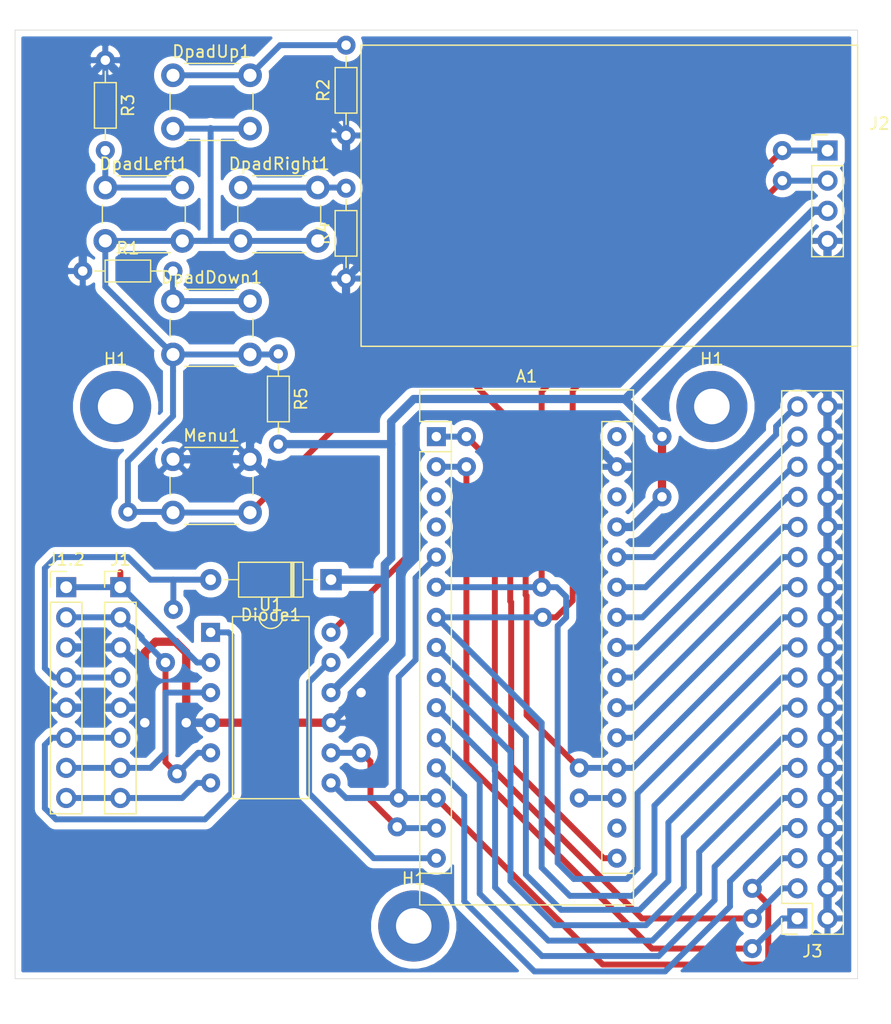
<source format=kicad_pcb>
(kicad_pcb (version 20171130) (host pcbnew "(5.1.5)-3")

  (general
    (thickness 1.6)
    (drawings 8)
    (tracks 349)
    (zones 0)
    (modules 20)
    (nets 40)
  )

  (page A4)
  (layers
    (0 F.Cu signal)
    (31 B.Cu signal)
    (32 B.Adhes user hide)
    (33 F.Adhes user hide)
    (34 B.Paste user hide)
    (35 F.Paste user hide)
    (36 B.SilkS user)
    (37 F.SilkS user)
    (38 B.Mask user)
    (39 F.Mask user)
    (40 Dwgs.User user hide)
    (41 Cmts.User user hide)
    (42 Eco1.User user hide)
    (43 Eco2.User user hide)
    (44 Edge.Cuts user)
    (45 Margin user)
    (46 B.CrtYd user hide)
    (47 F.CrtYd user hide)
    (48 B.Fab user hide)
    (49 F.Fab user hide)
  )

  (setup
    (last_trace_width 0.25)
    (user_trace_width 0.25)
    (user_trace_width 0.5)
    (user_trace_width 0.7)
    (trace_clearance 0.2)
    (zone_clearance 0.508)
    (zone_45_only no)
    (trace_min 0.2)
    (via_size 0.8)
    (via_drill 0.4)
    (via_min_size 0.4)
    (via_min_drill 0.3)
    (user_via 1.6 0.8)
    (uvia_size 0.3)
    (uvia_drill 0.1)
    (uvias_allowed no)
    (uvia_min_size 0.2)
    (uvia_min_drill 0.1)
    (edge_width 0.05)
    (segment_width 0.2)
    (pcb_text_width 0.3)
    (pcb_text_size 1.5 1.5)
    (mod_edge_width 0.12)
    (mod_text_size 1 1)
    (mod_text_width 0.15)
    (pad_size 1.6 1.6)
    (pad_drill 0.8)
    (pad_to_mask_clearance 0.051)
    (solder_mask_min_width 0.25)
    (aux_axis_origin 0 0)
    (visible_elements 7FFFFFFF)
    (pcbplotparams
      (layerselection 0x030f0_ffffffff)
      (usegerberextensions false)
      (usegerberattributes false)
      (usegerberadvancedattributes false)
      (creategerberjobfile false)
      (excludeedgelayer true)
      (linewidth 0.700000)
      (plotframeref false)
      (viasonmask false)
      (mode 1)
      (useauxorigin false)
      (hpglpennumber 1)
      (hpglpenspeed 20)
      (hpglpendiameter 15.000000)
      (psnegative false)
      (psa4output false)
      (plotreference true)
      (plotvalue true)
      (plotinvisibletext false)
      (padsonsilk false)
      (subtractmaskfromsilk false)
      (outputformat 1)
      (mirror false)
      (drillshape 0)
      (scaleselection 1)
      (outputdirectory "Gerber/"))
  )

  (net 0 "")
  (net 1 "Net-(A1-Pad16)")
  (net 2 "Net-(A1-Pad15)")
  (net 3 "Net-(A1-Pad30)")
  (net 4 "Net-(A1-Pad14)")
  (net 5 "Net-(A1-Pad28)")
  (net 6 "Net-(A1-Pad26)")
  (net 7 "Net-(A1-Pad25)")
  (net 8 "Net-(A1-Pad24)")
  (net 9 "Net-(A1-Pad23)")
  (net 10 "Net-(A1-Pad22)")
  (net 11 "Net-(A1-Pad21)")
  (net 12 "Net-(A1-Pad20)")
  (net 13 "Net-(A1-Pad4)")
  (net 14 "Net-(A1-Pad3)")
  (net 15 "Net-(A1-Pad18)")
  (net 16 "Net-(A1-Pad17)")
  (net 17 GND)
  (net 18 "Net-(J1-Pad1)")
  (net 19 "Net-(J1-Pad8)")
  (net 20 "Net-(J1-Pad7)")
  (net 21 "Net-(J1-Pad6)")
  (net 22 "Net-(J1-Pad2)")
  (net 23 /5V)
  (net 24 /D10)
  (net 25 /TM_D)
  (net 26 /TM_CLK)
  (net 27 /D0)
  (net 28 /D1)
  (net 29 /Dpad)
  (net 30 "Net-(DpadDown1-Pad1)")
  (net 31 "Net-(DpadLeft1-Pad1)")
  (net 32 "Net-(DpadRight1-Pad1)")
  (net 33 "Net-(DpadUp1-Pad1)")
  (net 34 /D9)
  (net 35 /D8)
  (net 36 /D7)
  (net 37 /D6)
  (net 38 /D5)
  (net 39 "Net-(Diode1-Pad2)")

  (net_class Default "This is the default net class."
    (clearance 0.2)
    (trace_width 0.25)
    (via_dia 0.8)
    (via_drill 0.4)
    (uvia_dia 0.3)
    (uvia_drill 0.1)
    (add_net /5V)
    (add_net /D0)
    (add_net /D1)
    (add_net /D10)
    (add_net /D5)
    (add_net /D6)
    (add_net /D7)
    (add_net /D8)
    (add_net /D9)
    (add_net /Dpad)
    (add_net /TM_CLK)
    (add_net /TM_D)
    (add_net "Net-(Diode1-Pad2)")
    (add_net "Net-(DpadDown1-Pad1)")
    (add_net "Net-(DpadLeft1-Pad1)")
    (add_net "Net-(DpadRight1-Pad1)")
    (add_net "Net-(DpadUp1-Pad1)")
  )

  (net_class thicker ""
    (clearance 0.2)
    (trace_width 0.7)
    (via_dia 1.6)
    (via_drill 0.8)
    (uvia_dia 0.3)
    (uvia_drill 0.1)
    (add_net GND)
    (add_net "Net-(A1-Pad14)")
    (add_net "Net-(A1-Pad15)")
    (add_net "Net-(A1-Pad16)")
    (add_net "Net-(A1-Pad17)")
    (add_net "Net-(A1-Pad18)")
    (add_net "Net-(A1-Pad20)")
    (add_net "Net-(A1-Pad21)")
    (add_net "Net-(A1-Pad22)")
    (add_net "Net-(A1-Pad23)")
    (add_net "Net-(A1-Pad24)")
    (add_net "Net-(A1-Pad25)")
    (add_net "Net-(A1-Pad26)")
    (add_net "Net-(A1-Pad28)")
    (add_net "Net-(A1-Pad3)")
    (add_net "Net-(A1-Pad30)")
    (add_net "Net-(A1-Pad4)")
    (add_net "Net-(J1-Pad1)")
    (add_net "Net-(J1-Pad2)")
    (add_net "Net-(J1-Pad6)")
    (add_net "Net-(J1-Pad7)")
    (add_net "Net-(J1-Pad8)")
  )

  (module Module:Arduino_Nano (layer F.Cu) (tedit 58ACAF70) (tstamp 5E98FF06)
    (at 86.36 69.85)
    (descr "Arduino Nano, http://www.mouser.com/pdfdocs/Gravitech_Arduino_Nano3_0.pdf")
    (tags "Arduino Nano")
    (path /5E03D530)
    (fp_text reference A1 (at 7.62 -5.08) (layer F.SilkS)
      (effects (font (size 1 1) (thickness 0.15)))
    )
    (fp_text value Arduino_Nano_v3.x (at 8.89 19.05 90) (layer F.Fab)
      (effects (font (size 1 1) (thickness 0.15)))
    )
    (fp_line (start 16.75 42.16) (end -1.53 42.16) (layer F.CrtYd) (width 0.05))
    (fp_line (start 16.75 42.16) (end 16.75 -4.06) (layer F.CrtYd) (width 0.05))
    (fp_line (start -1.53 -4.06) (end -1.53 42.16) (layer F.CrtYd) (width 0.05))
    (fp_line (start -1.53 -4.06) (end 16.75 -4.06) (layer F.CrtYd) (width 0.05))
    (fp_line (start 16.51 -3.81) (end 16.51 39.37) (layer F.Fab) (width 0.1))
    (fp_line (start 0 -3.81) (end 16.51 -3.81) (layer F.Fab) (width 0.1))
    (fp_line (start -1.27 -2.54) (end 0 -3.81) (layer F.Fab) (width 0.1))
    (fp_line (start -1.27 39.37) (end -1.27 -2.54) (layer F.Fab) (width 0.1))
    (fp_line (start 16.51 39.37) (end -1.27 39.37) (layer F.Fab) (width 0.1))
    (fp_line (start 16.64 -3.94) (end -1.4 -3.94) (layer F.SilkS) (width 0.12))
    (fp_line (start 16.64 39.5) (end 16.64 -3.94) (layer F.SilkS) (width 0.12))
    (fp_line (start -1.4 39.5) (end 16.64 39.5) (layer F.SilkS) (width 0.12))
    (fp_line (start 3.81 41.91) (end 3.81 31.75) (layer F.Fab) (width 0.1))
    (fp_line (start 11.43 41.91) (end 3.81 41.91) (layer F.Fab) (width 0.1))
    (fp_line (start 11.43 31.75) (end 11.43 41.91) (layer F.Fab) (width 0.1))
    (fp_line (start 3.81 31.75) (end 11.43 31.75) (layer F.Fab) (width 0.1))
    (fp_line (start 1.27 36.83) (end -1.4 36.83) (layer F.SilkS) (width 0.12))
    (fp_line (start 1.27 1.27) (end 1.27 36.83) (layer F.SilkS) (width 0.12))
    (fp_line (start 1.27 1.27) (end -1.4 1.27) (layer F.SilkS) (width 0.12))
    (fp_line (start 13.97 36.83) (end 16.64 36.83) (layer F.SilkS) (width 0.12))
    (fp_line (start 13.97 -1.27) (end 13.97 36.83) (layer F.SilkS) (width 0.12))
    (fp_line (start 13.97 -1.27) (end 16.64 -1.27) (layer F.SilkS) (width 0.12))
    (fp_line (start -1.4 -3.94) (end -1.4 -1.27) (layer F.SilkS) (width 0.12))
    (fp_line (start -1.4 1.27) (end -1.4 39.5) (layer F.SilkS) (width 0.12))
    (fp_line (start 1.27 -1.27) (end -1.4 -1.27) (layer F.SilkS) (width 0.12))
    (fp_line (start 1.27 1.27) (end 1.27 -1.27) (layer F.SilkS) (width 0.12))
    (fp_text user %R (at 6.35 19.05 90) (layer F.Fab)
      (effects (font (size 1 1) (thickness 0.15)))
    )
    (pad 16 thru_hole oval (at 15.24 35.56) (size 1.6 1.6) (drill 0.8) (layers *.Cu *.Mask)
      (net 1 "Net-(A1-Pad16)"))
    (pad 15 thru_hole oval (at 0 35.56) (size 1.6 1.6) (drill 0.8) (layers *.Cu *.Mask)
      (net 2 "Net-(A1-Pad15)"))
    (pad 30 thru_hole oval (at 15.24 0) (size 1.6 1.6) (drill 0.8) (layers *.Cu *.Mask)
      (net 3 "Net-(A1-Pad30)"))
    (pad 14 thru_hole oval (at 0 33.02) (size 1.6 1.6) (drill 0.8) (layers *.Cu *.Mask)
      (net 4 "Net-(A1-Pad14)"))
    (pad 29 thru_hole oval (at 15.24 2.54) (size 1.6 1.6) (drill 0.8) (layers *.Cu *.Mask)
      (net 17 GND))
    (pad 13 thru_hole oval (at 0 30.48) (size 1.6 1.6) (drill 0.8) (layers *.Cu *.Mask)
      (net 24 /D10))
    (pad 28 thru_hole oval (at 15.24 5.08) (size 1.6 1.6) (drill 0.8) (layers *.Cu *.Mask)
      (net 5 "Net-(A1-Pad28)"))
    (pad 12 thru_hole oval (at 0 27.94) (size 1.6 1.6) (drill 0.8) (layers *.Cu *.Mask)
      (net 34 /D9))
    (pad 27 thru_hole oval (at 15.24 7.62) (size 1.6 1.6) (drill 0.8) (layers *.Cu *.Mask)
      (net 23 /5V))
    (pad 11 thru_hole oval (at 0 25.4) (size 1.6 1.6) (drill 0.8) (layers *.Cu *.Mask)
      (net 35 /D8))
    (pad 26 thru_hole oval (at 15.24 10.16) (size 1.6 1.6) (drill 0.8) (layers *.Cu *.Mask)
      (net 6 "Net-(A1-Pad26)"))
    (pad 10 thru_hole oval (at 0 22.86) (size 1.6 1.6) (drill 0.8) (layers *.Cu *.Mask)
      (net 36 /D7))
    (pad 25 thru_hole oval (at 15.24 12.7) (size 1.6 1.6) (drill 0.8) (layers *.Cu *.Mask)
      (net 7 "Net-(A1-Pad25)"))
    (pad 9 thru_hole oval (at 0 20.32) (size 1.6 1.6) (drill 0.8) (layers *.Cu *.Mask)
      (net 37 /D6))
    (pad 24 thru_hole oval (at 15.24 15.24) (size 1.6 1.6) (drill 0.8) (layers *.Cu *.Mask)
      (net 8 "Net-(A1-Pad24)"))
    (pad 8 thru_hole oval (at 0 17.78) (size 1.6 1.6) (drill 0.8) (layers *.Cu *.Mask)
      (net 38 /D5))
    (pad 23 thru_hole oval (at 15.24 17.78) (size 1.6 1.6) (drill 0.8) (layers *.Cu *.Mask)
      (net 9 "Net-(A1-Pad23)"))
    (pad 7 thru_hole oval (at 0 15.24) (size 1.6 1.6) (drill 0.8) (layers *.Cu *.Mask)
      (net 25 /TM_D))
    (pad 22 thru_hole oval (at 15.24 20.32) (size 1.6 1.6) (drill 0.8) (layers *.Cu *.Mask)
      (net 10 "Net-(A1-Pad22)"))
    (pad 6 thru_hole oval (at 0 12.7) (size 1.6 1.6) (drill 0.8) (layers *.Cu *.Mask)
      (net 26 /TM_CLK))
    (pad 21 thru_hole oval (at 15.24 22.86) (size 1.6 1.6) (drill 0.8) (layers *.Cu *.Mask)
      (net 11 "Net-(A1-Pad21)"))
    (pad 5 thru_hole oval (at 0 10.16) (size 1.6 1.6) (drill 0.8) (layers *.Cu *.Mask)
      (net 24 /D10))
    (pad 20 thru_hole oval (at 15.24 25.4) (size 1.6 1.6) (drill 0.8) (layers *.Cu *.Mask)
      (net 12 "Net-(A1-Pad20)"))
    (pad 4 thru_hole oval (at 0 7.62) (size 1.6 1.6) (drill 0.8) (layers *.Cu *.Mask)
      (net 13 "Net-(A1-Pad4)"))
    (pad 19 thru_hole oval (at 15.24 27.94) (size 1.6 1.6) (drill 0.8) (layers *.Cu *.Mask)
      (net 29 /Dpad))
    (pad 3 thru_hole oval (at 0 5.08) (size 1.6 1.6) (drill 0.8) (layers *.Cu *.Mask)
      (net 14 "Net-(A1-Pad3)"))
    (pad 18 thru_hole oval (at 15.24 30.48) (size 1.6 1.6) (drill 0.8) (layers *.Cu *.Mask)
      (net 15 "Net-(A1-Pad18)"))
    (pad 2 thru_hole oval (at 0 2.54) (size 1.6 1.6) (drill 0.8) (layers *.Cu *.Mask)
      (net 27 /D0))
    (pad 17 thru_hole oval (at 15.24 33.02) (size 1.6 1.6) (drill 0.8) (layers *.Cu *.Mask)
      (net 16 "Net-(A1-Pad17)"))
    (pad 1 thru_hole rect (at 0 0) (size 1.6 1.6) (drill 0.8) (layers *.Cu *.Mask)
      (net 28 /D1))
    (model ${KISYS3DMOD}/Module.3dshapes/Arduino_Nano_WithMountingHoles.wrl
      (at (xyz 0 0 0))
      (scale (xyz 1 1 1))
      (rotate (xyz 0 0 0))
    )
  )

  (module Connector_PinSocket_2.54mm:PinSocket_2x18_P2.54mm_Vertical (layer F.Cu) (tedit 5A19A42A) (tstamp 5E044811)
    (at 116.84 110.49 180)
    (descr "Through hole straight socket strip, 2x18, 2.54mm pitch, double cols (from Kicad 4.0.7), script generated")
    (tags "Through hole socket strip THT 2x18 2.54mm double row")
    (path /5E0993EB)
    (fp_text reference J3 (at -1.27 -2.77) (layer F.SilkS)
      (effects (font (size 1 1) (thickness 0.15)))
    )
    (fp_text value "Breakout Connector 02x18_Odd_Even" (at -1.27 45.95) (layer F.Fab)
      (effects (font (size 1 1) (thickness 0.15)))
    )
    (fp_line (start -3.81 -1.27) (end 0.27 -1.27) (layer F.Fab) (width 0.1))
    (fp_line (start 0.27 -1.27) (end 1.27 -0.27) (layer F.Fab) (width 0.1))
    (fp_line (start 1.27 -0.27) (end 1.27 44.45) (layer F.Fab) (width 0.1))
    (fp_line (start 1.27 44.45) (end -3.81 44.45) (layer F.Fab) (width 0.1))
    (fp_line (start -3.81 44.45) (end -3.81 -1.27) (layer F.Fab) (width 0.1))
    (fp_line (start -3.87 -1.33) (end -1.27 -1.33) (layer F.SilkS) (width 0.12))
    (fp_line (start -3.87 -1.33) (end -3.87 44.51) (layer F.SilkS) (width 0.12))
    (fp_line (start -3.87 44.51) (end 1.33 44.51) (layer F.SilkS) (width 0.12))
    (fp_line (start 1.33 1.27) (end 1.33 44.51) (layer F.SilkS) (width 0.12))
    (fp_line (start -1.27 1.27) (end 1.33 1.27) (layer F.SilkS) (width 0.12))
    (fp_line (start -1.27 -1.33) (end -1.27 1.27) (layer F.SilkS) (width 0.12))
    (fp_line (start 1.33 -1.33) (end 1.33 0) (layer F.SilkS) (width 0.12))
    (fp_line (start 0 -1.33) (end 1.33 -1.33) (layer F.SilkS) (width 0.12))
    (fp_line (start -4.34 -1.8) (end 1.76 -1.8) (layer F.CrtYd) (width 0.05))
    (fp_line (start 1.76 -1.8) (end 1.76 44.95) (layer F.CrtYd) (width 0.05))
    (fp_line (start 1.76 44.95) (end -4.34 44.95) (layer F.CrtYd) (width 0.05))
    (fp_line (start -4.34 44.95) (end -4.34 -1.8) (layer F.CrtYd) (width 0.05))
    (fp_text user %R (at -1.27 21.59 90) (layer F.Fab)
      (effects (font (size 1 1) (thickness 0.15)))
    )
    (pad 1 thru_hole rect (at 0 0 180) (size 1.7 1.7) (drill 1) (layers *.Cu *.Mask)
      (net 27 /D0))
    (pad 2 thru_hole oval (at -2.54 0 180) (size 1.7 1.7) (drill 1) (layers *.Cu *.Mask)
      (net 17 GND))
    (pad 3 thru_hole oval (at 0 2.54 180) (size 1.7 1.7) (drill 1) (layers *.Cu *.Mask)
      (net 28 /D1))
    (pad 4 thru_hole oval (at -2.54 2.54 180) (size 1.7 1.7) (drill 1) (layers *.Cu *.Mask)
      (net 17 GND))
    (pad 5 thru_hole oval (at 0 5.08 180) (size 1.7 1.7) (drill 1) (layers *.Cu *.Mask)
      (net 24 /D10))
    (pad 6 thru_hole oval (at -2.54 5.08 180) (size 1.7 1.7) (drill 1) (layers *.Cu *.Mask)
      (net 17 GND))
    (pad 7 thru_hole oval (at 0 7.62 180) (size 1.7 1.7) (drill 1) (layers *.Cu *.Mask)
      (net 34 /D9))
    (pad 8 thru_hole oval (at -2.54 7.62 180) (size 1.7 1.7) (drill 1) (layers *.Cu *.Mask)
      (net 17 GND))
    (pad 9 thru_hole oval (at 0 10.16 180) (size 1.7 1.7) (drill 1) (layers *.Cu *.Mask)
      (net 35 /D8))
    (pad 10 thru_hole oval (at -2.54 10.16 180) (size 1.7 1.7) (drill 1) (layers *.Cu *.Mask)
      (net 17 GND))
    (pad 11 thru_hole oval (at 0 12.7 180) (size 1.7 1.7) (drill 1) (layers *.Cu *.Mask)
      (net 36 /D7))
    (pad 12 thru_hole oval (at -2.54 12.7 180) (size 1.7 1.7) (drill 1) (layers *.Cu *.Mask)
      (net 17 GND))
    (pad 13 thru_hole oval (at 0 15.24 180) (size 1.7 1.7) (drill 1) (layers *.Cu *.Mask)
      (net 37 /D6))
    (pad 14 thru_hole oval (at -2.54 15.24 180) (size 1.7 1.7) (drill 1) (layers *.Cu *.Mask)
      (net 17 GND))
    (pad 15 thru_hole oval (at 0 17.78 180) (size 1.7 1.7) (drill 1) (layers *.Cu *.Mask)
      (net 38 /D5))
    (pad 16 thru_hole oval (at -2.54 17.78 180) (size 1.7 1.7) (drill 1) (layers *.Cu *.Mask)
      (net 17 GND))
    (pad 17 thru_hole oval (at 0 20.32 180) (size 1.7 1.7) (drill 1) (layers *.Cu *.Mask)
      (net 25 /TM_D))
    (pad 18 thru_hole oval (at -2.54 20.32 180) (size 1.7 1.7) (drill 1) (layers *.Cu *.Mask)
      (net 17 GND))
    (pad 19 thru_hole oval (at 0 22.86 180) (size 1.7 1.7) (drill 1) (layers *.Cu *.Mask)
      (net 26 /TM_CLK))
    (pad 20 thru_hole oval (at -2.54 22.86 180) (size 1.7 1.7) (drill 1) (layers *.Cu *.Mask)
      (net 17 GND))
    (pad 21 thru_hole oval (at 0 25.4 180) (size 1.7 1.7) (drill 1) (layers *.Cu *.Mask)
      (net 29 /Dpad))
    (pad 22 thru_hole oval (at -2.54 25.4 180) (size 1.7 1.7) (drill 1) (layers *.Cu *.Mask)
      (net 17 GND))
    (pad 23 thru_hole oval (at 0 27.94 180) (size 1.7 1.7) (drill 1) (layers *.Cu *.Mask)
      (net 12 "Net-(A1-Pad20)"))
    (pad 24 thru_hole oval (at -2.54 27.94 180) (size 1.7 1.7) (drill 1) (layers *.Cu *.Mask)
      (net 17 GND))
    (pad 25 thru_hole oval (at 0 30.48 180) (size 1.7 1.7) (drill 1) (layers *.Cu *.Mask)
      (net 11 "Net-(A1-Pad21)"))
    (pad 26 thru_hole oval (at -2.54 30.48 180) (size 1.7 1.7) (drill 1) (layers *.Cu *.Mask)
      (net 17 GND))
    (pad 27 thru_hole oval (at 0 33.02 180) (size 1.7 1.7) (drill 1) (layers *.Cu *.Mask)
      (net 10 "Net-(A1-Pad22)"))
    (pad 28 thru_hole oval (at -2.54 33.02 180) (size 1.7 1.7) (drill 1) (layers *.Cu *.Mask)
      (net 17 GND))
    (pad 29 thru_hole oval (at 0 35.56 180) (size 1.7 1.7) (drill 1) (layers *.Cu *.Mask)
      (net 9 "Net-(A1-Pad23)"))
    (pad 30 thru_hole oval (at -2.54 35.56 180) (size 1.7 1.7) (drill 1) (layers *.Cu *.Mask)
      (net 17 GND))
    (pad 31 thru_hole oval (at 0 38.1 180) (size 1.7 1.7) (drill 1) (layers *.Cu *.Mask)
      (net 8 "Net-(A1-Pad24)"))
    (pad 32 thru_hole oval (at -2.54 38.1 180) (size 1.7 1.7) (drill 1) (layers *.Cu *.Mask)
      (net 17 GND))
    (pad 33 thru_hole oval (at 0 40.64 180) (size 1.7 1.7) (drill 1) (layers *.Cu *.Mask)
      (net 7 "Net-(A1-Pad25)"))
    (pad 34 thru_hole oval (at -2.54 40.64 180) (size 1.7 1.7) (drill 1) (layers *.Cu *.Mask)
      (net 17 GND))
    (pad 35 thru_hole oval (at 0 43.18 180) (size 1.7 1.7) (drill 1) (layers *.Cu *.Mask)
      (net 6 "Net-(A1-Pad26)"))
    (pad 36 thru_hole oval (at -2.54 43.18 180) (size 1.7 1.7) (drill 1) (layers *.Cu *.Mask)
      (net 17 GND))
    (model ${KISYS3DMOD}/Connector_PinSocket_2.54mm.3dshapes/PinSocket_2x18_P2.54mm_Vertical.wrl
      (at (xyz 0 0 0))
      (scale (xyz 1 1 1))
      (rotate (xyz 0 0 0))
    )
  )

  (module Package_DIP:DIP-12_W10.16mm (layer F.Cu) (tedit 5E03DC60) (tstamp 5E03EF43)
    (at 67.31 86.36)
    (descr "12-lead though-hole mounted DIP package, row spacing 10.16 mm (400 mils)")
    (tags "THT DIP DIL PDIP 2.54mm 10.16mm 400mil")
    (path /5E047133)
    (fp_text reference U1 (at 5.08 -2.33) (layer F.SilkS)
      (effects (font (size 1 1) (thickness 0.15)))
    )
    (fp_text value Simple_Chinese_Logic_level_shifter (at 5.08 15.03) (layer F.Fab)
      (effects (font (size 1 1) (thickness 0.15)))
    )
    (fp_text user %R (at 5.08 6.35) (layer F.Fab)
      (effects (font (size 1 1) (thickness 0.15)))
    )
    (fp_line (start 11.25 -1.55) (end -1.05 -1.55) (layer F.CrtYd) (width 0.05))
    (fp_line (start 11.25 14.25) (end 11.25 -1.55) (layer F.CrtYd) (width 0.05))
    (fp_line (start -1.05 14.25) (end 11.25 14.25) (layer F.CrtYd) (width 0.05))
    (fp_line (start -1.05 -1.55) (end -1.05 14.25) (layer F.CrtYd) (width 0.05))
    (fp_line (start 8.315 -1.33) (end 6.08 -1.33) (layer F.SilkS) (width 0.12))
    (fp_line (start 8.315 14.03) (end 8.315 -1.33) (layer F.SilkS) (width 0.12))
    (fp_line (start 1.845 14.03) (end 8.315 14.03) (layer F.SilkS) (width 0.12))
    (fp_line (start 1.845 -1.33) (end 1.845 14.03) (layer F.SilkS) (width 0.12))
    (fp_line (start 4.08 -1.33) (end 1.845 -1.33) (layer F.SilkS) (width 0.12))
    (fp_line (start 1.905 -0.27) (end 2.905 -1.27) (layer F.Fab) (width 0.1))
    (fp_line (start 1.905 13.97) (end 1.905 -0.27) (layer F.Fab) (width 0.1))
    (fp_line (start 8.255 13.97) (end 1.905 13.97) (layer F.Fab) (width 0.1))
    (fp_line (start 8.255 -1.27) (end 8.255 13.97) (layer F.Fab) (width 0.1))
    (fp_line (start 2.905 -1.27) (end 8.255 -1.27) (layer F.Fab) (width 0.1))
    (fp_arc (start 5.08 -1.33) (end 4.08 -1.33) (angle -180) (layer F.SilkS) (width 0.12))
    (pad 10 thru_hole oval (at 10.16 0) (size 1.6 1.6) (drill 0.8) (layers *.Cu *.Mask)
      (net 1 "Net-(A1-Pad16)"))
    (pad 5 thru_hole oval (at 0 12.7) (size 1.6 1.6) (drill 0.8) (layers *.Cu *.Mask)
      (net 19 "Net-(J1-Pad8)"))
    (pad 9 thru_hole oval (at 10.16 2.54) (size 1.6 1.6) (drill 0.8) (layers *.Cu *.Mask)
      (net 2 "Net-(A1-Pad15)"))
    (pad 4 thru_hole oval (at 0 10.16) (size 1.6 1.6) (drill 0.8) (layers *.Cu *.Mask)
      (net 22 "Net-(J1-Pad2)"))
    (pad 11 thru_hole oval (at 10.16 5.08) (size 1.6 1.6) (drill 0.8) (layers *.Cu *.Mask)
      (net 23 /5V))
    (pad 12 thru_hole oval (at 0 7.62) (size 1.6 1.6) (drill 0.8) (layers *.Cu *.Mask)
      (net 17 GND))
    (pad 6 thru_hole oval (at 10.16 7.62) (size 1.6 1.6) (drill 0.8) (layers *.Cu *.Mask)
      (net 17 GND))
    (pad 1 thru_hole oval (at 0 5.08) (size 1.6 1.6) (drill 0.8) (layers *.Cu *.Mask)
      (net 20 "Net-(J1-Pad7)"))
    (pad 8 thru_hole oval (at 10.16 10.16) (size 1.6 1.6) (drill 0.8) (layers *.Cu *.Mask)
      (net 4 "Net-(A1-Pad14)"))
    (pad 3 thru_hole oval (at 0 2.54) (size 1.6 1.6) (drill 0.8) (layers *.Cu *.Mask)
      (net 18 "Net-(J1-Pad1)"))
    (pad 7 thru_hole oval (at 10.16 12.7) (size 1.6 1.6) (drill 0.8) (layers *.Cu *.Mask)
      (net 24 /D10))
    (pad 2 thru_hole rect (at 0 0) (size 1.6 1.6) (drill 0.8) (layers *.Cu *.Mask)
      (net 21 "Net-(J1-Pad6)"))
    (model ${KISYS3DMOD}/Package_DIP.3dshapes/DIP-12_W10.16mm.wrl
      (at (xyz 0 0 0))
      (scale (xyz 1 1 1))
      (rotate (xyz 0 0 0))
    )
  )

  (module Connector_PinHeader_2.54mm:PinHeader_1x08_P2.54mm_Vertical (layer F.Cu) (tedit 59FED5CC) (tstamp 5E996EB5)
    (at 55.118 82.55)
    (descr "Through hole straight pin header, 1x08, 2.54mm pitch, single row")
    (tags "Through hole pin header THT 1x08 2.54mm single row")
    (path /5EB646F8)
    (fp_text reference J1.2 (at 0 -2.33) (layer F.SilkS)
      (effects (font (size 1 1) (thickness 0.15)))
    )
    (fp_text value "Extra pin breakout" (at 0 20.11) (layer F.Fab)
      (effects (font (size 1 1) (thickness 0.15)))
    )
    (fp_text user %R (at 0 8.89 90) (layer F.Fab)
      (effects (font (size 1 1) (thickness 0.15)))
    )
    (fp_line (start 1.8 -1.8) (end -1.8 -1.8) (layer F.CrtYd) (width 0.05))
    (fp_line (start 1.8 19.55) (end 1.8 -1.8) (layer F.CrtYd) (width 0.05))
    (fp_line (start -1.8 19.55) (end 1.8 19.55) (layer F.CrtYd) (width 0.05))
    (fp_line (start -1.8 -1.8) (end -1.8 19.55) (layer F.CrtYd) (width 0.05))
    (fp_line (start -1.33 -1.33) (end 0 -1.33) (layer F.SilkS) (width 0.12))
    (fp_line (start -1.33 0) (end -1.33 -1.33) (layer F.SilkS) (width 0.12))
    (fp_line (start -1.33 1.27) (end 1.33 1.27) (layer F.SilkS) (width 0.12))
    (fp_line (start 1.33 1.27) (end 1.33 19.11) (layer F.SilkS) (width 0.12))
    (fp_line (start -1.33 1.27) (end -1.33 19.11) (layer F.SilkS) (width 0.12))
    (fp_line (start -1.33 19.11) (end 1.33 19.11) (layer F.SilkS) (width 0.12))
    (fp_line (start -1.27 -0.635) (end -0.635 -1.27) (layer F.Fab) (width 0.1))
    (fp_line (start -1.27 19.05) (end -1.27 -0.635) (layer F.Fab) (width 0.1))
    (fp_line (start 1.27 19.05) (end -1.27 19.05) (layer F.Fab) (width 0.1))
    (fp_line (start 1.27 -1.27) (end 1.27 19.05) (layer F.Fab) (width 0.1))
    (fp_line (start -0.635 -1.27) (end 1.27 -1.27) (layer F.Fab) (width 0.1))
    (pad 8 thru_hole oval (at 0 17.78) (size 1.7 1.7) (drill 1) (layers *.Cu *.Mask)
      (net 19 "Net-(J1-Pad8)"))
    (pad 7 thru_hole oval (at 0 15.24) (size 1.7 1.7) (drill 1) (layers *.Cu *.Mask)
      (net 20 "Net-(J1-Pad7)"))
    (pad 6 thru_hole oval (at 0 12.7) (size 1.7 1.7) (drill 1) (layers *.Cu *.Mask)
      (net 21 "Net-(J1-Pad6)"))
    (pad 5 thru_hole oval (at 0 10.16) (size 1.7 1.7) (drill 1) (layers *.Cu *.Mask)
      (net 17 GND))
    (pad 4 thru_hole oval (at 0 7.62) (size 1.7 1.7) (drill 1) (layers *.Cu *.Mask)
      (net 39 "Net-(Diode1-Pad2)"))
    (pad 3 thru_hole oval (at 0 5.08) (size 1.7 1.7) (drill 1) (layers *.Cu *.Mask)
      (net 17 GND))
    (pad 2 thru_hole oval (at 0 2.54) (size 1.7 1.7) (drill 1) (layers *.Cu *.Mask)
      (net 22 "Net-(J1-Pad2)"))
    (pad 1 thru_hole rect (at 0 0) (size 1.7 1.7) (drill 1) (layers *.Cu *.Mask)
      (net 18 "Net-(J1-Pad1)"))
    (model ${KISYS3DMOD}/Connector_PinHeader_2.54mm.3dshapes/PinHeader_1x08_P2.54mm_Vertical.wrl
      (at (xyz 0 0 0))
      (scale (xyz 1 1 1))
      (rotate (xyz 0 0 0))
    )
  )

  (module MountingHole:MountingHole_3mm_Pad (layer F.Cu) (tedit 56D1B4CB) (tstamp 5E720FCB)
    (at 84.455 111.125)
    (descr "Mounting Hole 3mm")
    (tags "mounting hole 3mm")
    (path /5E0476DF)
    (attr virtual)
    (fp_text reference H1 (at 0 -4) (layer F.SilkS)
      (effects (font (size 1 1) (thickness 0.15)))
    )
    (fp_text value MountingHole (at 0 4) (layer F.Fab)
      (effects (font (size 1 1) (thickness 0.15)))
    )
    (fp_circle (center 0 0) (end 3.25 0) (layer F.CrtYd) (width 0.05))
    (fp_circle (center 0 0) (end 3 0) (layer Cmts.User) (width 0.15))
    (fp_text user %R (at 0.3 0) (layer F.Fab)
      (effects (font (size 1 1) (thickness 0.15)))
    )
    (pad 1 thru_hole circle (at 0 0) (size 6 6) (drill 3) (layers *.Cu *.Mask))
  )

  (module Resistor_THT:R_Axial_DIN0204_L3.6mm_D1.6mm_P7.62mm_Horizontal (layer F.Cu) (tedit 5AE5139B) (tstamp 5E720CAA)
    (at 56.515 55.88)
    (descr "Resistor, Axial_DIN0204 series, Axial, Horizontal, pin pitch=7.62mm, 0.167W, length*diameter=3.6*1.6mm^2, http://cdn-reichelt.de/documents/datenblatt/B400/1_4W%23YAG.pdf")
    (tags "Resistor Axial_DIN0204 series Axial Horizontal pin pitch 7.62mm 0.167W length 3.6mm diameter 1.6mm")
    (path /5E72C911)
    (fp_text reference R1 (at 3.81 -1.92) (layer F.SilkS)
      (effects (font (size 1 1) (thickness 0.15)))
    )
    (fp_text value 680 (at 3.81 1.92) (layer F.Fab)
      (effects (font (size 1 1) (thickness 0.15)))
    )
    (fp_line (start 2.01 -0.8) (end 2.01 0.8) (layer F.Fab) (width 0.1))
    (fp_line (start 2.01 0.8) (end 5.61 0.8) (layer F.Fab) (width 0.1))
    (fp_line (start 5.61 0.8) (end 5.61 -0.8) (layer F.Fab) (width 0.1))
    (fp_line (start 5.61 -0.8) (end 2.01 -0.8) (layer F.Fab) (width 0.1))
    (fp_line (start 0 0) (end 2.01 0) (layer F.Fab) (width 0.1))
    (fp_line (start 7.62 0) (end 5.61 0) (layer F.Fab) (width 0.1))
    (fp_line (start 1.89 -0.92) (end 1.89 0.92) (layer F.SilkS) (width 0.12))
    (fp_line (start 1.89 0.92) (end 5.73 0.92) (layer F.SilkS) (width 0.12))
    (fp_line (start 5.73 0.92) (end 5.73 -0.92) (layer F.SilkS) (width 0.12))
    (fp_line (start 5.73 -0.92) (end 1.89 -0.92) (layer F.SilkS) (width 0.12))
    (fp_line (start 0.94 0) (end 1.89 0) (layer F.SilkS) (width 0.12))
    (fp_line (start 6.68 0) (end 5.73 0) (layer F.SilkS) (width 0.12))
    (fp_line (start -0.95 -1.05) (end -0.95 1.05) (layer F.CrtYd) (width 0.05))
    (fp_line (start -0.95 1.05) (end 8.57 1.05) (layer F.CrtYd) (width 0.05))
    (fp_line (start 8.57 1.05) (end 8.57 -1.05) (layer F.CrtYd) (width 0.05))
    (fp_line (start 8.57 -1.05) (end -0.95 -1.05) (layer F.CrtYd) (width 0.05))
    (fp_text user %R (at 3.81 0) (layer F.Fab)
      (effects (font (size 0.72 0.72) (thickness 0.108)))
    )
    (pad 1 thru_hole oval (at 0 0) (size 1.6 1.6) (drill 0.8) (layers *.Cu *.Mask)
      (net 17 GND))
    (pad 2 thru_hole oval (at 7.62 0) (size 1.6 1.6) (drill 0.8) (layers *.Cu *.Mask)
      (net 30 "Net-(DpadDown1-Pad1)"))
    (model ${KISYS3DMOD}/Resistor_THT.3dshapes/R_Axial_DIN0204_L3.6mm_D1.6mm_P7.62mm_Horizontal.wrl
      (at (xyz 0 0 0))
      (scale (xyz 1 1 1))
      (rotate (xyz 0 0 0))
    )
  )

  (module Resistor_THT:R_Axial_DIN0204_L3.6mm_D1.6mm_P7.62mm_Horizontal (layer F.Cu) (tedit 5AE5139B) (tstamp 5E71E430)
    (at 73.025 62.865 270)
    (descr "Resistor, Axial_DIN0204 series, Axial, Horizontal, pin pitch=7.62mm, 0.167W, length*diameter=3.6*1.6mm^2, http://cdn-reichelt.de/documents/datenblatt/B400/1_4W%23YAG.pdf")
    (tags "Resistor Axial_DIN0204 series Axial Horizontal pin pitch 7.62mm 0.167W length 3.6mm diameter 1.6mm")
    (path /5E77CFDF)
    (fp_text reference R5 (at 3.81 -1.92 90) (layer F.SilkS)
      (effects (font (size 1 1) (thickness 0.15)))
    )
    (fp_text value 1K (at 3.81 1.92 90) (layer F.Fab)
      (effects (font (size 1 1) (thickness 0.15)))
    )
    (fp_text user %R (at 3.81 0 90) (layer F.Fab)
      (effects (font (size 0.72 0.72) (thickness 0.108)))
    )
    (fp_line (start 8.57 -1.05) (end -0.95 -1.05) (layer F.CrtYd) (width 0.05))
    (fp_line (start 8.57 1.05) (end 8.57 -1.05) (layer F.CrtYd) (width 0.05))
    (fp_line (start -0.95 1.05) (end 8.57 1.05) (layer F.CrtYd) (width 0.05))
    (fp_line (start -0.95 -1.05) (end -0.95 1.05) (layer F.CrtYd) (width 0.05))
    (fp_line (start 6.68 0) (end 5.73 0) (layer F.SilkS) (width 0.12))
    (fp_line (start 0.94 0) (end 1.89 0) (layer F.SilkS) (width 0.12))
    (fp_line (start 5.73 -0.92) (end 1.89 -0.92) (layer F.SilkS) (width 0.12))
    (fp_line (start 5.73 0.92) (end 5.73 -0.92) (layer F.SilkS) (width 0.12))
    (fp_line (start 1.89 0.92) (end 5.73 0.92) (layer F.SilkS) (width 0.12))
    (fp_line (start 1.89 -0.92) (end 1.89 0.92) (layer F.SilkS) (width 0.12))
    (fp_line (start 7.62 0) (end 5.61 0) (layer F.Fab) (width 0.1))
    (fp_line (start 0 0) (end 2.01 0) (layer F.Fab) (width 0.1))
    (fp_line (start 5.61 -0.8) (end 2.01 -0.8) (layer F.Fab) (width 0.1))
    (fp_line (start 5.61 0.8) (end 5.61 -0.8) (layer F.Fab) (width 0.1))
    (fp_line (start 2.01 0.8) (end 5.61 0.8) (layer F.Fab) (width 0.1))
    (fp_line (start 2.01 -0.8) (end 2.01 0.8) (layer F.Fab) (width 0.1))
    (pad 2 thru_hole oval (at 7.62 0 270) (size 1.6 1.6) (drill 0.8) (layers *.Cu *.Mask)
      (net 23 /5V))
    (pad 1 thru_hole oval (at 0 0 270) (size 1.6 1.6) (drill 0.8) (layers *.Cu *.Mask)
      (net 29 /Dpad))
    (model ${KISYS3DMOD}/Resistor_THT.3dshapes/R_Axial_DIN0204_L3.6mm_D1.6mm_P7.62mm_Horizontal.wrl
      (at (xyz 0 0 0))
      (scale (xyz 1 1 1))
      (rotate (xyz 0 0 0))
    )
  )

  (module Resistor_THT:R_Axial_DIN0204_L3.6mm_D1.6mm_P7.62mm_Horizontal (layer F.Cu) (tedit 5AE5139B) (tstamp 5E71E419)
    (at 78.74 56.515 90)
    (descr "Resistor, Axial_DIN0204 series, Axial, Horizontal, pin pitch=7.62mm, 0.167W, length*diameter=3.6*1.6mm^2, http://cdn-reichelt.de/documents/datenblatt/B400/1_4W%23YAG.pdf")
    (tags "Resistor Axial_DIN0204 series Axial Horizontal pin pitch 7.62mm 0.167W length 3.6mm diameter 1.6mm")
    (path /5E76700D)
    (fp_text reference R4 (at 3.81 -1.92 90) (layer F.SilkS)
      (effects (font (size 1 1) (thickness 0.15)))
    )
    (fp_text value 4.7k (at 3.81 1.92 90) (layer F.Fab)
      (effects (font (size 1 1) (thickness 0.15)))
    )
    (fp_text user %R (at 3.81 0 90) (layer F.Fab)
      (effects (font (size 0.72 0.72) (thickness 0.108)))
    )
    (fp_line (start 8.57 -1.05) (end -0.95 -1.05) (layer F.CrtYd) (width 0.05))
    (fp_line (start 8.57 1.05) (end 8.57 -1.05) (layer F.CrtYd) (width 0.05))
    (fp_line (start -0.95 1.05) (end 8.57 1.05) (layer F.CrtYd) (width 0.05))
    (fp_line (start -0.95 -1.05) (end -0.95 1.05) (layer F.CrtYd) (width 0.05))
    (fp_line (start 6.68 0) (end 5.73 0) (layer F.SilkS) (width 0.12))
    (fp_line (start 0.94 0) (end 1.89 0) (layer F.SilkS) (width 0.12))
    (fp_line (start 5.73 -0.92) (end 1.89 -0.92) (layer F.SilkS) (width 0.12))
    (fp_line (start 5.73 0.92) (end 5.73 -0.92) (layer F.SilkS) (width 0.12))
    (fp_line (start 1.89 0.92) (end 5.73 0.92) (layer F.SilkS) (width 0.12))
    (fp_line (start 1.89 -0.92) (end 1.89 0.92) (layer F.SilkS) (width 0.12))
    (fp_line (start 7.62 0) (end 5.61 0) (layer F.Fab) (width 0.1))
    (fp_line (start 0 0) (end 2.01 0) (layer F.Fab) (width 0.1))
    (fp_line (start 5.61 -0.8) (end 2.01 -0.8) (layer F.Fab) (width 0.1))
    (fp_line (start 5.61 0.8) (end 5.61 -0.8) (layer F.Fab) (width 0.1))
    (fp_line (start 2.01 0.8) (end 5.61 0.8) (layer F.Fab) (width 0.1))
    (fp_line (start 2.01 -0.8) (end 2.01 0.8) (layer F.Fab) (width 0.1))
    (pad 2 thru_hole oval (at 7.62 0 90) (size 1.6 1.6) (drill 0.8) (layers *.Cu *.Mask)
      (net 32 "Net-(DpadRight1-Pad1)"))
    (pad 1 thru_hole oval (at 0 0 90) (size 1.6 1.6) (drill 0.8) (layers *.Cu *.Mask)
      (net 17 GND))
    (model ${KISYS3DMOD}/Resistor_THT.3dshapes/R_Axial_DIN0204_L3.6mm_D1.6mm_P7.62mm_Horizontal.wrl
      (at (xyz 0 0 0))
      (scale (xyz 1 1 1))
      (rotate (xyz 0 0 0))
    )
  )

  (module Resistor_THT:R_Axial_DIN0204_L3.6mm_D1.6mm_P7.62mm_Horizontal (layer F.Cu) (tedit 5AE5139B) (tstamp 5E71E402)
    (at 58.42 38.1 270)
    (descr "Resistor, Axial_DIN0204 series, Axial, Horizontal, pin pitch=7.62mm, 0.167W, length*diameter=3.6*1.6mm^2, http://cdn-reichelt.de/documents/datenblatt/B400/1_4W%23YAG.pdf")
    (tags "Resistor Axial_DIN0204 series Axial Horizontal pin pitch 7.62mm 0.167W length 3.6mm diameter 1.6mm")
    (path /5E7636EA)
    (fp_text reference R3 (at 3.81 -1.92 90) (layer F.SilkS)
      (effects (font (size 1 1) (thickness 0.15)))
    )
    (fp_text value 2k (at 3.81 1.92 90) (layer F.Fab)
      (effects (font (size 1 1) (thickness 0.15)))
    )
    (fp_text user %R (at 3.81 0 90) (layer F.Fab)
      (effects (font (size 0.72 0.72) (thickness 0.108)))
    )
    (fp_line (start 8.57 -1.05) (end -0.95 -1.05) (layer F.CrtYd) (width 0.05))
    (fp_line (start 8.57 1.05) (end 8.57 -1.05) (layer F.CrtYd) (width 0.05))
    (fp_line (start -0.95 1.05) (end 8.57 1.05) (layer F.CrtYd) (width 0.05))
    (fp_line (start -0.95 -1.05) (end -0.95 1.05) (layer F.CrtYd) (width 0.05))
    (fp_line (start 6.68 0) (end 5.73 0) (layer F.SilkS) (width 0.12))
    (fp_line (start 0.94 0) (end 1.89 0) (layer F.SilkS) (width 0.12))
    (fp_line (start 5.73 -0.92) (end 1.89 -0.92) (layer F.SilkS) (width 0.12))
    (fp_line (start 5.73 0.92) (end 5.73 -0.92) (layer F.SilkS) (width 0.12))
    (fp_line (start 1.89 0.92) (end 5.73 0.92) (layer F.SilkS) (width 0.12))
    (fp_line (start 1.89 -0.92) (end 1.89 0.92) (layer F.SilkS) (width 0.12))
    (fp_line (start 7.62 0) (end 5.61 0) (layer F.Fab) (width 0.1))
    (fp_line (start 0 0) (end 2.01 0) (layer F.Fab) (width 0.1))
    (fp_line (start 5.61 -0.8) (end 2.01 -0.8) (layer F.Fab) (width 0.1))
    (fp_line (start 5.61 0.8) (end 5.61 -0.8) (layer F.Fab) (width 0.1))
    (fp_line (start 2.01 0.8) (end 5.61 0.8) (layer F.Fab) (width 0.1))
    (fp_line (start 2.01 -0.8) (end 2.01 0.8) (layer F.Fab) (width 0.1))
    (pad 2 thru_hole oval (at 7.62 0 270) (size 1.6 1.6) (drill 0.8) (layers *.Cu *.Mask)
      (net 31 "Net-(DpadLeft1-Pad1)"))
    (pad 1 thru_hole oval (at 0 0 270) (size 1.6 1.6) (drill 0.8) (layers *.Cu *.Mask)
      (net 17 GND))
    (model ${KISYS3DMOD}/Resistor_THT.3dshapes/R_Axial_DIN0204_L3.6mm_D1.6mm_P7.62mm_Horizontal.wrl
      (at (xyz 0 0 0))
      (scale (xyz 1 1 1))
      (rotate (xyz 0 0 0))
    )
  )

  (module Resistor_THT:R_Axial_DIN0204_L3.6mm_D1.6mm_P7.62mm_Horizontal (layer F.Cu) (tedit 5AE5139B) (tstamp 5E71E3EB)
    (at 78.74 44.45 90)
    (descr "Resistor, Axial_DIN0204 series, Axial, Horizontal, pin pitch=7.62mm, 0.167W, length*diameter=3.6*1.6mm^2, http://cdn-reichelt.de/documents/datenblatt/B400/1_4W%23YAG.pdf")
    (tags "Resistor Axial_DIN0204 series Axial Horizontal pin pitch 7.62mm 0.167W length 3.6mm diameter 1.6mm")
    (path /5E75C361)
    (fp_text reference R2 (at 3.81 -1.92 90) (layer F.SilkS)
      (effects (font (size 1 1) (thickness 0.15)))
    )
    (fp_text value 220 (at 3.81 1.92 90) (layer F.Fab)
      (effects (font (size 1 1) (thickness 0.15)))
    )
    (fp_text user %R (at 3.81 0 90) (layer F.Fab)
      (effects (font (size 0.72 0.72) (thickness 0.108)))
    )
    (fp_line (start 8.57 -1.05) (end -0.95 -1.05) (layer F.CrtYd) (width 0.05))
    (fp_line (start 8.57 1.05) (end 8.57 -1.05) (layer F.CrtYd) (width 0.05))
    (fp_line (start -0.95 1.05) (end 8.57 1.05) (layer F.CrtYd) (width 0.05))
    (fp_line (start -0.95 -1.05) (end -0.95 1.05) (layer F.CrtYd) (width 0.05))
    (fp_line (start 6.68 0) (end 5.73 0) (layer F.SilkS) (width 0.12))
    (fp_line (start 0.94 0) (end 1.89 0) (layer F.SilkS) (width 0.12))
    (fp_line (start 5.73 -0.92) (end 1.89 -0.92) (layer F.SilkS) (width 0.12))
    (fp_line (start 5.73 0.92) (end 5.73 -0.92) (layer F.SilkS) (width 0.12))
    (fp_line (start 1.89 0.92) (end 5.73 0.92) (layer F.SilkS) (width 0.12))
    (fp_line (start 1.89 -0.92) (end 1.89 0.92) (layer F.SilkS) (width 0.12))
    (fp_line (start 7.62 0) (end 5.61 0) (layer F.Fab) (width 0.1))
    (fp_line (start 0 0) (end 2.01 0) (layer F.Fab) (width 0.1))
    (fp_line (start 5.61 -0.8) (end 2.01 -0.8) (layer F.Fab) (width 0.1))
    (fp_line (start 5.61 0.8) (end 5.61 -0.8) (layer F.Fab) (width 0.1))
    (fp_line (start 2.01 0.8) (end 5.61 0.8) (layer F.Fab) (width 0.1))
    (fp_line (start 2.01 -0.8) (end 2.01 0.8) (layer F.Fab) (width 0.1))
    (pad 2 thru_hole oval (at 7.62 0 90) (size 1.6 1.6) (drill 0.8) (layers *.Cu *.Mask)
      (net 33 "Net-(DpadUp1-Pad1)"))
    (pad 1 thru_hole oval (at 0 0 90) (size 1.6 1.6) (drill 0.8) (layers *.Cu *.Mask)
      (net 17 GND))
    (model ${KISYS3DMOD}/Resistor_THT.3dshapes/R_Axial_DIN0204_L3.6mm_D1.6mm_P7.62mm_Horizontal.wrl
      (at (xyz 0 0 0))
      (scale (xyz 1 1 1))
      (rotate (xyz 0 0 0))
    )
  )

  (module Button_Switch_THT:SW_PUSH_6mm (layer F.Cu) (tedit 5A02FE31) (tstamp 5E0C2607)
    (at 64.135 71.755)
    (descr https://www.omron.com/ecb/products/pdf/en-b3f.pdf)
    (tags "tact sw push 6mm")
    (path /5E138078)
    (fp_text reference Menu1 (at 3.25 -2) (layer F.SilkS)
      (effects (font (size 1 1) (thickness 0.15)))
    )
    (fp_text value SW_Push (at 3.75 6.7) (layer F.Fab)
      (effects (font (size 1 1) (thickness 0.15)))
    )
    (fp_circle (center 3.25 2.25) (end 1.25 2.5) (layer F.Fab) (width 0.1))
    (fp_line (start 6.75 3) (end 6.75 1.5) (layer F.SilkS) (width 0.12))
    (fp_line (start 5.5 -1) (end 1 -1) (layer F.SilkS) (width 0.12))
    (fp_line (start -0.25 1.5) (end -0.25 3) (layer F.SilkS) (width 0.12))
    (fp_line (start 1 5.5) (end 5.5 5.5) (layer F.SilkS) (width 0.12))
    (fp_line (start 8 -1.25) (end 8 5.75) (layer F.CrtYd) (width 0.05))
    (fp_line (start 7.75 6) (end -1.25 6) (layer F.CrtYd) (width 0.05))
    (fp_line (start -1.5 5.75) (end -1.5 -1.25) (layer F.CrtYd) (width 0.05))
    (fp_line (start -1.25 -1.5) (end 7.75 -1.5) (layer F.CrtYd) (width 0.05))
    (fp_line (start -1.5 6) (end -1.25 6) (layer F.CrtYd) (width 0.05))
    (fp_line (start -1.5 5.75) (end -1.5 6) (layer F.CrtYd) (width 0.05))
    (fp_line (start -1.5 -1.5) (end -1.25 -1.5) (layer F.CrtYd) (width 0.05))
    (fp_line (start -1.5 -1.25) (end -1.5 -1.5) (layer F.CrtYd) (width 0.05))
    (fp_line (start 8 -1.5) (end 8 -1.25) (layer F.CrtYd) (width 0.05))
    (fp_line (start 7.75 -1.5) (end 8 -1.5) (layer F.CrtYd) (width 0.05))
    (fp_line (start 8 6) (end 8 5.75) (layer F.CrtYd) (width 0.05))
    (fp_line (start 7.75 6) (end 8 6) (layer F.CrtYd) (width 0.05))
    (fp_line (start 0.25 -0.75) (end 3.25 -0.75) (layer F.Fab) (width 0.1))
    (fp_line (start 0.25 5.25) (end 0.25 -0.75) (layer F.Fab) (width 0.1))
    (fp_line (start 6.25 5.25) (end 0.25 5.25) (layer F.Fab) (width 0.1))
    (fp_line (start 6.25 -0.75) (end 6.25 5.25) (layer F.Fab) (width 0.1))
    (fp_line (start 3.25 -0.75) (end 6.25 -0.75) (layer F.Fab) (width 0.1))
    (fp_text user %R (at 3.25 2.25) (layer F.Fab)
      (effects (font (size 1 1) (thickness 0.15)))
    )
    (pad 1 thru_hole circle (at 6.5 0 90) (size 2 2) (drill 1.1) (layers *.Cu *.Mask)
      (net 17 GND))
    (pad 2 thru_hole circle (at 6.5 4.5 90) (size 2 2) (drill 1.1) (layers *.Cu *.Mask)
      (net 29 /Dpad))
    (pad 1 thru_hole circle (at 0 0 90) (size 2 2) (drill 1.1) (layers *.Cu *.Mask)
      (net 17 GND))
    (pad 2 thru_hole circle (at 0 4.5 90) (size 2 2) (drill 1.1) (layers *.Cu *.Mask)
      (net 29 /Dpad))
    (model ${KISYS3DMOD}/Button_Switch_THT.3dshapes/SW_PUSH_6mm.wrl
      (at (xyz 0 0 0))
      (scale (xyz 1 1 1))
      (rotate (xyz 0 0 0))
    )
  )

  (module Button_Switch_THT:SW_PUSH_6mm (layer F.Cu) (tedit 5A02FE31) (tstamp 5E0C1ACD)
    (at 64.135 58.42)
    (descr https://www.omron.com/ecb/products/pdf/en-b3f.pdf)
    (tags "tact sw push 6mm")
    (path /5E0EDBBC)
    (fp_text reference DpadDown1 (at 3.25 -2) (layer F.SilkS)
      (effects (font (size 1 1) (thickness 0.15)))
    )
    (fp_text value SW_Push (at 3.75 6.7) (layer F.Fab)
      (effects (font (size 1 1) (thickness 0.15)))
    )
    (fp_circle (center 3.25 2.25) (end 1.25 2.5) (layer F.Fab) (width 0.1))
    (fp_line (start 6.75 3) (end 6.75 1.5) (layer F.SilkS) (width 0.12))
    (fp_line (start 5.5 -1) (end 1 -1) (layer F.SilkS) (width 0.12))
    (fp_line (start -0.25 1.5) (end -0.25 3) (layer F.SilkS) (width 0.12))
    (fp_line (start 1 5.5) (end 5.5 5.5) (layer F.SilkS) (width 0.12))
    (fp_line (start 8 -1.25) (end 8 5.75) (layer F.CrtYd) (width 0.05))
    (fp_line (start 7.75 6) (end -1.25 6) (layer F.CrtYd) (width 0.05))
    (fp_line (start -1.5 5.75) (end -1.5 -1.25) (layer F.CrtYd) (width 0.05))
    (fp_line (start -1.25 -1.5) (end 7.75 -1.5) (layer F.CrtYd) (width 0.05))
    (fp_line (start -1.5 6) (end -1.25 6) (layer F.CrtYd) (width 0.05))
    (fp_line (start -1.5 5.75) (end -1.5 6) (layer F.CrtYd) (width 0.05))
    (fp_line (start -1.5 -1.5) (end -1.25 -1.5) (layer F.CrtYd) (width 0.05))
    (fp_line (start -1.5 -1.25) (end -1.5 -1.5) (layer F.CrtYd) (width 0.05))
    (fp_line (start 8 -1.5) (end 8 -1.25) (layer F.CrtYd) (width 0.05))
    (fp_line (start 7.75 -1.5) (end 8 -1.5) (layer F.CrtYd) (width 0.05))
    (fp_line (start 8 6) (end 8 5.75) (layer F.CrtYd) (width 0.05))
    (fp_line (start 7.75 6) (end 8 6) (layer F.CrtYd) (width 0.05))
    (fp_line (start 0.25 -0.75) (end 3.25 -0.75) (layer F.Fab) (width 0.1))
    (fp_line (start 0.25 5.25) (end 0.25 -0.75) (layer F.Fab) (width 0.1))
    (fp_line (start 6.25 5.25) (end 0.25 5.25) (layer F.Fab) (width 0.1))
    (fp_line (start 6.25 -0.75) (end 6.25 5.25) (layer F.Fab) (width 0.1))
    (fp_line (start 3.25 -0.75) (end 6.25 -0.75) (layer F.Fab) (width 0.1))
    (fp_text user %R (at 3.25 2.25) (layer F.Fab)
      (effects (font (size 1 1) (thickness 0.15)))
    )
    (pad 1 thru_hole circle (at 6.5 0 90) (size 2 2) (drill 1.1) (layers *.Cu *.Mask)
      (net 30 "Net-(DpadDown1-Pad1)"))
    (pad 2 thru_hole circle (at 6.5 4.5 90) (size 2 2) (drill 1.1) (layers *.Cu *.Mask)
      (net 29 /Dpad))
    (pad 1 thru_hole circle (at 0 0 90) (size 2 2) (drill 1.1) (layers *.Cu *.Mask)
      (net 30 "Net-(DpadDown1-Pad1)"))
    (pad 2 thru_hole circle (at 0 4.5 90) (size 2 2) (drill 1.1) (layers *.Cu *.Mask)
      (net 29 /Dpad))
    (model ${KISYS3DMOD}/Button_Switch_THT.3dshapes/SW_PUSH_6mm.wrl
      (at (xyz 0 0 0))
      (scale (xyz 1 1 1))
      (rotate (xyz 0 0 0))
    )
  )

  (module Button_Switch_THT:SW_PUSH_6mm (layer F.Cu) (tedit 5A02FE31) (tstamp 5E71FDDA)
    (at 69.85 48.84)
    (descr https://www.omron.com/ecb/products/pdf/en-b3f.pdf)
    (tags "tact sw push 6mm")
    (path /5E11D0C2)
    (fp_text reference DpadRight1 (at 3.25 -2) (layer F.SilkS)
      (effects (font (size 1 1) (thickness 0.15)))
    )
    (fp_text value SW_Push (at 3.75 6.7) (layer F.Fab)
      (effects (font (size 1 1) (thickness 0.15)))
    )
    (fp_circle (center 3.25 2.25) (end 1.25 2.5) (layer F.Fab) (width 0.1))
    (fp_line (start 6.75 3) (end 6.75 1.5) (layer F.SilkS) (width 0.12))
    (fp_line (start 5.5 -1) (end 1 -1) (layer F.SilkS) (width 0.12))
    (fp_line (start -0.25 1.5) (end -0.25 3) (layer F.SilkS) (width 0.12))
    (fp_line (start 1 5.5) (end 5.5 5.5) (layer F.SilkS) (width 0.12))
    (fp_line (start 8 -1.25) (end 8 5.75) (layer F.CrtYd) (width 0.05))
    (fp_line (start 7.75 6) (end -1.25 6) (layer F.CrtYd) (width 0.05))
    (fp_line (start -1.5 5.75) (end -1.5 -1.25) (layer F.CrtYd) (width 0.05))
    (fp_line (start -1.25 -1.5) (end 7.75 -1.5) (layer F.CrtYd) (width 0.05))
    (fp_line (start -1.5 6) (end -1.25 6) (layer F.CrtYd) (width 0.05))
    (fp_line (start -1.5 5.75) (end -1.5 6) (layer F.CrtYd) (width 0.05))
    (fp_line (start -1.5 -1.5) (end -1.25 -1.5) (layer F.CrtYd) (width 0.05))
    (fp_line (start -1.5 -1.25) (end -1.5 -1.5) (layer F.CrtYd) (width 0.05))
    (fp_line (start 8 -1.5) (end 8 -1.25) (layer F.CrtYd) (width 0.05))
    (fp_line (start 7.75 -1.5) (end 8 -1.5) (layer F.CrtYd) (width 0.05))
    (fp_line (start 8 6) (end 8 5.75) (layer F.CrtYd) (width 0.05))
    (fp_line (start 7.75 6) (end 8 6) (layer F.CrtYd) (width 0.05))
    (fp_line (start 0.25 -0.75) (end 3.25 -0.75) (layer F.Fab) (width 0.1))
    (fp_line (start 0.25 5.25) (end 0.25 -0.75) (layer F.Fab) (width 0.1))
    (fp_line (start 6.25 5.25) (end 0.25 5.25) (layer F.Fab) (width 0.1))
    (fp_line (start 6.25 -0.75) (end 6.25 5.25) (layer F.Fab) (width 0.1))
    (fp_line (start 3.25 -0.75) (end 6.25 -0.75) (layer F.Fab) (width 0.1))
    (fp_text user %R (at 3.25 2.25) (layer F.Fab)
      (effects (font (size 1 1) (thickness 0.15)))
    )
    (pad 1 thru_hole circle (at 6.5 0 90) (size 2 2) (drill 1.1) (layers *.Cu *.Mask)
      (net 32 "Net-(DpadRight1-Pad1)"))
    (pad 2 thru_hole circle (at 6.5 4.5 90) (size 2 2) (drill 1.1) (layers *.Cu *.Mask)
      (net 29 /Dpad))
    (pad 1 thru_hole circle (at 0 0 90) (size 2 2) (drill 1.1) (layers *.Cu *.Mask)
      (net 32 "Net-(DpadRight1-Pad1)"))
    (pad 2 thru_hole circle (at 0 4.5 90) (size 2 2) (drill 1.1) (layers *.Cu *.Mask)
      (net 29 /Dpad))
    (model ${KISYS3DMOD}/Button_Switch_THT.3dshapes/SW_PUSH_6mm.wrl
      (at (xyz 0 0 0))
      (scale (xyz 1 1 1))
      (rotate (xyz 0 0 0))
    )
  )

  (module Button_Switch_THT:SW_PUSH_6mm (layer F.Cu) (tedit 5A02FE31) (tstamp 5E0C1A73)
    (at 58.42 48.84)
    (descr https://www.omron.com/ecb/products/pdf/en-b3f.pdf)
    (tags "tact sw push 6mm")
    (path /5E11D0BC)
    (fp_text reference DpadLeft1 (at 3.25 -2) (layer F.SilkS)
      (effects (font (size 1 1) (thickness 0.15)))
    )
    (fp_text value SW_Push (at 3.75 6.7) (layer F.Fab)
      (effects (font (size 1 1) (thickness 0.15)))
    )
    (fp_circle (center 3.25 2.25) (end 1.25 2.5) (layer F.Fab) (width 0.1))
    (fp_line (start 6.75 3) (end 6.75 1.5) (layer F.SilkS) (width 0.12))
    (fp_line (start 5.5 -1) (end 1 -1) (layer F.SilkS) (width 0.12))
    (fp_line (start -0.25 1.5) (end -0.25 3) (layer F.SilkS) (width 0.12))
    (fp_line (start 1 5.5) (end 5.5 5.5) (layer F.SilkS) (width 0.12))
    (fp_line (start 8 -1.25) (end 8 5.75) (layer F.CrtYd) (width 0.05))
    (fp_line (start 7.75 6) (end -1.25 6) (layer F.CrtYd) (width 0.05))
    (fp_line (start -1.5 5.75) (end -1.5 -1.25) (layer F.CrtYd) (width 0.05))
    (fp_line (start -1.25 -1.5) (end 7.75 -1.5) (layer F.CrtYd) (width 0.05))
    (fp_line (start -1.5 6) (end -1.25 6) (layer F.CrtYd) (width 0.05))
    (fp_line (start -1.5 5.75) (end -1.5 6) (layer F.CrtYd) (width 0.05))
    (fp_line (start -1.5 -1.5) (end -1.25 -1.5) (layer F.CrtYd) (width 0.05))
    (fp_line (start -1.5 -1.25) (end -1.5 -1.5) (layer F.CrtYd) (width 0.05))
    (fp_line (start 8 -1.5) (end 8 -1.25) (layer F.CrtYd) (width 0.05))
    (fp_line (start 7.75 -1.5) (end 8 -1.5) (layer F.CrtYd) (width 0.05))
    (fp_line (start 8 6) (end 8 5.75) (layer F.CrtYd) (width 0.05))
    (fp_line (start 7.75 6) (end 8 6) (layer F.CrtYd) (width 0.05))
    (fp_line (start 0.25 -0.75) (end 3.25 -0.75) (layer F.Fab) (width 0.1))
    (fp_line (start 0.25 5.25) (end 0.25 -0.75) (layer F.Fab) (width 0.1))
    (fp_line (start 6.25 5.25) (end 0.25 5.25) (layer F.Fab) (width 0.1))
    (fp_line (start 6.25 -0.75) (end 6.25 5.25) (layer F.Fab) (width 0.1))
    (fp_line (start 3.25 -0.75) (end 6.25 -0.75) (layer F.Fab) (width 0.1))
    (fp_text user %R (at 3.25 2.25) (layer F.Fab)
      (effects (font (size 1 1) (thickness 0.15)))
    )
    (pad 1 thru_hole circle (at 6.5 0 90) (size 2 2) (drill 1.1) (layers *.Cu *.Mask)
      (net 31 "Net-(DpadLeft1-Pad1)"))
    (pad 2 thru_hole circle (at 6.5 4.5 90) (size 2 2) (drill 1.1) (layers *.Cu *.Mask)
      (net 29 /Dpad))
    (pad 1 thru_hole circle (at 0 0 90) (size 2 2) (drill 1.1) (layers *.Cu *.Mask)
      (net 31 "Net-(DpadLeft1-Pad1)"))
    (pad 2 thru_hole circle (at 0 4.5 90) (size 2 2) (drill 1.1) (layers *.Cu *.Mask)
      (net 29 /Dpad))
    (model ${KISYS3DMOD}/Button_Switch_THT.3dshapes/SW_PUSH_6mm.wrl
      (at (xyz 0 0 0))
      (scale (xyz 1 1 1))
      (rotate (xyz 0 0 0))
    )
  )

  (module Button_Switch_THT:SW_PUSH_6mm (layer F.Cu) (tedit 5A02FE31) (tstamp 5E0C1B81)
    (at 64.135 39.37)
    (descr https://www.omron.com/ecb/products/pdf/en-b3f.pdf)
    (tags "tact sw push 6mm")
    (path /5E118348)
    (fp_text reference DpadUp1 (at 3.25 -2) (layer F.SilkS)
      (effects (font (size 1 1) (thickness 0.15)))
    )
    (fp_text value SW_Push (at 3.75 6.7) (layer F.Fab)
      (effects (font (size 1 1) (thickness 0.15)))
    )
    (fp_circle (center 3.25 2.25) (end 1.25 2.5) (layer F.Fab) (width 0.1))
    (fp_line (start 6.75 3) (end 6.75 1.5) (layer F.SilkS) (width 0.12))
    (fp_line (start 5.5 -1) (end 1 -1) (layer F.SilkS) (width 0.12))
    (fp_line (start -0.25 1.5) (end -0.25 3) (layer F.SilkS) (width 0.12))
    (fp_line (start 1 5.5) (end 5.5 5.5) (layer F.SilkS) (width 0.12))
    (fp_line (start 8 -1.25) (end 8 5.75) (layer F.CrtYd) (width 0.05))
    (fp_line (start 7.75 6) (end -1.25 6) (layer F.CrtYd) (width 0.05))
    (fp_line (start -1.5 5.75) (end -1.5 -1.25) (layer F.CrtYd) (width 0.05))
    (fp_line (start -1.25 -1.5) (end 7.75 -1.5) (layer F.CrtYd) (width 0.05))
    (fp_line (start -1.5 6) (end -1.25 6) (layer F.CrtYd) (width 0.05))
    (fp_line (start -1.5 5.75) (end -1.5 6) (layer F.CrtYd) (width 0.05))
    (fp_line (start -1.5 -1.5) (end -1.25 -1.5) (layer F.CrtYd) (width 0.05))
    (fp_line (start -1.5 -1.25) (end -1.5 -1.5) (layer F.CrtYd) (width 0.05))
    (fp_line (start 8 -1.5) (end 8 -1.25) (layer F.CrtYd) (width 0.05))
    (fp_line (start 7.75 -1.5) (end 8 -1.5) (layer F.CrtYd) (width 0.05))
    (fp_line (start 8 6) (end 8 5.75) (layer F.CrtYd) (width 0.05))
    (fp_line (start 7.75 6) (end 8 6) (layer F.CrtYd) (width 0.05))
    (fp_line (start 0.25 -0.75) (end 3.25 -0.75) (layer F.Fab) (width 0.1))
    (fp_line (start 0.25 5.25) (end 0.25 -0.75) (layer F.Fab) (width 0.1))
    (fp_line (start 6.25 5.25) (end 0.25 5.25) (layer F.Fab) (width 0.1))
    (fp_line (start 6.25 -0.75) (end 6.25 5.25) (layer F.Fab) (width 0.1))
    (fp_line (start 3.25 -0.75) (end 6.25 -0.75) (layer F.Fab) (width 0.1))
    (fp_text user %R (at 3.25 2.25) (layer F.Fab)
      (effects (font (size 1 1) (thickness 0.15)))
    )
    (pad 1 thru_hole circle (at 6.5 0 90) (size 2 2) (drill 1.1) (layers *.Cu *.Mask)
      (net 33 "Net-(DpadUp1-Pad1)"))
    (pad 2 thru_hole circle (at 6.5 4.5 90) (size 2 2) (drill 1.1) (layers *.Cu *.Mask)
      (net 29 /Dpad))
    (pad 1 thru_hole circle (at 0 0 90) (size 2 2) (drill 1.1) (layers *.Cu *.Mask)
      (net 33 "Net-(DpadUp1-Pad1)"))
    (pad 2 thru_hole circle (at 0 4.5 90) (size 2 2) (drill 1.1) (layers *.Cu *.Mask)
      (net 29 /Dpad))
    (model ${KISYS3DMOD}/Button_Switch_THT.3dshapes/SW_PUSH_6mm.wrl
      (at (xyz 0 0 0))
      (scale (xyz 1 1 1))
      (rotate (xyz 0 0 0))
    )
  )

  (module Connector_PinHeader_2.54mm:PinHeader_1x04_P2.54mm_Vertical (layer F.Cu) (tedit 59FED5CC) (tstamp 5E0B9D25)
    (at 119.38 45.72)
    (descr "Through hole straight pin header, 1x04, 2.54mm pitch, single row")
    (tags "Through hole pin header THT 1x04 2.54mm single row")
    (path /5E0D2281)
    (fp_text reference J2 (at 4.385 -2.27) (layer F.SilkS)
      (effects (font (size 1 1) (thickness 0.15)))
    )
    (fp_text value "TM1637 4 digit Display connector" (at 4.385 9.89) (layer F.Fab)
      (effects (font (size 1 1) (thickness 0.15)))
    )
    (fp_text user %R (at 2.77 3.81 90) (layer F.Fab)
      (effects (font (size 1 1) (thickness 0.15)))
    )
    (fp_line (start 1.8 -1.8) (end -1.8 -1.8) (layer F.CrtYd) (width 0.05))
    (fp_line (start 1.8 9.4) (end 1.8 -1.8) (layer F.CrtYd) (width 0.05))
    (fp_line (start -1.8 9.4) (end 1.8 9.4) (layer F.CrtYd) (width 0.05))
    (fp_line (start -1.8 -1.8) (end -1.8 9.4) (layer F.CrtYd) (width 0.05))
    (fp_line (start -1.33 -1.33) (end 0 -1.33) (layer F.SilkS) (width 0.12))
    (fp_line (start -1.33 0) (end -1.33 -1.33) (layer F.SilkS) (width 0.12))
    (fp_line (start -1.33 1.27) (end 1.33 1.27) (layer F.SilkS) (width 0.12))
    (fp_line (start 1.33 1.27) (end 1.33 8.95) (layer F.SilkS) (width 0.12))
    (fp_line (start -1.33 1.27) (end -1.33 8.95) (layer F.SilkS) (width 0.12))
    (fp_line (start -1.33 8.95) (end 1.33 8.95) (layer F.SilkS) (width 0.12))
    (fp_line (start -1.27 -0.635) (end -0.635 -1.27) (layer F.Fab) (width 0.1))
    (fp_line (start -1.27 8.89) (end -1.27 -0.635) (layer F.Fab) (width 0.1))
    (fp_line (start 1.27 8.89) (end -1.27 8.89) (layer F.Fab) (width 0.1))
    (fp_line (start 1.27 -1.27) (end 1.27 8.89) (layer F.Fab) (width 0.1))
    (fp_line (start -0.635 -1.27) (end 1.27 -1.27) (layer F.Fab) (width 0.1))
    (pad 4 thru_hole oval (at 0 7.62) (size 1.7 1.7) (drill 1) (layers *.Cu *.Mask)
      (net 17 GND))
    (pad 3 thru_hole oval (at 0 5.08) (size 1.7 1.7) (drill 1) (layers *.Cu *.Mask)
      (net 23 /5V))
    (pad 2 thru_hole oval (at 0 2.54) (size 1.7 1.7) (drill 1) (layers *.Cu *.Mask)
      (net 25 /TM_D))
    (pad 1 thru_hole rect (at 0 0) (size 1.7 1.7) (drill 1) (layers *.Cu *.Mask)
      (net 26 /TM_CLK))
    (model ${KISYS3DMOD}/Connector_PinHeader_2.54mm.3dshapes/PinHeader_1x04_P2.54mm_Vertical.wrl
      (at (xyz 0 0 0))
      (scale (xyz 1 1 1))
      (rotate (xyz 0 0 0))
    )
  )

  (module MountingHole:MountingHole_3mm_Pad (layer F.Cu) (tedit 56D1B4CB) (tstamp 5E0407E3)
    (at 109.62 67.31)
    (descr "Mounting Hole 3mm")
    (tags "mounting hole 3mm")
    (path /5E0476DF)
    (attr virtual)
    (fp_text reference H1 (at 0 -4) (layer F.SilkS)
      (effects (font (size 1 1) (thickness 0.15)))
    )
    (fp_text value MountingHole (at 0 4) (layer F.Fab)
      (effects (font (size 1 1) (thickness 0.15)))
    )
    (fp_circle (center 0 0) (end 3.25 0) (layer F.CrtYd) (width 0.05))
    (fp_circle (center 0 0) (end 3 0) (layer Cmts.User) (width 0.15))
    (fp_text user %R (at 0.3 0) (layer F.Fab)
      (effects (font (size 1 1) (thickness 0.15)))
    )
    (pad 1 thru_hole circle (at 0 0) (size 6 6) (drill 3) (layers *.Cu *.Mask))
  )

  (module MountingHole:MountingHole_3mm_Pad (layer F.Cu) (tedit 56D1B4CB) (tstamp 5E90B31E)
    (at 59.29 67.31)
    (descr "Mounting Hole 3mm")
    (tags "mounting hole 3mm")
    (path /5E0476DF)
    (attr virtual)
    (fp_text reference H1 (at 0 -4) (layer F.SilkS)
      (effects (font (size 1 1) (thickness 0.15)))
    )
    (fp_text value MountingHole (at 0 4) (layer F.Fab)
      (effects (font (size 1 1) (thickness 0.15)))
    )
    (fp_circle (center 0 0) (end 3.25 0) (layer F.CrtYd) (width 0.05))
    (fp_circle (center 0 0) (end 3 0) (layer Cmts.User) (width 0.15))
    (fp_text user %R (at 0.3 0) (layer F.Fab)
      (effects (font (size 1 1) (thickness 0.15)))
    )
    (pad 1 thru_hole circle (at 0 0) (size 6 6) (drill 3) (layers *.Cu *.Mask))
  )

  (module Diode_THT:D_A-405_P10.16mm_Horizontal (layer F.Cu) (tedit 5AE50CD5) (tstamp 5E04756F)
    (at 77.47 81.915 180)
    (descr "Diode, A-405 series, Axial, Horizontal, pin pitch=10.16mm, , length*diameter=5.2*2.7mm^2, , http://www.diodes.com/_files/packages/A-405.pdf")
    (tags "Diode A-405 series Axial Horizontal pin pitch 10.16mm  length 5.2mm diameter 2.7mm")
    (path /5E0EED80)
    (fp_text reference Diode1 (at 5.08 -2.97) (layer F.SilkS)
      (effects (font (size 1 1) (thickness 0.15)))
    )
    (fp_text value . (at 5.08 2.97) (layer F.Fab)
      (effects (font (size 1 1) (thickness 0.15)))
    )
    (fp_text user K (at 0 -2.4) (layer F.Fab)
      (effects (font (size 1 1) (thickness 0.15)))
    )
    (fp_text user K (at 0 -1.9) (layer F.Fab)
      (effects (font (size 1 1) (thickness 0.15)))
    )
    (fp_text user %R (at 5.7475 0) (layer F.Fab)
      (effects (font (size 1 1) (thickness 0.15)))
    )
    (fp_line (start 11.31 -1.6) (end -1.15 -1.6) (layer F.CrtYd) (width 0.05))
    (fp_line (start 11.31 1.6) (end 11.31 -1.6) (layer F.CrtYd) (width 0.05))
    (fp_line (start -1.15 1.6) (end 11.31 1.6) (layer F.CrtYd) (width 0.05))
    (fp_line (start -1.15 -1.6) (end -1.15 1.6) (layer F.CrtYd) (width 0.05))
    (fp_line (start 3.14 -1.47) (end 3.14 1.47) (layer F.SilkS) (width 0.12))
    (fp_line (start 3.38 -1.47) (end 3.38 1.47) (layer F.SilkS) (width 0.12))
    (fp_line (start 3.26 -1.47) (end 3.26 1.47) (layer F.SilkS) (width 0.12))
    (fp_line (start 9.02 0) (end 7.8 0) (layer F.SilkS) (width 0.12))
    (fp_line (start 1.14 0) (end 2.36 0) (layer F.SilkS) (width 0.12))
    (fp_line (start 7.8 -1.47) (end 2.36 -1.47) (layer F.SilkS) (width 0.12))
    (fp_line (start 7.8 1.47) (end 7.8 -1.47) (layer F.SilkS) (width 0.12))
    (fp_line (start 2.36 1.47) (end 7.8 1.47) (layer F.SilkS) (width 0.12))
    (fp_line (start 2.36 -1.47) (end 2.36 1.47) (layer F.SilkS) (width 0.12))
    (fp_line (start 3.16 -1.35) (end 3.16 1.35) (layer F.Fab) (width 0.1))
    (fp_line (start 3.36 -1.35) (end 3.36 1.35) (layer F.Fab) (width 0.1))
    (fp_line (start 3.26 -1.35) (end 3.26 1.35) (layer F.Fab) (width 0.1))
    (fp_line (start 10.16 0) (end 7.68 0) (layer F.Fab) (width 0.1))
    (fp_line (start 0 0) (end 2.48 0) (layer F.Fab) (width 0.1))
    (fp_line (start 7.68 -1.35) (end 2.48 -1.35) (layer F.Fab) (width 0.1))
    (fp_line (start 7.68 1.35) (end 7.68 -1.35) (layer F.Fab) (width 0.1))
    (fp_line (start 2.48 1.35) (end 7.68 1.35) (layer F.Fab) (width 0.1))
    (fp_line (start 2.48 -1.35) (end 2.48 1.35) (layer F.Fab) (width 0.1))
    (pad 2 thru_hole oval (at 10.16 0 180) (size 1.8 1.8) (drill 0.9) (layers *.Cu *.Mask)
      (net 39 "Net-(Diode1-Pad2)"))
    (pad 1 thru_hole rect (at 0 0 180) (size 1.8 1.8) (drill 0.9) (layers *.Cu *.Mask)
      (net 23 /5V))
    (model ${KISYS3DMOD}/Diode_THT.3dshapes/D_A-405_P10.16mm_Horizontal.wrl
      (at (xyz 0 0 0))
      (scale (xyz 1 1 1))
      (rotate (xyz 0 0 0))
    )
  )

  (module Connector_PinHeader_2.54mm:PinHeader_1x08_P2.54mm_Vertical (layer F.Cu) (tedit 59FED5CC) (tstamp 5E04731D)
    (at 59.69 82.55)
    (descr "Through hole straight pin header, 1x08, 2.54mm pitch, single row")
    (tags "Through hole pin header THT 1x08 2.54mm single row")
    (path /5E07D8D7)
    (fp_text reference J1 (at 0 -2.33) (layer F.SilkS)
      (effects (font (size 1 1) (thickness 0.15)))
    )
    (fp_text value "SPI Connector 01x08_Male" (at 0 20.11) (layer F.Fab)
      (effects (font (size 1 1) (thickness 0.15)))
    )
    (fp_text user %R (at 0 8.89 90) (layer F.Fab)
      (effects (font (size 1 1) (thickness 0.15)))
    )
    (fp_line (start 1.8 -1.8) (end -1.8 -1.8) (layer F.CrtYd) (width 0.05))
    (fp_line (start 1.8 19.55) (end 1.8 -1.8) (layer F.CrtYd) (width 0.05))
    (fp_line (start -1.8 19.55) (end 1.8 19.55) (layer F.CrtYd) (width 0.05))
    (fp_line (start -1.8 -1.8) (end -1.8 19.55) (layer F.CrtYd) (width 0.05))
    (fp_line (start -1.33 -1.33) (end 0 -1.33) (layer F.SilkS) (width 0.12))
    (fp_line (start -1.33 0) (end -1.33 -1.33) (layer F.SilkS) (width 0.12))
    (fp_line (start -1.33 1.27) (end 1.33 1.27) (layer F.SilkS) (width 0.12))
    (fp_line (start 1.33 1.27) (end 1.33 19.11) (layer F.SilkS) (width 0.12))
    (fp_line (start -1.33 1.27) (end -1.33 19.11) (layer F.SilkS) (width 0.12))
    (fp_line (start -1.33 19.11) (end 1.33 19.11) (layer F.SilkS) (width 0.12))
    (fp_line (start -1.27 -0.635) (end -0.635 -1.27) (layer F.Fab) (width 0.1))
    (fp_line (start -1.27 19.05) (end -1.27 -0.635) (layer F.Fab) (width 0.1))
    (fp_line (start 1.27 19.05) (end -1.27 19.05) (layer F.Fab) (width 0.1))
    (fp_line (start 1.27 -1.27) (end 1.27 19.05) (layer F.Fab) (width 0.1))
    (fp_line (start -0.635 -1.27) (end 1.27 -1.27) (layer F.Fab) (width 0.1))
    (pad 8 thru_hole oval (at 0 17.78) (size 1.7 1.7) (drill 1) (layers *.Cu *.Mask)
      (net 19 "Net-(J1-Pad8)"))
    (pad 7 thru_hole oval (at 0 15.24) (size 1.7 1.7) (drill 1) (layers *.Cu *.Mask)
      (net 20 "Net-(J1-Pad7)"))
    (pad 6 thru_hole oval (at 0 12.7) (size 1.7 1.7) (drill 1) (layers *.Cu *.Mask)
      (net 21 "Net-(J1-Pad6)"))
    (pad 5 thru_hole oval (at 0 10.16) (size 1.7 1.7) (drill 1) (layers *.Cu *.Mask)
      (net 17 GND))
    (pad 4 thru_hole oval (at 0 7.62) (size 1.7 1.7) (drill 1) (layers *.Cu *.Mask)
      (net 39 "Net-(Diode1-Pad2)"))
    (pad 3 thru_hole oval (at 0 5.08) (size 1.7 1.7) (drill 1) (layers *.Cu *.Mask)
      (net 17 GND))
    (pad 2 thru_hole oval (at 0 2.54) (size 1.7 1.7) (drill 1) (layers *.Cu *.Mask)
      (net 22 "Net-(J1-Pad2)"))
    (pad 1 thru_hole rect (at 0 0) (size 1.7 1.7) (drill 1) (layers *.Cu *.Mask)
      (net 18 "Net-(J1-Pad1)"))
    (model ${KISYS3DMOD}/Connector_PinHeader_2.54mm.3dshapes/PinHeader_1x08_P2.54mm_Vertical.wrl
      (at (xyz 0 0 0))
      (scale (xyz 1 1 1))
      (rotate (xyz 0 0 0))
    )
  )

  (gr_line (start 80.01 62.23) (end 121.92 62.23) (layer F.SilkS) (width 0.12) (tstamp 5E0BB148))
  (gr_line (start 80.01 36.83) (end 80.01 62.23) (layer F.SilkS) (width 0.12))
  (gr_line (start 121.92 36.83) (end 80.01 36.83) (layer F.SilkS) (width 0.12))
  (gr_line (start 121.92 62.23) (end 121.92 36.83) (layer F.SilkS) (width 0.12))
  (gr_line (start 50.8 115.57) (end 121.92 115.57) (layer Edge.Cuts) (width 0.05) (tstamp 5E042411))
  (gr_line (start 50.8 35.56) (end 50.8 115.57) (layer Edge.Cuts) (width 0.05))
  (gr_line (start 121.92 35.56) (end 50.8 35.56) (layer Edge.Cuts) (width 0.05) (tstamp 5E03FD96))
  (gr_line (start 121.92 115.57) (end 121.92 35.56) (layer Edge.Cuts) (width 0.05))

  (segment (start 92.599987 70.959985) (end 92.599987 83.736484) (width 0.5) (layer F.Cu) (net 1))
  (segment (start 89.740001 68.099999) (end 92.599987 70.959985) (width 0.5) (layer F.Cu) (net 1))
  (segment (start 84.799999 68.099999) (end 89.740001 68.099999) (width 0.5) (layer F.Cu) (net 1))
  (segment (start 100.46863 105.41) (end 101.6 105.41) (width 0.5) (layer F.Cu) (net 1))
  (segment (start 92.679989 83.816486) (end 92.67999 97.62136) (width 0.5) (layer F.Cu) (net 1))
  (segment (start 84.609999 68.289999) (end 84.799999 68.099999) (width 0.5) (layer F.Cu) (net 1))
  (segment (start 77.47 86.36) (end 84.609999 79.220001) (width 0.5) (layer F.Cu) (net 1))
  (segment (start 92.67999 97.62136) (end 100.46863 105.41) (width 0.5) (layer F.Cu) (net 1))
  (segment (start 84.609999 79.220001) (end 84.609999 68.289999) (width 0.5) (layer F.Cu) (net 1))
  (segment (start 92.599987 83.736484) (end 92.679989 83.816486) (width 0.5) (layer F.Cu) (net 1))
  (segment (start 75.619999 99.948001) (end 81.081998 105.41) (width 0.5) (layer B.Cu) (net 2))
  (segment (start 75.619999 90.551999) (end 75.619999 99.948001) (width 0.5) (layer B.Cu) (net 2))
  (segment (start 77.47 88.9) (end 77.271998 88.9) (width 0.5) (layer B.Cu) (net 2))
  (segment (start 77.271998 88.9) (end 75.619999 90.551999) (width 0.5) (layer B.Cu) (net 2))
  (segment (start 81.081998 105.41) (end 86.36 105.41) (width 0.5) (layer B.Cu) (net 2))
  (via (at 80.01 96.52) (size 1.6) (drill 0.8) (layers F.Cu B.Cu) (net 4))
  (segment (start 83.1596 102.87) (end 83.058 102.7684) (width 0.5) (layer B.Cu) (net 4))
  (segment (start 86.36 102.87) (end 83.1596 102.87) (width 0.5) (layer B.Cu) (net 4))
  (via (at 83.058 102.7684) (size 1.6) (drill 0.8) (layers F.Cu B.Cu) (net 4))
  (segment (start 80.799999 97.260979) (end 80.799999 100.510399) (width 0.5) (layer F.Cu) (net 4))
  (segment (start 82.258001 101.968401) (end 83.058 102.7684) (width 0.5) (layer F.Cu) (net 4))
  (segment (start 80.799999 100.510399) (end 82.258001 101.968401) (width 0.5) (layer F.Cu) (net 4))
  (segment (start 80.01 96.52) (end 77.47 96.52) (width 0.5) (layer B.Cu) (net 4))
  (segment (start 80.05902 96.52) (end 80.799999 97.260979) (width 0.5) (layer F.Cu) (net 4))
  (segment (start 80.01 96.52) (end 80.05902 96.52) (width 0.5) (layer F.Cu) (net 4))
  (segment (start 116.715998 67.31) (end 116.84 67.31) (width 0.5) (layer B.Cu) (net 6))
  (segment (start 115.039999 69.687509) (end 115.039999 68.985999) (width 0.5) (layer B.Cu) (net 6))
  (segment (start 101.6 80.01) (end 104.717508 80.01) (width 0.5) (layer B.Cu) (net 6))
  (segment (start 115.039999 68.985999) (end 116.715998 67.31) (width 0.5) (layer B.Cu) (net 6))
  (segment (start 104.717508 80.01) (end 115.039999 69.687509) (width 0.5) (layer B.Cu) (net 6))
  (segment (start 116.715998 69.85) (end 116.84 69.85) (width 0.5) (layer B.Cu) (net 7))
  (segment (start 101.6 82.55) (end 104.015998 82.55) (width 0.5) (layer B.Cu) (net 7))
  (segment (start 104.015998 82.55) (end 116.715998 69.85) (width 0.5) (layer B.Cu) (net 7))
  (segment (start 116.460499 72.39) (end 116.84 72.39) (width 0.5) (layer B.Cu) (net 8))
  (segment (start 101.6 85.09) (end 103.760499 85.09) (width 0.5) (layer B.Cu) (net 8))
  (segment (start 103.760499 85.09) (end 116.460499 72.39) (width 0.5) (layer B.Cu) (net 8))
  (segment (start 116.014489 74.93) (end 116.84 74.93) (width 0.5) (layer B.Cu) (net 9))
  (segment (start 101.6 87.63) (end 103.314489 87.63) (width 0.5) (layer B.Cu) (net 9))
  (segment (start 103.314489 87.63) (end 116.014489 74.93) (width 0.5) (layer B.Cu) (net 9))
  (segment (start 115.637919 77.47) (end 116.84 77.47) (width 0.5) (layer B.Cu) (net 10))
  (segment (start 101.6 90.17) (end 102.937919 90.17) (width 0.5) (layer B.Cu) (net 10))
  (segment (start 102.937919 90.17) (end 115.637919 77.47) (width 0.5) (layer B.Cu) (net 10))
  (segment (start 115.637919 80.01) (end 116.84 80.01) (width 0.5) (layer B.Cu) (net 11))
  (segment (start 101.6 92.71) (end 102.937919 92.71) (width 0.5) (layer B.Cu) (net 11))
  (segment (start 102.937919 92.71) (end 115.637919 80.01) (width 0.5) (layer B.Cu) (net 11))
  (segment (start 115.637919 82.55) (end 116.84 82.55) (width 0.5) (layer B.Cu) (net 12))
  (segment (start 101.6 95.25) (end 102.937919 95.25) (width 0.5) (layer B.Cu) (net 12))
  (segment (start 102.937919 95.25) (end 115.637919 82.55) (width 0.5) (layer B.Cu) (net 12))
  (via (at 98.425 100.33) (size 1.6) (drill 0.8) (layers F.Cu B.Cu) (net 15))
  (segment (start 101.6 100.33) (end 98.425 100.33) (width 0.5) (layer B.Cu) (net 15))
  (segment (start 119.38 67.31) (end 119.38 110.49) (width 0.7) (layer B.Cu) (net 17))
  (segment (start 119.38 53.34) (end 119.38 67.31) (width 0.7) (layer B.Cu) (net 17))
  (via (at 61.75 93.98) (size 1.6) (drill 0.8) (layers F.Cu B.Cu) (net 17))
  (segment (start 59.119999 38.799999) (end 58.42 38.1) (width 0.7) (layer B.Cu) (net 17))
  (segment (start 61.640001 41.320001) (end 59.119999 38.799999) (width 0.7) (layer B.Cu) (net 17))
  (segment (start 75.610001 41.320001) (end 61.640001 41.320001) (width 0.7) (layer B.Cu) (net 17))
  (segment (start 78.74 44.45) (end 75.610001 41.320001) (width 0.7) (layer B.Cu) (net 17))
  (segment (start 79.439999 55.815001) (end 78.74 56.515) (width 0.7) (layer B.Cu) (net 17))
  (segment (start 80.390001 54.864999) (end 79.439999 55.815001) (width 0.7) (layer B.Cu) (net 17))
  (segment (start 80.390001 48.102999) (end 80.390001 54.864999) (width 0.5) (layer B.Cu) (net 17))
  (segment (start 78.74 46.452998) (end 80.390001 48.102999) (width 0.5) (layer B.Cu) (net 17))
  (segment (start 78.74 44.45) (end 78.74 46.452998) (width 0.7) (layer B.Cu) (net 17))
  (segment (start 64.135 71.755) (end 70.635 71.755) (width 0.7) (layer B.Cu) (net 17))
  (segment (start 72.585001 73.705001) (end 72.585001 77.191001) (width 0.7) (layer B.Cu) (net 17))
  (segment (start 70.635 71.755) (end 72.585001 73.705001) (width 0.7) (layer B.Cu) (net 17))
  (segment (start 57.720001 38.799999) (end 58.42 38.1) (width 0.7) (layer B.Cu) (net 17))
  (segment (start 56.469999 40.050001) (end 57.720001 38.799999) (width 0.7) (layer B.Cu) (net 17))
  (segment (start 56.469999 54.276001) (end 56.469999 40.050001) (width 0.7) (layer B.Cu) (net 17))
  (segment (start 56.515 54.321002) (end 56.469999 54.276001) (width 0.7) (layer B.Cu) (net 17))
  (segment (start 56.515 55.88) (end 56.515 54.321002) (width 0.7) (layer B.Cu) (net 17))
  (segment (start 101.6 72.39) (end 110.386002 72.39) (width 0.7) (layer B.Cu) (net 17))
  (segment (start 113.570001 67.785999) (end 115.846001 65.509999) (width 0.7) (layer B.Cu) (net 17))
  (segment (start 118.78208 65.509999) (end 119.38 66.107919) (width 0.7) (layer B.Cu) (net 17))
  (segment (start 110.386002 72.39) (end 113.570001 69.206001) (width 0.7) (layer B.Cu) (net 17))
  (segment (start 119.38 66.107919) (end 119.38 67.31) (width 0.7) (layer B.Cu) (net 17))
  (segment (start 113.570001 69.206001) (end 113.570001 67.785999) (width 0.7) (layer B.Cu) (net 17))
  (segment (start 115.846001 65.509999) (end 118.78208 65.509999) (width 0.7) (layer B.Cu) (net 17))
  (segment (start 72.585001 77.191001) (end 71.571001 78.205001) (width 0.7) (layer B.Cu) (net 17))
  (segment (start 61.78001 89.72001) (end 60.539999 88.479999) (width 0.7) (layer B.Cu) (net 17))
  (segment (start 60.539999 88.479999) (end 59.69 87.63) (width 0.7) (layer B.Cu) (net 17))
  (segment (start 61.75 93.278491) (end 61.78001 93.248481) (width 0.7) (layer B.Cu) (net 17))
  (segment (start 61.722 92.71) (end 59.69 92.71) (width 0.7) (layer B.Cu) (net 17))
  (segment (start 61.78001 92.76801) (end 61.722 92.71) (width 0.7) (layer B.Cu) (net 17))
  (segment (start 61.78001 92.76801) (end 61.78001 89.72001) (width 0.7) (layer B.Cu) (net 17))
  (segment (start 61.78001 93.248481) (end 61.78001 92.76801) (width 0.7) (layer B.Cu) (net 17))
  (segment (start 55.118 87.63) (end 59.69 87.63) (width 0.7) (layer B.Cu) (net 17))
  (segment (start 55.118 92.71) (end 59.69 92.71) (width 0.7) (layer B.Cu) (net 17))
  (segment (start 61.75 93.98) (end 61.75 93.278491) (width 0.7) (layer B.Cu) (net 17) (tstamp 5E99925C))
  (segment (start 61.749999 93.980001) (end 61.75 93.98) (width 0.7) (layer F.Cu) (net 17))
  (segment (start 65.25 93.98) (end 65.25 88.059998) (width 0.7) (layer F.Cu) (net 17))
  (segment (start 64.340001 87.149999) (end 62.659999 87.149999) (width 0.7) (layer F.Cu) (net 17))
  (segment (start 65.25 88.059998) (end 64.340001 87.149999) (width 0.7) (layer F.Cu) (net 17))
  (segment (start 62.659999 87.149999) (end 61.749999 88.059999) (width 0.7) (layer F.Cu) (net 17))
  (segment (start 61.749999 88.059999) (end 61.749999 93.980001) (width 0.7) (layer F.Cu) (net 17))
  (segment (start 52.017989 90.81207) (end 53.915919 92.71) (width 0.7) (layer B.Cu) (net 17))
  (segment (start 52.017989 80.401518) (end 52.017989 90.81207) (width 0.7) (layer B.Cu) (net 17))
  (segment (start 53.915919 92.71) (end 55.118 92.71) (width 0.7) (layer B.Cu) (net 17))
  (segment (start 54.214507 78.205001) (end 52.017989 80.401518) (width 0.7) (layer B.Cu) (net 17))
  (segment (start 71.571001 78.205001) (end 54.214507 78.205001) (width 0.7) (layer B.Cu) (net 17))
  (segment (start 70.635 70.320998) (end 70.635 71.755) (width 0.7) (layer B.Cu) (net 17))
  (segment (start 78.74 56.515) (end 78.74 62.215998) (width 0.7) (layer B.Cu) (net 17))
  (segment (start 78.74 62.215998) (end 70.635 70.320998) (width 0.7) (layer B.Cu) (net 17))
  (via (at 65.25 93.98) (size 1.6) (drill 0.8) (layers F.Cu B.Cu) (net 17))
  (segment (start 65.25 93.98) (end 67.31 93.98) (width 0.7) (layer B.Cu) (net 17))
  (via (at 80.01 91.44) (size 1.6) (drill 0.8) (layers F.Cu B.Cu) (net 17))
  (segment (start 83.309988 81.171517) (end 83.309988 88.140012) (width 0.7) (layer B.Cu) (net 17))
  (segment (start 83.850011 69.118481) (end 83.850011 80.631494) (width 0.7) (layer B.Cu) (net 17))
  (segment (start 83.309988 88.140012) (end 80.01 91.44) (width 0.7) (layer B.Cu) (net 17))
  (segment (start 101.6 72.39) (end 97.309999 68.099999) (width 0.7) (layer B.Cu) (net 17))
  (segment (start 83.850011 80.631494) (end 83.309988 81.171517) (width 0.7) (layer B.Cu) (net 17))
  (segment (start 97.309999 68.099999) (end 84.868493 68.099999) (width 0.7) (layer B.Cu) (net 17))
  (segment (start 84.868493 68.099999) (end 83.850011 69.118481) (width 0.7) (layer B.Cu) (net 17))
  (segment (start 65.25 93.98) (end 77.47 93.98) (width 0.7) (layer F.Cu) (net 17))
  (segment (start 77.47 93.98) (end 80.01 91.44) (width 0.7) (layer F.Cu) (net 17))
  (segment (start 78.74 92.71) (end 77.47 93.98) (width 0.7) (layer B.Cu) (net 17))
  (segment (start 80.01 91.44) (end 78.74 92.71) (width 0.7) (layer B.Cu) (net 17))
  (segment (start 59.69 82.55) (end 59.69 81.28) (width 0.5) (layer F.Cu) (net 18))
  (segment (start 66.17863 88.9) (end 67.31 88.9) (width 0.5) (layer B.Cu) (net 18))
  (segment (start 66.164002 88.9) (end 66.17863 88.9) (width 0.5) (layer B.Cu) (net 18))
  (segment (start 59.814002 82.55) (end 66.164002 88.9) (width 0.5) (layer B.Cu) (net 18))
  (segment (start 59.69 82.55) (end 59.814002 82.55) (width 0.5) (layer B.Cu) (net 18))
  (segment (start 55.118 82.55) (end 59.69 82.55) (width 0.5) (layer B.Cu) (net 18))
  (segment (start 60.892081 100.33) (end 59.69 100.33) (width 0.5) (layer B.Cu) (net 19))
  (segment (start 64.90863 100.33) (end 60.892081 100.33) (width 0.5) (layer B.Cu) (net 19))
  (segment (start 66.17863 99.06) (end 64.90863 100.33) (width 0.5) (layer B.Cu) (net 19))
  (segment (start 67.31 99.06) (end 66.17863 99.06) (width 0.5) (layer B.Cu) (net 19))
  (segment (start 55.118 100.33) (end 59.69 100.33) (width 0.5) (layer B.Cu) (net 19))
  (segment (start 67.31 91.44) (end 63.5 91.44) (width 0.5) (layer B.Cu) (net 20))
  (segment (start 63.5 91.44) (end 63.5 96.52) (width 0.5) (layer B.Cu) (net 20))
  (segment (start 62.23 97.79) (end 59.69 97.79) (width 0.5) (layer B.Cu) (net 20))
  (segment (start 63.5 96.52) (end 62.23 97.79) (width 0.5) (layer B.Cu) (net 20))
  (segment (start 55.118 97.79) (end 59.69 97.79) (width 0.5) (layer B.Cu) (net 20))
  (segment (start 53.915919 95.25) (end 55.118 95.25) (width 0.5) (layer B.Cu) (net 21))
  (segment (start 53.317999 95.84792) (end 53.915919 95.25) (width 0.5) (layer B.Cu) (net 21))
  (segment (start 53.317999 101.194001) (end 53.317999 95.84792) (width 0.5) (layer B.Cu) (net 21))
  (segment (start 54.253999 102.130001) (end 53.317999 101.194001) (width 0.5) (layer B.Cu) (net 21))
  (segment (start 66.830001 102.130001) (end 54.253999 102.130001) (width 0.5) (layer B.Cu) (net 21))
  (segment (start 69.060001 99.900001) (end 66.830001 102.130001) (width 0.5) (layer B.Cu) (net 21))
  (segment (start 69.060001 86.610001) (end 69.060001 99.900001) (width 0.5) (layer B.Cu) (net 21))
  (segment (start 68.81 86.36) (end 69.060001 86.610001) (width 0.5) (layer B.Cu) (net 21))
  (segment (start 67.31 86.36) (end 68.81 86.36) (width 0.5) (layer B.Cu) (net 21))
  (segment (start 55.118 95.25) (end 59.69 95.25) (width 0.5) (layer B.Cu) (net 21))
  (via (at 64.476878 98.286878) (size 1.6) (drill 0.8) (layers F.Cu B.Cu) (net 22))
  (segment (start 63.5 97.31) (end 63.5 88.9) (width 0.5) (layer F.Cu) (net 22))
  (segment (start 64.476878 98.286878) (end 63.5 97.31) (width 0.5) (layer F.Cu) (net 22))
  (segment (start 67.31 96.52) (end 66.243756 96.52) (width 0.5) (layer B.Cu) (net 22))
  (segment (start 66.243756 96.52) (end 64.476878 98.286878) (width 0.5) (layer B.Cu) (net 22))
  (via (at 63.5 88.9) (size 1.6) (drill 0.8) (layers F.Cu B.Cu) (net 22))
  (segment (start 60.539999 85.939999) (end 59.69 85.09) (width 0.5) (layer B.Cu) (net 22))
  (segment (start 60.664001 85.939999) (end 60.539999 85.939999) (width 0.5) (layer B.Cu) (net 22))
  (segment (start 61.490001 86.765999) (end 60.664001 85.939999) (width 0.5) (layer B.Cu) (net 22))
  (segment (start 61.490001 86.890001) (end 61.490001 86.765999) (width 0.5) (layer B.Cu) (net 22))
  (segment (start 63.5 88.9) (end 61.490001 86.890001) (width 0.5) (layer B.Cu) (net 22))
  (segment (start 55.118 85.09) (end 59.69 85.09) (width 0.5) (layer B.Cu) (net 22))
  (via (at 105.41 74.93) (size 1.6) (drill 0.8) (layers F.Cu B.Cu) (net 23))
  (segment (start 101.6 77.47) (end 102.87 77.47) (width 0.7) (layer B.Cu) (net 23))
  (segment (start 102.87 77.47) (end 105.41 74.93) (width 0.7) (layer B.Cu) (net 23))
  (segment (start 82.55 68.579999) (end 84.455 66.675) (width 0.7) (layer B.Cu) (net 23))
  (segment (start 84.455 66.675) (end 102.235 66.675) (width 0.7) (layer B.Cu) (net 23))
  (segment (start 82.009977 80.633035) (end 82.55 80.093012) (width 0.7) (layer B.Cu) (net 23))
  (segment (start 77.47 91.44) (end 82.009977 86.900023) (width 0.7) (layer B.Cu) (net 23))
  (segment (start 81.915 81.915) (end 82.009977 81.820023) (width 0.7) (layer B.Cu) (net 23))
  (segment (start 82.009977 81.820023) (end 82.009977 80.633035) (width 0.7) (layer B.Cu) (net 23))
  (segment (start 82.55 80.093012) (end 82.55 70.485) (width 0.7) (layer B.Cu) (net 23))
  (segment (start 82.55 70.485) (end 82.55 68.579999) (width 0.7) (layer B.Cu) (net 23))
  (segment (start 81.915 81.915) (end 82.009977 82.009977) (width 0.7) (layer B.Cu) (net 23))
  (segment (start 77.47 81.915) (end 81.915 81.915) (width 0.7) (layer B.Cu) (net 23))
  (segment (start 82.009977 86.900023) (end 82.009977 82.009977) (width 0.7) (layer B.Cu) (net 23))
  (segment (start 82.009977 82.009977) (end 82.009977 81.820023) (width 0.7) (layer B.Cu) (net 23))
  (segment (start 73.025 70.485) (end 82.550001 70.485) (width 0.7) (layer B.Cu) (net 23))
  (segment (start 102.302919 66.675) (end 102.235 66.675) (width 0.7) (layer B.Cu) (net 23))
  (segment (start 118.177919 50.8) (end 102.302919 66.675) (width 0.7) (layer B.Cu) (net 23))
  (segment (start 119.38 50.8) (end 118.177919 50.8) (width 0.7) (layer B.Cu) (net 23))
  (via (at 105.41 69.839991) (size 1.6) (drill 0.8) (layers F.Cu B.Cu) (net 23))
  (segment (start 102.245009 66.675) (end 104.610001 69.039992) (width 0.7) (layer B.Cu) (net 23))
  (segment (start 105.41 74.93) (end 105.41 69.839991) (width 0.7) (layer F.Cu) (net 23))
  (segment (start 104.610001 69.039992) (end 105.41 69.839991) (width 0.7) (layer B.Cu) (net 23))
  (segment (start 102.235 66.675) (end 102.245009 66.675) (width 0.7) (layer B.Cu) (net 23))
  (via (at 113.031397 107.951397) (size 1.6) (drill 0.8) (layers F.Cu B.Cu) (net 24))
  (segment (start 116.84 105.41) (end 115.572794 105.41) (width 0.5) (layer B.Cu) (net 24))
  (segment (start 115.572794 105.41) (end 113.031397 107.951397) (width 0.5) (layer B.Cu) (net 24))
  (segment (start 86.36 100.33) (end 83.185006 100.33) (width 0.5) (layer B.Cu) (net 24))
  (segment (start 83.185006 100.33) (end 83.185 100.330006) (width 0.5) (layer B.Cu) (net 24))
  (via (at 83.185 100.330006) (size 1.6) (drill 0.8) (layers F.Cu B.Cu) (net 24))
  (segment (start 84.609999 81.760001) (end 86.36 80.01) (width 0.5) (layer B.Cu) (net 24))
  (segment (start 84.609999 88.678494) (end 84.609999 81.760001) (width 0.5) (layer B.Cu) (net 24))
  (segment (start 83.185 100.330006) (end 83.185 90.103493) (width 0.5) (layer B.Cu) (net 24))
  (segment (start 83.185 90.103493) (end 84.609999 88.678494) (width 0.5) (layer B.Cu) (net 24))
  (segment (start 83.184994 100.33) (end 83.185 100.330006) (width 0.5) (layer B.Cu) (net 24))
  (segment (start 77.47 99.06) (end 78.74 100.33) (width 0.5) (layer B.Cu) (net 24))
  (segment (start 78.74 100.33) (end 83.184994 100.33) (width 0.5) (layer B.Cu) (net 24))
  (segment (start 113.831396 108.751396) (end 113.031397 107.951397) (width 0.5) (layer F.Cu) (net 24))
  (segment (start 114.380001 109.300001) (end 113.831396 108.751396) (width 0.5) (layer F.Cu) (net 24))
  (segment (start 114.380001 114.219999) (end 114.380001 109.300001) (width 0.5) (layer F.Cu) (net 24))
  (segment (start 114.219999 114.380001) (end 114.380001 114.219999) (width 0.5) (layer F.Cu) (net 24))
  (segment (start 100.410001 114.380001) (end 114.219999 114.380001) (width 0.5) (layer F.Cu) (net 24))
  (segment (start 86.36 100.33) (end 100.410001 114.380001) (width 0.5) (layer F.Cu) (net 24))
  (via (at 115.57 48.26) (size 1.6) (drill 0.8) (layers F.Cu B.Cu) (net 25))
  (segment (start 115.57 48.26) (end 119.38 48.26) (width 0.5) (layer B.Cu) (net 25))
  (segment (start 95.25 93.98) (end 87.159999 85.889999) (width 0.5) (layer B.Cu) (net 25))
  (segment (start 97.636599 108.585) (end 95.25 106.198401) (width 0.5) (layer B.Cu) (net 25))
  (segment (start 102.896404 108.585) (end 97.636599 108.585) (width 0.5) (layer B.Cu) (net 25))
  (segment (start 115.57 90.17) (end 104.775 100.965) (width 0.5) (layer B.Cu) (net 25))
  (segment (start 104.775 106.706404) (end 102.896404 108.585) (width 0.5) (layer B.Cu) (net 25))
  (segment (start 104.775 100.965) (end 104.775 106.706404) (width 0.5) (layer B.Cu) (net 25))
  (segment (start 116.84 90.17) (end 115.57 90.17) (width 0.5) (layer B.Cu) (net 25))
  (segment (start 87.159999 85.889999) (end 86.36 85.09) (width 0.5) (layer B.Cu) (net 25))
  (segment (start 95.25 106.198401) (end 95.25 93.98) (width 0.5) (layer B.Cu) (net 25))
  (via (at 95.33001 85.09) (size 1.6) (drill 0.8) (layers F.Cu B.Cu) (net 25))
  (segment (start 97.870007 65.959993) (end 97.870007 83.681373) (width 0.5) (layer F.Cu) (net 25))
  (segment (start 86.36 85.09) (end 95.33001 85.09) (width 0.5) (layer B.Cu) (net 25))
  (segment (start 115.57 48.26) (end 97.870007 65.959993) (width 0.5) (layer F.Cu) (net 25))
  (segment (start 96.46138 85.09) (end 95.33001 85.09) (width 0.5) (layer F.Cu) (net 25))
  (segment (start 97.870007 83.681373) (end 96.46138 85.09) (width 0.5) (layer F.Cu) (net 25))
  (via (at 115.57 45.72) (size 1.6) (drill 0.8) (layers F.Cu B.Cu) (net 26))
  (segment (start 115.57 45.72) (end 119.38 45.72) (width 0.5) (layer B.Cu) (net 26))
  (segment (start 115.57 45.72) (end 95.250006 66.039994) (width 0.5) (layer F.Cu) (net 26))
  (via (at 95.250006 82.55) (size 1.6) (drill 0.8) (layers F.Cu B.Cu) (net 26))
  (segment (start 86.36 82.55) (end 95.250006 82.55) (width 0.5) (layer B.Cu) (net 26))
  (segment (start 95.250006 81.41863) (end 95.250006 82.55) (width 0.5) (layer F.Cu) (net 26))
  (segment (start 95.250006 66.039994) (end 95.250006 81.41863) (width 0.5) (layer F.Cu) (net 26))
  (segment (start 96.52 82.55) (end 95.250006 82.55) (width 0.5) (layer B.Cu) (net 26))
  (segment (start 97.320003 83.350003) (end 96.52 82.55) (width 0.5) (layer B.Cu) (net 26))
  (segment (start 96.600026 105.794023) (end 96.600026 85.817986) (width 0.5) (layer B.Cu) (net 26))
  (segment (start 97.320003 85.098009) (end 97.320003 83.350003) (width 0.5) (layer B.Cu) (net 26))
  (segment (start 115.637919 87.63) (end 103.350001 99.917918) (width 0.5) (layer B.Cu) (net 26))
  (segment (start 116.84 87.63) (end 115.637919 87.63) (width 0.5) (layer B.Cu) (net 26))
  (segment (start 97.966004 107.160001) (end 96.600026 105.794023) (width 0.5) (layer B.Cu) (net 26))
  (segment (start 103.350001 99.917918) (end 103.350001 106.250001) (width 0.5) (layer B.Cu) (net 26))
  (segment (start 96.600026 85.817986) (end 97.320003 85.098009) (width 0.5) (layer B.Cu) (net 26))
  (segment (start 103.350001 106.250001) (end 102.440001 107.160001) (width 0.5) (layer B.Cu) (net 26))
  (segment (start 102.440001 107.160001) (end 97.966004 107.160001) (width 0.5) (layer B.Cu) (net 26))
  (segment (start 86.36 72.39) (end 88.9 72.39) (width 0.5) (layer B.Cu) (net 27))
  (via (at 88.9 72.39) (size 1.6) (drill 0.8) (layers F.Cu B.Cu) (net 27))
  (via (at 113.03 113.03) (size 1.6) (drill 0.8) (layers F.Cu B.Cu) (net 27))
  (segment (start 116.84 110.49) (end 115.57 110.49) (width 0.5) (layer B.Cu) (net 27))
  (segment (start 115.57 110.49) (end 113.03 113.03) (width 0.5) (layer B.Cu) (net 27))
  (segment (start 111.89863 113.03) (end 113.03 113.03) (width 0.5) (layer F.Cu) (net 27))
  (segment (start 104.558667 113.03) (end 111.89863 113.03) (width 0.5) (layer F.Cu) (net 27))
  (segment (start 88.9 72.39) (end 88.9 97.371333) (width 0.5) (layer F.Cu) (net 27))
  (segment (start 88.9 97.371333) (end 104.558667 113.03) (width 0.5) (layer F.Cu) (net 27))
  (segment (start 86.36 69.85) (end 88.9 69.85) (width 0.5) (layer B.Cu) (net 28))
  (via (at 88.9 69.85) (size 1.6) (drill 0.8) (layers F.Cu B.Cu) (net 28))
  (via (at 113.03 110.49) (size 1.6) (drill 0.8) (layers F.Cu B.Cu) (net 28))
  (segment (start 116.84 107.95) (end 115.57 107.95) (width 0.5) (layer B.Cu) (net 28))
  (segment (start 115.57 107.95) (end 113.03 110.49) (width 0.5) (layer B.Cu) (net 28))
  (segment (start 91.299977 98.079837) (end 103.71014 110.49) (width 0.5) (layer F.Cu) (net 28))
  (segment (start 111.89863 110.49) (end 113.03 110.49) (width 0.5) (layer F.Cu) (net 28))
  (segment (start 91.299977 72.249977) (end 91.299977 98.079837) (width 0.5) (layer F.Cu) (net 28))
  (segment (start 103.71014 110.49) (end 111.89863 110.49) (width 0.5) (layer F.Cu) (net 28))
  (segment (start 88.9 69.85) (end 91.299977 72.249977) (width 0.5) (layer F.Cu) (net 28))
  (segment (start 115.637919 85.09) (end 116.84 85.09) (width 0.5) (layer B.Cu) (net 29))
  (segment (start 101.6 97.79) (end 102.937919 97.79) (width 0.5) (layer B.Cu) (net 29))
  (segment (start 64.08 76.2) (end 64.135 76.255) (width 0.5) (layer B.Cu) (net 29))
  (segment (start 60.325 76.2) (end 64.08 76.2) (width 0.5) (layer B.Cu) (net 29))
  (segment (start 64.135 76.255) (end 70.635 76.255) (width 0.5) (layer B.Cu) (net 29))
  (segment (start 64.135 64.334213) (end 64.135 62.92) (width 0.5) (layer B.Cu) (net 29))
  (segment (start 64.135 68.119002) (end 64.135 64.334213) (width 0.5) (layer B.Cu) (net 29))
  (segment (start 60.325 71.929002) (end 64.135 68.119002) (width 0.5) (layer B.Cu) (net 29))
  (segment (start 60.325 76.2) (end 60.325 71.929002) (width 0.5) (layer B.Cu) (net 29))
  (segment (start 64.135 62.92) (end 70.635 62.92) (width 0.5) (layer B.Cu) (net 29))
  (segment (start 72.97 62.92) (end 73.025 62.865) (width 0.5) (layer B.Cu) (net 29))
  (segment (start 70.635 62.92) (end 72.97 62.92) (width 0.5) (layer B.Cu) (net 29))
  (segment (start 58.42 57.205) (end 58.42 53.34) (width 0.5) (layer B.Cu) (net 29))
  (segment (start 64.135 62.92) (end 58.42 57.205) (width 0.5) (layer B.Cu) (net 29))
  (segment (start 58.42 53.34) (end 64.92 53.34) (width 0.5) (layer B.Cu) (net 29))
  (segment (start 70.635 43.87) (end 64.135 43.87) (width 0.5) (layer B.Cu) (net 29))
  (segment (start 76.35 53.34) (end 69.85 53.34) (width 0.5) (layer B.Cu) (net 29))
  (segment (start 102.937919 97.79) (end 115.637919 85.09) (width 0.5) (layer B.Cu) (net 29))
  (segment (start 69.85 53.34) (end 64.92 53.34) (width 0.5) (layer B.Cu) (net 29))
  (segment (start 67.31 53.34) (end 67.31 43.815) (width 0.5) (layer B.Cu) (net 29))
  (segment (start 64.92 53.34) (end 67.31 53.34) (width 0.5) (layer B.Cu) (net 29))
  (via (at 60.325 76.2) (size 1.6) (drill 0.8) (layers F.Cu B.Cu) (net 29))
  (via (at 98.425 97.79) (size 1.6) (drill 0.8) (layers F.Cu B.Cu) (net 29))
  (segment (start 101.6 97.79) (end 98.425 97.79) (width 0.5) (layer B.Cu) (net 29))
  (segment (start 93.899993 69.769993) (end 93.899993 83.198001) (width 0.5) (layer F.Cu) (net 29))
  (segment (start 70.635 76.255) (end 82.12 64.77) (width 0.5) (layer F.Cu) (net 29))
  (segment (start 88.9 64.77) (end 93.899993 69.769993) (width 0.5) (layer F.Cu) (net 29))
  (segment (start 82.12 64.77) (end 88.9 64.77) (width 0.5) (layer F.Cu) (net 29))
  (segment (start 93.98 83.278008) (end 93.98 93.345) (width 0.5) (layer F.Cu) (net 29))
  (segment (start 97.625001 96.990001) (end 98.425 97.79) (width 0.5) (layer F.Cu) (net 29))
  (segment (start 93.899993 83.198001) (end 93.98 83.278008) (width 0.5) (layer F.Cu) (net 29))
  (segment (start 93.98 93.345) (end 97.625001 96.990001) (width 0.5) (layer F.Cu) (net 29))
  (segment (start 70.635 58.42) (end 64.135 58.42) (width 0.5) (layer B.Cu) (net 30))
  (segment (start 64.135 58.42) (end 64.135 55.88) (width 0.5) (layer B.Cu) (net 30))
  (segment (start 58.42 45.72) (end 58.42 48.84) (width 0.5) (layer B.Cu) (net 31))
  (segment (start 64.92 48.84) (end 58.42 48.84) (width 0.5) (layer B.Cu) (net 31))
  (segment (start 69.85 48.84) (end 76.35 48.84) (width 0.5) (layer B.Cu) (net 32))
  (segment (start 78.685 48.84) (end 78.74 48.895) (width 0.5) (layer B.Cu) (net 32))
  (segment (start 76.35 48.84) (end 78.685 48.84) (width 0.5) (layer B.Cu) (net 32))
  (segment (start 73.175 36.83) (end 78.74 36.83) (width 0.5) (layer B.Cu) (net 33))
  (segment (start 70.635 39.37) (end 73.175 36.83) (width 0.5) (layer B.Cu) (net 33))
  (segment (start 64.135 39.37) (end 70.635 39.37) (width 0.5) (layer B.Cu) (net 33))
  (segment (start 88.719939 100.149939) (end 87.159999 98.589999) (width 0.5) (layer B.Cu) (net 34))
  (segment (start 87.159999 98.589999) (end 86.36 97.79) (width 0.5) (layer B.Cu) (net 34))
  (segment (start 88.719939 109.039939) (end 88.719939 100.149939) (width 0.5) (layer B.Cu) (net 34))
  (segment (start 111.150066 107.357853) (end 111.150066 109.480892) (width 0.5) (layer B.Cu) (net 34))
  (segment (start 111.150066 109.480892) (end 105.670892 114.960066) (width 0.5) (layer B.Cu) (net 34))
  (segment (start 115.637919 102.87) (end 111.150066 107.357853) (width 0.5) (layer B.Cu) (net 34))
  (segment (start 105.670892 114.960066) (end 94.640066 114.960066) (width 0.5) (layer B.Cu) (net 34))
  (segment (start 116.84 102.87) (end 115.637919 102.87) (width 0.5) (layer B.Cu) (net 34))
  (segment (start 94.640066 114.960066) (end 88.719939 109.039939) (width 0.5) (layer B.Cu) (net 34))
  (segment (start 115.637919 100.33) (end 116.84 100.33) (width 0.5) (layer B.Cu) (net 35))
  (segment (start 109.850056 106.117863) (end 115.637919 100.33) (width 0.5) (layer B.Cu) (net 35))
  (segment (start 105.132411 113.660056) (end 109.850056 108.942411) (width 0.5) (layer B.Cu) (net 35))
  (segment (start 95.273589 113.660056) (end 105.132411 113.660056) (width 0.5) (layer B.Cu) (net 35))
  (segment (start 90.555944 108.942411) (end 95.273589 113.660056) (width 0.5) (layer B.Cu) (net 35))
  (segment (start 90.555944 108.942406) (end 90.555944 108.942411) (width 0.5) (layer B.Cu) (net 35))
  (segment (start 90.019949 108.406411) (end 90.555944 108.942406) (width 0.5) (layer B.Cu) (net 35))
  (segment (start 90.019949 98.909949) (end 90.019949 108.406411) (width 0.5) (layer B.Cu) (net 35))
  (segment (start 109.850056 108.942411) (end 109.850056 106.117863) (width 0.5) (layer B.Cu) (net 35))
  (segment (start 86.36 95.25) (end 90.019949 98.909949) (width 0.5) (layer B.Cu) (net 35))
  (segment (start 108.550045 104.877874) (end 115.637919 97.79) (width 0.5) (layer B.Cu) (net 36))
  (segment (start 115.637919 97.79) (end 116.84 97.79) (width 0.5) (layer B.Cu) (net 36))
  (segment (start 91.31996 97.66996) (end 91.31996 107.867934) (width 0.5) (layer B.Cu) (net 36))
  (segment (start 91.31996 107.867934) (end 95.812071 112.360045) (width 0.5) (layer B.Cu) (net 36))
  (segment (start 95.812071 112.360045) (end 104.593929 112.360045) (width 0.5) (layer B.Cu) (net 36))
  (segment (start 104.593929 112.360045) (end 108.550045 108.403929) (width 0.5) (layer B.Cu) (net 36))
  (segment (start 108.550045 108.403929) (end 108.550045 104.877874) (width 0.5) (layer B.Cu) (net 36))
  (segment (start 86.36 92.71) (end 91.31996 97.66996) (width 0.5) (layer B.Cu) (net 36))
  (segment (start 104.055447 111.060034) (end 107.250034 107.865447) (width 0.5) (layer B.Cu) (net 37))
  (segment (start 107.250034 103.637885) (end 115.637919 95.25) (width 0.5) (layer B.Cu) (net 37))
  (segment (start 96.350553 111.060034) (end 104.055447 111.060034) (width 0.5) (layer B.Cu) (net 37))
  (segment (start 92.619967 107.329448) (end 96.350553 111.060034) (width 0.5) (layer B.Cu) (net 37))
  (segment (start 115.637919 95.25) (end 116.84 95.25) (width 0.5) (layer B.Cu) (net 37))
  (segment (start 92.619967 96.429967) (end 92.619967 107.329448) (width 0.5) (layer B.Cu) (net 37))
  (segment (start 107.250034 107.865447) (end 107.250034 103.637885) (width 0.5) (layer B.Cu) (net 37))
  (segment (start 86.36 90.17) (end 92.619967 96.429967) (width 0.5) (layer B.Cu) (net 37))
  (segment (start 93.919978 95.189978) (end 93.919978 106.790966) (width 0.5) (layer B.Cu) (net 38))
  (segment (start 103.516965 109.760023) (end 105.950023 107.326965) (width 0.5) (layer B.Cu) (net 38))
  (segment (start 96.889035 109.760023) (end 103.516965 109.760023) (width 0.5) (layer B.Cu) (net 38))
  (segment (start 93.919978 106.790966) (end 96.889035 109.760023) (width 0.5) (layer B.Cu) (net 38))
  (segment (start 115.637919 92.71) (end 116.84 92.71) (width 0.5) (layer B.Cu) (net 38) (tstamp 5E72B66F))
  (segment (start 105.950023 102.397896) (end 115.637919 92.71) (width 0.5) (layer B.Cu) (net 38))
  (segment (start 105.950023 107.326965) (end 105.950023 102.397896) (width 0.5) (layer B.Cu) (net 38))
  (segment (start 86.36 87.63) (end 93.919978 95.189978) (width 0.5) (layer B.Cu) (net 38))
  (segment (start 64.135 81.915) (end 67.31 81.915) (width 0.5) (layer B.Cu) (net 39))
  (segment (start 64.135 81.915) (end 64.164438 81.944438) (width 0.5) (layer B.Cu) (net 39))
  (segment (start 64.164438 81.944438) (end 64.164438 84.425562) (width 0.5) (layer B.Cu) (net 39))
  (segment (start 64.135 84.396124) (end 64.164438 84.425562) (width 0.5) (layer B.Cu) (net 39))
  (via (at 64.164438 84.425562) (size 1.6) (drill 0.8) (layers F.Cu B.Cu) (net 39))
  (segment (start 55.118 90.17) (end 59.69 90.17) (width 0.5) (layer B.Cu) (net 39))
  (segment (start 54.102 90.17) (end 55.118 90.17) (width 0.5) (layer B.Cu) (net 39))
  (segment (start 53.317999 89.385999) (end 54.102 90.17) (width 0.5) (layer B.Cu) (net 39))
  (segment (start 62.23 81.915) (end 60.325 80.01) (width 0.5) (layer B.Cu) (net 39))
  (segment (start 64.135 81.915) (end 62.23 81.915) (width 0.5) (layer B.Cu) (net 39))
  (segment (start 60.325 80.01) (end 54.247998 80.01) (width 0.5) (layer B.Cu) (net 39))
  (segment (start 54.247998 80.01) (end 53.317999 80.939999) (width 0.5) (layer B.Cu) (net 39))
  (segment (start 53.317999 80.939999) (end 53.317999 89.385999) (width 0.5) (layer B.Cu) (net 39))

  (zone (net 17) (net_name GND) (layer B.Cu) (tstamp 5EA77E3B) (hatch edge 0.508)
    (connect_pads (clearance 0.508))
    (min_thickness 0.254)
    (fill yes (arc_segments 32) (thermal_gap 0.508) (thermal_bridge_width 0.508))
    (polygon
      (pts
        (xy 124.46 119.38) (xy 49.53 119.38) (xy 49.53 33.02) (xy 124.46 33.02)
      )
    )
    (filled_polygon
      (pts
        (xy 70.951243 37.672071) (xy 70.805095 37.643) (xy 70.464905 37.643) (xy 70.131253 37.709368) (xy 69.816959 37.839553)
        (xy 69.534102 38.028552) (xy 69.293552 38.269102) (xy 69.210766 38.393) (xy 65.559234 38.393) (xy 65.476448 38.269102)
        (xy 65.235898 38.028552) (xy 64.953041 37.839553) (xy 64.638747 37.709368) (xy 64.305095 37.643) (xy 63.964905 37.643)
        (xy 63.631253 37.709368) (xy 63.316959 37.839553) (xy 63.034102 38.028552) (xy 62.793552 38.269102) (xy 62.604553 38.551959)
        (xy 62.474368 38.866253) (xy 62.408 39.199905) (xy 62.408 39.540095) (xy 62.474368 39.873747) (xy 62.604553 40.188041)
        (xy 62.793552 40.470898) (xy 63.034102 40.711448) (xy 63.316959 40.900447) (xy 63.631253 41.030632) (xy 63.964905 41.097)
        (xy 64.305095 41.097) (xy 64.638747 41.030632) (xy 64.953041 40.900447) (xy 65.235898 40.711448) (xy 65.476448 40.470898)
        (xy 65.559234 40.347) (xy 69.210766 40.347) (xy 69.293552 40.470898) (xy 69.534102 40.711448) (xy 69.816959 40.900447)
        (xy 70.131253 41.030632) (xy 70.464905 41.097) (xy 70.805095 41.097) (xy 71.138747 41.030632) (xy 71.453041 40.900447)
        (xy 71.735898 40.711448) (xy 71.976448 40.470898) (xy 72.165447 40.188041) (xy 72.295632 39.873747) (xy 72.362 39.540095)
        (xy 72.362 39.199905) (xy 72.332929 39.053757) (xy 73.579687 37.807) (xy 77.557495 37.807) (xy 77.766594 38.016099)
        (xy 78.016694 38.18321) (xy 78.29459 38.298319) (xy 78.589604 38.357) (xy 78.890396 38.357) (xy 79.18541 38.298319)
        (xy 79.463306 38.18321) (xy 79.713406 38.016099) (xy 79.926099 37.803406) (xy 80.09321 37.553306) (xy 80.208319 37.27541)
        (xy 80.267 36.980396) (xy 80.267 36.679604) (xy 80.208319 36.38459) (xy 80.140143 36.22) (xy 121.260001 36.22)
        (xy 121.26 114.91) (xy 107.102644 114.91) (xy 111.503 110.509645) (xy 111.503 110.640396) (xy 111.561681 110.93541)
        (xy 111.67679 111.213306) (xy 111.843901 111.463406) (xy 112.056594 111.676099) (xy 112.182161 111.76) (xy 112.056594 111.843901)
        (xy 111.843901 112.056594) (xy 111.67679 112.306694) (xy 111.561681 112.58459) (xy 111.503 112.879604) (xy 111.503 113.180396)
        (xy 111.561681 113.47541) (xy 111.67679 113.753306) (xy 111.843901 114.003406) (xy 112.056594 114.216099) (xy 112.306694 114.38321)
        (xy 112.58459 114.498319) (xy 112.879604 114.557) (xy 113.180396 114.557) (xy 113.47541 114.498319) (xy 113.753306 114.38321)
        (xy 114.003406 114.216099) (xy 114.216099 114.003406) (xy 114.38321 113.753306) (xy 114.498319 113.47541) (xy 114.557 113.180396)
        (xy 114.557 112.884686) (xy 115.53479 111.906897) (xy 115.584147 111.947403) (xy 115.710443 112.01491) (xy 115.847483 112.05648)
        (xy 115.99 112.070517) (xy 117.69 112.070517) (xy 117.832517 112.05648) (xy 117.969557 112.01491) (xy 118.095853 111.947403)
        (xy 118.206554 111.856554) (xy 118.297403 111.745853) (xy 118.36491 111.619557) (xy 118.377994 111.576425) (xy 118.498645 111.685178)
        (xy 118.748748 111.834157) (xy 119.023109 111.931481) (xy 119.253 111.810814) (xy 119.253 110.617) (xy 119.507 110.617)
        (xy 119.507 111.810814) (xy 119.736891 111.931481) (xy 120.011252 111.834157) (xy 120.261355 111.685178) (xy 120.477588 111.490269)
        (xy 120.651641 111.25692) (xy 120.776825 110.994099) (xy 120.821476 110.84689) (xy 120.700155 110.617) (xy 119.507 110.617)
        (xy 119.253 110.617) (xy 119.233 110.617) (xy 119.233 110.363) (xy 119.253 110.363) (xy 119.253 108.077)
        (xy 119.507 108.077) (xy 119.507 110.363) (xy 120.700155 110.363) (xy 120.821476 110.13311) (xy 120.776825 109.985901)
        (xy 120.651641 109.72308) (xy 120.477588 109.489731) (xy 120.261355 109.294822) (xy 120.135745 109.22) (xy 120.261355 109.145178)
        (xy 120.477588 108.950269) (xy 120.651641 108.71692) (xy 120.776825 108.454099) (xy 120.821476 108.30689) (xy 120.700155 108.077)
        (xy 119.507 108.077) (xy 119.253 108.077) (xy 119.233 108.077) (xy 119.233 107.823) (xy 119.253 107.823)
        (xy 119.253 105.537) (xy 119.507 105.537) (xy 119.507 107.823) (xy 120.700155 107.823) (xy 120.821476 107.59311)
        (xy 120.776825 107.445901) (xy 120.651641 107.18308) (xy 120.477588 106.949731) (xy 120.261355 106.754822) (xy 120.135745 106.68)
        (xy 120.261355 106.605178) (xy 120.477588 106.410269) (xy 120.651641 106.17692) (xy 120.776825 105.914099) (xy 120.821476 105.76689)
        (xy 120.700155 105.537) (xy 119.507 105.537) (xy 119.253 105.537) (xy 119.233 105.537) (xy 119.233 105.283)
        (xy 119.253 105.283) (xy 119.253 102.997) (xy 119.507 102.997) (xy 119.507 105.283) (xy 120.700155 105.283)
        (xy 120.821476 105.05311) (xy 120.776825 104.905901) (xy 120.651641 104.64308) (xy 120.477588 104.409731) (xy 120.261355 104.214822)
        (xy 120.135745 104.14) (xy 120.261355 104.065178) (xy 120.477588 103.870269) (xy 120.651641 103.63692) (xy 120.776825 103.374099)
        (xy 120.821476 103.22689) (xy 120.700155 102.997) (xy 119.507 102.997) (xy 119.253 102.997) (xy 119.233 102.997)
        (xy 119.233 102.743) (xy 119.253 102.743) (xy 119.253 100.457) (xy 119.507 100.457) (xy 119.507 102.743)
        (xy 120.700155 102.743) (xy 120.821476 102.51311) (xy 120.776825 102.365901) (xy 120.651641 102.10308) (xy 120.477588 101.869731)
        (xy 120.261355 101.674822) (xy 120.135745 101.6) (xy 120.261355 101.525178) (xy 120.477588 101.330269) (xy 120.651641 101.09692)
        (xy 120.776825 100.834099) (xy 120.821476 100.68689) (xy 120.700155 100.457) (xy 119.507 100.457) (xy 119.253 100.457)
        (xy 119.233 100.457) (xy 119.233 100.203) (xy 119.253 100.203) (xy 119.253 97.917) (xy 119.507 97.917)
        (xy 119.507 100.203) (xy 120.700155 100.203) (xy 120.821476 99.97311) (xy 120.776825 99.825901) (xy 120.651641 99.56308)
        (xy 120.477588 99.329731) (xy 120.261355 99.134822) (xy 120.135745 99.06) (xy 120.261355 98.985178) (xy 120.477588 98.790269)
        (xy 120.651641 98.55692) (xy 120.776825 98.294099) (xy 120.821476 98.14689) (xy 120.700155 97.917) (xy 119.507 97.917)
        (xy 119.253 97.917) (xy 119.233 97.917) (xy 119.233 97.663) (xy 119.253 97.663) (xy 119.253 95.377)
        (xy 119.507 95.377) (xy 119.507 97.663) (xy 120.700155 97.663) (xy 120.821476 97.43311) (xy 120.776825 97.285901)
        (xy 120.651641 97.02308) (xy 120.477588 96.789731) (xy 120.261355 96.594822) (xy 120.135745 96.52) (xy 120.261355 96.445178)
        (xy 120.477588 96.250269) (xy 120.651641 96.01692) (xy 120.776825 95.754099) (xy 120.821476 95.60689) (xy 120.700155 95.377)
        (xy 119.507 95.377) (xy 119.253 95.377) (xy 119.233 95.377) (xy 119.233 95.123) (xy 119.253 95.123)
        (xy 119.253 92.837) (xy 119.507 92.837) (xy 119.507 95.123) (xy 120.700155 95.123) (xy 120.821476 94.89311)
        (xy 120.776825 94.745901) (xy 120.651641 94.48308) (xy 120.477588 94.249731) (xy 120.261355 94.054822) (xy 120.135745 93.98)
        (xy 120.261355 93.905178) (xy 120.477588 93.710269) (xy 120.651641 93.47692) (xy 120.776825 93.214099) (xy 120.821476 93.06689)
        (xy 120.700155 92.837) (xy 119.507 92.837) (xy 119.253 92.837) (xy 119.233 92.837) (xy 119.233 92.583)
        (xy 119.253 92.583) (xy 119.253 90.297) (xy 119.507 90.297) (xy 119.507 92.583) (xy 120.700155 92.583)
        (xy 120.821476 92.35311) (xy 120.776825 92.205901) (xy 120.651641 91.94308) (xy 120.477588 91.709731) (xy 120.261355 91.514822)
        (xy 120.135745 91.44) (xy 120.261355 91.365178) (xy 120.477588 91.170269) (xy 120.651641 90.93692) (xy 120.776825 90.674099)
        (xy 120.821476 90.52689) (xy 120.700155 90.297) (xy 119.507 90.297) (xy 119.253 90.297) (xy 119.233 90.297)
        (xy 119.233 90.043) (xy 119.253 90.043) (xy 119.253 87.757) (xy 119.507 87.757) (xy 119.507 90.043)
        (xy 120.700155 90.043) (xy 120.821476 89.81311) (xy 120.776825 89.665901) (xy 120.651641 89.40308) (xy 120.477588 89.169731)
        (xy 120.261355 88.974822) (xy 120.135745 88.9) (xy 120.261355 88.825178) (xy 120.477588 88.630269) (xy 120.651641 88.39692)
        (xy 120.776825 88.134099) (xy 120.821476 87.98689) (xy 120.700155 87.757) (xy 119.507 87.757) (xy 119.253 87.757)
        (xy 119.233 87.757) (xy 119.233 87.503) (xy 119.253 87.503) (xy 119.253 85.217) (xy 119.507 85.217)
        (xy 119.507 87.503) (xy 120.700155 87.503) (xy 120.821476 87.27311) (xy 120.776825 87.125901) (xy 120.651641 86.86308)
        (xy 120.477588 86.629731) (xy 120.261355 86.434822) (xy 120.135745 86.36) (xy 120.261355 86.285178) (xy 120.477588 86.090269)
        (xy 120.651641 85.85692) (xy 120.776825 85.594099) (xy 120.821476 85.44689) (xy 120.700155 85.217) (xy 119.507 85.217)
        (xy 119.253 85.217) (xy 119.233 85.217) (xy 119.233 84.963) (xy 119.253 84.963) (xy 119.253 82.677)
        (xy 119.507 82.677) (xy 119.507 84.963) (xy 120.700155 84.963) (xy 120.821476 84.73311) (xy 120.776825 84.585901)
        (xy 120.651641 84.32308) (xy 120.477588 84.089731) (xy 120.261355 83.894822) (xy 120.135745 83.82) (xy 120.261355 83.745178)
        (xy 120.477588 83.550269) (xy 120.651641 83.31692) (xy 120.776825 83.054099) (xy 120.821476 82.90689) (xy 120.700155 82.677)
        (xy 119.507 82.677) (xy 119.253 82.677) (xy 119.233 82.677) (xy 119.233 82.423) (xy 119.253 82.423)
        (xy 119.253 80.137) (xy 119.507 80.137) (xy 119.507 82.423) (xy 120.700155 82.423) (xy 120.821476 82.19311)
        (xy 120.776825 82.045901) (xy 120.651641 81.78308) (xy 120.477588 81.549731) (xy 120.261355 81.354822) (xy 120.135745 81.28)
        (xy 120.261355 81.205178) (xy 120.477588 81.010269) (xy 120.651641 80.77692) (xy 120.776825 80.514099) (xy 120.821476 80.36689)
        (xy 120.700155 80.137) (xy 119.507 80.137) (xy 119.253 80.137) (xy 119.233 80.137) (xy 119.233 79.883)
        (xy 119.253 79.883) (xy 119.253 77.597) (xy 119.507 77.597) (xy 119.507 79.883) (xy 120.700155 79.883)
        (xy 120.821476 79.65311) (xy 120.776825 79.505901) (xy 120.651641 79.24308) (xy 120.477588 79.009731) (xy 120.261355 78.814822)
        (xy 120.135745 78.74) (xy 120.261355 78.665178) (xy 120.477588 78.470269) (xy 120.651641 78.23692) (xy 120.776825 77.974099)
        (xy 120.821476 77.82689) (xy 120.700155 77.597) (xy 119.507 77.597) (xy 119.253 77.597) (xy 119.233 77.597)
        (xy 119.233 77.343) (xy 119.253 77.343) (xy 119.253 75.057) (xy 119.507 75.057) (xy 119.507 77.343)
        (xy 120.700155 77.343) (xy 120.821476 77.11311) (xy 120.776825 76.965901) (xy 120.651641 76.70308) (xy 120.477588 76.469731)
        (xy 120.261355 76.274822) (xy 120.135745 76.2) (xy 120.261355 76.125178) (xy 120.477588 75.930269) (xy 120.651641 75.69692)
        (xy 120.776825 75.434099) (xy 120.821476 75.28689) (xy 120.700155 75.057) (xy 119.507 75.057) (xy 119.253 75.057)
        (xy 119.233 75.057) (xy 119.233 74.803) (xy 119.253 74.803) (xy 119.253 72.517) (xy 119.507 72.517)
        (xy 119.507 74.803) (xy 120.700155 74.803) (xy 120.821476 74.57311) (xy 120.776825 74.425901) (xy 120.651641 74.16308)
        (xy 120.477588 73.929731) (xy 120.261355 73.734822) (xy 120.135745 73.66) (xy 120.261355 73.585178) (xy 120.477588 73.390269)
        (xy 120.651641 73.15692) (xy 120.776825 72.894099) (xy 120.821476 72.74689) (xy 120.700155 72.517) (xy 119.507 72.517)
        (xy 119.253 72.517) (xy 119.233 72.517) (xy 119.233 72.263) (xy 119.253 72.263) (xy 119.253 69.977)
        (xy 119.507 69.977) (xy 119.507 72.263) (xy 120.700155 72.263) (xy 120.821476 72.03311) (xy 120.776825 71.885901)
        (xy 120.651641 71.62308) (xy 120.477588 71.389731) (xy 120.261355 71.194822) (xy 120.135745 71.12) (xy 120.261355 71.045178)
        (xy 120.477588 70.850269) (xy 120.651641 70.61692) (xy 120.776825 70.354099) (xy 120.821476 70.20689) (xy 120.700155 69.977)
        (xy 119.507 69.977) (xy 119.253 69.977) (xy 119.233 69.977) (xy 119.233 69.723) (xy 119.253 69.723)
        (xy 119.253 67.437) (xy 119.507 67.437) (xy 119.507 69.723) (xy 120.700155 69.723) (xy 120.821476 69.49311)
        (xy 120.776825 69.345901) (xy 120.651641 69.08308) (xy 120.477588 68.849731) (xy 120.261355 68.654822) (xy 120.135745 68.58)
        (xy 120.261355 68.505178) (xy 120.477588 68.310269) (xy 120.651641 68.07692) (xy 120.776825 67.814099) (xy 120.821476 67.66689)
        (xy 120.700155 67.437) (xy 119.507 67.437) (xy 119.253 67.437) (xy 119.233 67.437) (xy 119.233 67.183)
        (xy 119.253 67.183) (xy 119.253 65.989186) (xy 119.507 65.989186) (xy 119.507 67.183) (xy 120.700155 67.183)
        (xy 120.821476 66.95311) (xy 120.776825 66.805901) (xy 120.651641 66.54308) (xy 120.477588 66.309731) (xy 120.261355 66.114822)
        (xy 120.011252 65.965843) (xy 119.736891 65.868519) (xy 119.507 65.989186) (xy 119.253 65.989186) (xy 119.023109 65.868519)
        (xy 118.748748 65.965843) (xy 118.498645 66.114822) (xy 118.282412 66.309731) (xy 118.169464 66.461158) (xy 118.064936 66.304721)
        (xy 117.845279 66.085064) (xy 117.586989 65.912481) (xy 117.299994 65.793604) (xy 116.995321 65.733) (xy 116.684679 65.733)
        (xy 116.380006 65.793604) (xy 116.093011 65.912481) (xy 115.834721 66.085064) (xy 115.615064 66.304721) (xy 115.442481 66.563011)
        (xy 115.323604 66.850006) (xy 115.263 67.154679) (xy 115.263 67.381312) (xy 114.383092 68.26122) (xy 114.345814 68.291813)
        (xy 114.315221 68.329091) (xy 114.31522 68.329092) (xy 114.223724 68.440581) (xy 114.133002 68.610309) (xy 114.077136 68.794474)
        (xy 114.058272 68.985999) (xy 114.062999 69.033992) (xy 114.062999 69.282823) (xy 104.312822 79.033) (xy 102.782505 79.033)
        (xy 102.573406 78.823901) (xy 102.447839 78.74) (xy 102.573406 78.656099) (xy 102.682505 78.547) (xy 102.817093 78.547)
        (xy 102.87 78.552211) (xy 102.922907 78.547) (xy 102.922909 78.547) (xy 103.081129 78.531417) (xy 103.284144 78.469833)
        (xy 103.471244 78.369826) (xy 103.635239 78.235239) (xy 103.668973 78.194134) (xy 105.406108 76.457) (xy 105.560396 76.457)
        (xy 105.85541 76.398319) (xy 106.133306 76.28321) (xy 106.383406 76.116099) (xy 106.596099 75.903406) (xy 106.76321 75.653306)
        (xy 106.878319 75.37541) (xy 106.937 75.080396) (xy 106.937 74.779604) (xy 106.878319 74.48459) (xy 106.76321 74.206694)
        (xy 106.596099 73.956594) (xy 106.383406 73.743901) (xy 106.133306 73.57679) (xy 105.85541 73.461681) (xy 105.560396 73.403)
        (xy 105.259604 73.403) (xy 104.96459 73.461681) (xy 104.686694 73.57679) (xy 104.436594 73.743901) (xy 104.223901 73.956594)
        (xy 104.05679 74.206694) (xy 103.941681 74.48459) (xy 103.883 74.779604) (xy 103.883 74.933892) (xy 102.549179 76.267713)
        (xy 102.447839 76.2) (xy 102.573406 76.116099) (xy 102.786099 75.903406) (xy 102.95321 75.653306) (xy 103.068319 75.37541)
        (xy 103.127 75.080396) (xy 103.127 74.779604) (xy 103.068319 74.48459) (xy 102.95321 74.206694) (xy 102.786099 73.956594)
        (xy 102.573406 73.743901) (xy 102.358525 73.600323) (xy 102.455131 73.542385) (xy 102.663519 73.353414) (xy 102.831037 73.12742)
        (xy 102.951246 72.873087) (xy 102.991904 72.739039) (xy 102.869915 72.517) (xy 101.727 72.517) (xy 101.727 72.537)
        (xy 101.473 72.537) (xy 101.473 72.517) (xy 100.330085 72.517) (xy 100.208096 72.739039) (xy 100.248754 72.873087)
        (xy 100.368963 73.12742) (xy 100.536481 73.353414) (xy 100.744869 73.542385) (xy 100.841475 73.600323) (xy 100.626594 73.743901)
        (xy 100.413901 73.956594) (xy 100.24679 74.206694) (xy 100.131681 74.48459) (xy 100.073 74.779604) (xy 100.073 75.080396)
        (xy 100.131681 75.37541) (xy 100.24679 75.653306) (xy 100.413901 75.903406) (xy 100.626594 76.116099) (xy 100.752161 76.2)
        (xy 100.626594 76.283901) (xy 100.413901 76.496594) (xy 100.24679 76.746694) (xy 100.131681 77.02459) (xy 100.073 77.319604)
        (xy 100.073 77.620396) (xy 100.131681 77.91541) (xy 100.24679 78.193306) (xy 100.413901 78.443406) (xy 100.626594 78.656099)
        (xy 100.752161 78.74) (xy 100.626594 78.823901) (xy 100.413901 79.036594) (xy 100.24679 79.286694) (xy 100.131681 79.56459)
        (xy 100.073 79.859604) (xy 100.073 80.160396) (xy 100.131681 80.45541) (xy 100.24679 80.733306) (xy 100.413901 80.983406)
        (xy 100.626594 81.196099) (xy 100.752161 81.28) (xy 100.626594 81.363901) (xy 100.413901 81.576594) (xy 100.24679 81.826694)
        (xy 100.131681 82.10459) (xy 100.073 82.399604) (xy 100.073 82.700396) (xy 100.131681 82.99541) (xy 100.24679 83.273306)
        (xy 100.413901 83.523406) (xy 100.626594 83.736099) (xy 100.752161 83.82) (xy 100.626594 83.903901) (xy 100.413901 84.116594)
        (xy 100.24679 84.366694) (xy 100.131681 84.64459) (xy 100.073 84.939604) (xy 100.073 85.240396) (xy 100.131681 85.53541)
        (xy 100.24679 85.813306) (xy 100.413901 86.063406) (xy 100.626594 86.276099) (xy 100.752161 86.36) (xy 100.626594 86.443901)
        (xy 100.413901 86.656594) (xy 100.24679 86.906694) (xy 100.131681 87.18459) (xy 100.073 87.479604) (xy 100.073 87.780396)
        (xy 100.131681 88.07541) (xy 100.24679 88.353306) (xy 100.413901 88.603406) (xy 100.626594 88.816099) (xy 100.752161 88.9)
        (xy 100.626594 88.983901) (xy 100.413901 89.196594) (xy 100.24679 89.446694) (xy 100.131681 89.72459) (xy 100.073 90.019604)
        (xy 100.073 90.320396) (xy 100.131681 90.61541) (xy 100.24679 90.893306) (xy 100.413901 91.143406) (xy 100.626594 91.356099)
        (xy 100.752161 91.44) (xy 100.626594 91.523901) (xy 100.413901 91.736594) (xy 100.24679 91.986694) (xy 100.131681 92.26459)
        (xy 100.073 92.559604) (xy 100.073 92.860396) (xy 100.131681 93.15541) (xy 100.24679 93.433306) (xy 100.413901 93.683406)
        (xy 100.626594 93.896099) (xy 100.752161 93.98) (xy 100.626594 94.063901) (xy 100.413901 94.276594) (xy 100.24679 94.526694)
        (xy 100.131681 94.80459) (xy 100.073 95.099604) (xy 100.073 95.400396) (xy 100.131681 95.69541) (xy 100.24679 95.973306)
        (xy 100.413901 96.223406) (xy 100.626594 96.436099) (xy 100.752161 96.52) (xy 100.626594 96.603901) (xy 100.417495 96.813)
        (xy 99.607505 96.813) (xy 99.398406 96.603901) (xy 99.148306 96.43679) (xy 98.87041 96.321681) (xy 98.575396 96.263)
        (xy 98.274604 96.263) (xy 97.97959 96.321681) (xy 97.701694 96.43679) (xy 97.577026 96.52009) (xy 97.577026 86.222672)
        (xy 97.97691 85.822789) (xy 98.014189 85.792195) (xy 98.136279 85.643427) (xy 98.227 85.4737) (xy 98.282866 85.289534)
        (xy 98.297003 85.146002) (xy 98.297003 85.146) (xy 98.30173 85.09801) (xy 98.297003 85.050019) (xy 98.297003 83.397993)
        (xy 98.30173 83.350002) (xy 98.294176 83.273306) (xy 98.282866 83.158478) (xy 98.227 82.974312) (xy 98.136279 82.804585)
        (xy 98.014189 82.655817) (xy 97.97691 82.625223) (xy 97.244784 81.893098) (xy 97.214186 81.855814) (xy 97.065418 81.733724)
        (xy 96.895691 81.643003) (xy 96.711525 81.587137) (xy 96.567993 81.573) (xy 96.52 81.568273) (xy 96.472007 81.573)
        (xy 96.432511 81.573) (xy 96.223412 81.363901) (xy 95.973312 81.19679) (xy 95.695416 81.081681) (xy 95.400402 81.023)
        (xy 95.09961 81.023) (xy 94.804596 81.081681) (xy 94.5267 81.19679) (xy 94.2766 81.363901) (xy 94.067501 81.573)
        (xy 87.542505 81.573) (xy 87.333406 81.363901) (xy 87.207839 81.28) (xy 87.333406 81.196099) (xy 87.546099 80.983406)
        (xy 87.71321 80.733306) (xy 87.828319 80.45541) (xy 87.887 80.160396) (xy 87.887 79.859604) (xy 87.828319 79.56459)
        (xy 87.71321 79.286694) (xy 87.546099 79.036594) (xy 87.333406 78.823901) (xy 87.207839 78.74) (xy 87.333406 78.656099)
        (xy 87.546099 78.443406) (xy 87.71321 78.193306) (xy 87.828319 77.91541) (xy 87.887 77.620396) (xy 87.887 77.319604)
        (xy 87.828319 77.02459) (xy 87.71321 76.746694) (xy 87.546099 76.496594) (xy 87.333406 76.283901) (xy 87.207839 76.2)
        (xy 87.333406 76.116099) (xy 87.546099 75.903406) (xy 87.71321 75.653306) (xy 87.828319 75.37541) (xy 87.887 75.080396)
        (xy 87.887 74.779604) (xy 87.828319 74.48459) (xy 87.71321 74.206694) (xy 87.546099 73.956594) (xy 87.333406 73.743901)
        (xy 87.207839 73.66) (xy 87.333406 73.576099) (xy 87.542505 73.367) (xy 87.717495 73.367) (xy 87.926594 73.576099)
        (xy 88.176694 73.74321) (xy 88.45459 73.858319) (xy 88.749604 73.917) (xy 89.050396 73.917) (xy 89.34541 73.858319)
        (xy 89.623306 73.74321) (xy 89.873406 73.576099) (xy 90.086099 73.363406) (xy 90.25321 73.113306) (xy 90.368319 72.83541)
        (xy 90.427 72.540396) (xy 90.427 72.239604) (xy 90.368319 71.94459) (xy 90.25321 71.666694) (xy 90.086099 71.416594)
        (xy 89.873406 71.203901) (xy 89.747839 71.12) (xy 89.873406 71.036099) (xy 90.086099 70.823406) (xy 90.25321 70.573306)
        (xy 90.368319 70.29541) (xy 90.427 70.000396) (xy 90.427 69.699604) (xy 100.073 69.699604) (xy 100.073 70.000396)
        (xy 100.131681 70.29541) (xy 100.24679 70.573306) (xy 100.413901 70.823406) (xy 100.626594 71.036099) (xy 100.841475 71.179677)
        (xy 100.744869 71.237615) (xy 100.536481 71.426586) (xy 100.368963 71.65258) (xy 100.248754 71.906913) (xy 100.208096 72.040961)
        (xy 100.330085 72.263) (xy 101.473 72.263) (xy 101.473 72.243) (xy 101.727 72.243) (xy 101.727 72.263)
        (xy 102.869915 72.263) (xy 102.991904 72.040961) (xy 102.951246 71.906913) (xy 102.831037 71.65258) (xy 102.663519 71.426586)
        (xy 102.455131 71.237615) (xy 102.358525 71.179677) (xy 102.573406 71.036099) (xy 102.786099 70.823406) (xy 102.95321 70.573306)
        (xy 103.068319 70.29541) (xy 103.127 70.000396) (xy 103.127 69.699604) (xy 103.068319 69.40459) (xy 102.95321 69.126694)
        (xy 102.786099 68.876594) (xy 102.573406 68.663901) (xy 102.323306 68.49679) (xy 102.04541 68.381681) (xy 101.750396 68.323)
        (xy 101.449604 68.323) (xy 101.15459 68.381681) (xy 100.876694 68.49679) (xy 100.626594 68.663901) (xy 100.413901 68.876594)
        (xy 100.24679 69.126694) (xy 100.131681 69.40459) (xy 100.073 69.699604) (xy 90.427 69.699604) (xy 90.368319 69.40459)
        (xy 90.25321 69.126694) (xy 90.086099 68.876594) (xy 89.873406 68.663901) (xy 89.623306 68.49679) (xy 89.34541 68.381681)
        (xy 89.050396 68.323) (xy 88.749604 68.323) (xy 88.45459 68.381681) (xy 88.176694 68.49679) (xy 87.926594 68.663901)
        (xy 87.829735 68.76076) (xy 87.767403 68.644147) (xy 87.676554 68.533446) (xy 87.565853 68.442597) (xy 87.439557 68.37509)
        (xy 87.302517 68.33352) (xy 87.16 68.319483) (xy 85.56 68.319483) (xy 85.417483 68.33352) (xy 85.280443 68.37509)
        (xy 85.154147 68.442597) (xy 85.043446 68.533446) (xy 84.952597 68.644147) (xy 84.88509 68.770443) (xy 84.84352 68.907483)
        (xy 84.829483 69.05) (xy 84.829483 70.65) (xy 84.84352 70.792517) (xy 84.88509 70.929557) (xy 84.952597 71.055853)
        (xy 85.043446 71.166554) (xy 85.154147 71.257403) (xy 85.27076 71.319735) (xy 85.173901 71.416594) (xy 85.00679 71.666694)
        (xy 84.891681 71.94459) (xy 84.833 72.239604) (xy 84.833 72.540396) (xy 84.891681 72.83541) (xy 85.00679 73.113306)
        (xy 85.173901 73.363406) (xy 85.386594 73.576099) (xy 85.512161 73.66) (xy 85.386594 73.743901) (xy 85.173901 73.956594)
        (xy 85.00679 74.206694) (xy 84.891681 74.48459) (xy 84.833 74.779604) (xy 84.833 75.080396) (xy 84.891681 75.37541)
        (xy 85.00679 75.653306) (xy 85.173901 75.903406) (xy 85.386594 76.116099) (xy 85.512161 76.2) (xy 85.386594 76.283901)
        (xy 85.173901 76.496594) (xy 85.00679 76.746694) (xy 84.891681 77.02459) (xy 84.833 77.319604) (xy 84.833 77.620396)
        (xy 84.891681 77.91541) (xy 85.00679 78.193306) (xy 85.173901 78.443406) (xy 85.386594 78.656099) (xy 85.512161 78.74)
        (xy 85.386594 78.823901) (xy 85.173901 79.036594) (xy 85.00679 79.286694) (xy 84.891681 79.56459) (xy 84.833 79.859604)
        (xy 84.833 80.155313) (xy 83.953092 81.035222) (xy 83.915814 81.065815) (xy 83.885221 81.103093) (xy 83.88522 81.103094)
        (xy 83.793724 81.214583) (xy 83.703002 81.384311) (xy 83.647136 81.568476) (xy 83.628272 81.760001) (xy 83.633 81.808004)
        (xy 83.632999 88.273807) (xy 82.528093 89.378714) (xy 82.490815 89.409307) (xy 82.460222 89.446585) (xy 82.460221 89.446586)
        (xy 82.368725 89.558075) (xy 82.278003 89.727803) (xy 82.222137 89.911968) (xy 82.203273 90.103493) (xy 82.208001 90.151496)
        (xy 82.208 99.147501) (xy 82.002501 99.353) (xy 79.144687 99.353) (xy 78.997 99.205313) (xy 78.997 98.909604)
        (xy 78.938319 98.61459) (xy 78.82321 98.336694) (xy 78.656099 98.086594) (xy 78.443406 97.873901) (xy 78.317839 97.79)
        (xy 78.443406 97.706099) (xy 78.652505 97.497) (xy 78.827495 97.497) (xy 79.036594 97.706099) (xy 79.286694 97.87321)
        (xy 79.56459 97.988319) (xy 79.859604 98.047) (xy 80.160396 98.047) (xy 80.45541 97.988319) (xy 80.733306 97.87321)
        (xy 80.983406 97.706099) (xy 81.196099 97.493406) (xy 81.36321 97.243306) (xy 81.478319 96.96541) (xy 81.537 96.670396)
        (xy 81.537 96.369604) (xy 81.478319 96.07459) (xy 81.36321 95.796694) (xy 81.196099 95.546594) (xy 80.983406 95.333901)
        (xy 80.733306 95.16679) (xy 80.45541 95.051681) (xy 80.160396 94.993) (xy 79.859604 94.993) (xy 79.56459 95.051681)
        (xy 79.286694 95.16679) (xy 79.036594 95.333901) (xy 78.827495 95.543) (xy 78.652505 95.543) (xy 78.443406 95.333901)
        (xy 78.228525 95.190323) (xy 78.325131 95.132385) (xy 78.533519 94.943414) (xy 78.701037 94.71742) (xy 78.821246 94.463087)
        (xy 78.861904 94.329039) (xy 78.739915 94.107) (xy 77.597 94.107) (xy 77.597 94.127) (xy 77.343 94.127)
        (xy 77.343 94.107) (xy 77.323 94.107) (xy 77.323 93.853) (xy 77.343 93.853) (xy 77.343 93.833)
        (xy 77.597 93.833) (xy 77.597 93.853) (xy 78.739915 93.853) (xy 78.861904 93.630961) (xy 78.821246 93.496913)
        (xy 78.701037 93.24258) (xy 78.533519 93.016586) (xy 78.325131 92.827615) (xy 78.228525 92.769677) (xy 78.443406 92.626099)
        (xy 78.656099 92.413406) (xy 78.82321 92.163306) (xy 78.938319 91.88541) (xy 78.997 91.590396) (xy 78.997 91.436107)
        (xy 82.734117 87.698991) (xy 82.775216 87.665262) (xy 82.909803 87.501267) (xy 83.00981 87.314167) (xy 83.071394 87.111152)
        (xy 83.086977 86.952932) (xy 83.086977 86.952931) (xy 83.092188 86.900024) (xy 83.086977 86.847117) (xy 83.086977 82.062884)
        (xy 83.092188 82.009977) (xy 83.086977 81.957068) (xy 83.086977 81.87293) (xy 83.092188 81.820023) (xy 83.086977 81.767114)
        (xy 83.086977 81.079142) (xy 83.274134 80.891985) (xy 83.315239 80.858251) (xy 83.449826 80.694256) (xy 83.549833 80.507156)
        (xy 83.611417 80.304141) (xy 83.627 80.145921) (xy 83.627 80.145919) (xy 83.632211 80.093012) (xy 83.627 80.040105)
        (xy 83.627 70.537919) (xy 83.632212 70.485) (xy 83.627 70.432081) (xy 83.627 69.026106) (xy 84.901108 67.752)
        (xy 101.798902 67.752) (xy 103.883 69.836099) (xy 103.883 69.990387) (xy 103.941681 70.285401) (xy 104.05679 70.563297)
        (xy 104.223901 70.813397) (xy 104.436594 71.02609) (xy 104.686694 71.193201) (xy 104.96459 71.30831) (xy 105.259604 71.366991)
        (xy 105.560396 71.366991) (xy 105.85541 71.30831) (xy 106.133306 71.193201) (xy 106.383406 71.02609) (xy 106.596099 70.813397)
        (xy 106.76321 70.563297) (xy 106.878319 70.285401) (xy 106.937 69.990387) (xy 106.937 69.897774) (xy 107.244176 70.20495)
        (xy 107.854604 70.612824) (xy 108.532874 70.893773) (xy 109.252923 71.037) (xy 109.987077 71.037) (xy 110.707126 70.893773)
        (xy 111.385396 70.612824) (xy 111.995824 70.20495) (xy 112.51495 69.685824) (xy 112.922824 69.075396) (xy 113.203773 68.397126)
        (xy 113.347 67.677077) (xy 113.347 66.942923) (xy 113.203773 66.222874) (xy 112.922824 65.544604) (xy 112.51495 64.934176)
        (xy 111.995824 64.41505) (xy 111.385396 64.007176) (xy 110.707126 63.726227) (xy 109.987077 63.583) (xy 109.252923 63.583)
        (xy 108.532874 63.726227) (xy 107.854604 64.007176) (xy 107.244176 64.41505) (xy 106.72505 64.934176) (xy 106.317176 65.544604)
        (xy 106.036227 66.222874) (xy 105.893 66.942923) (xy 105.893 67.677077) (xy 106.036227 68.397126) (xy 106.060949 68.456809)
        (xy 105.85541 68.371672) (xy 105.560396 68.312991) (xy 105.406108 68.312991) (xy 103.797071 66.703955) (xy 116.804136 53.69689)
        (xy 117.938524 53.69689) (xy 117.983175 53.844099) (xy 118.108359 54.10692) (xy 118.282412 54.340269) (xy 118.498645 54.535178)
        (xy 118.748748 54.684157) (xy 119.023109 54.781481) (xy 119.253 54.660814) (xy 119.253 53.467) (xy 119.507 53.467)
        (xy 119.507 54.660814) (xy 119.736891 54.781481) (xy 120.011252 54.684157) (xy 120.261355 54.535178) (xy 120.477588 54.340269)
        (xy 120.651641 54.10692) (xy 120.776825 53.844099) (xy 120.821476 53.69689) (xy 120.700155 53.467) (xy 119.507 53.467)
        (xy 119.253 53.467) (xy 118.059845 53.467) (xy 117.938524 53.69689) (xy 116.804136 53.69689) (xy 118.435488 52.065539)
        (xy 118.527986 52.127344) (xy 118.498645 52.144822) (xy 118.282412 52.339731) (xy 118.108359 52.57308) (xy 117.983175 52.835901)
        (xy 117.938524 52.98311) (xy 118.059845 53.213) (xy 119.253 53.213) (xy 119.253 53.193) (xy 119.507 53.193)
        (xy 119.507 53.213) (xy 120.700155 53.213) (xy 120.821476 52.98311) (xy 120.776825 52.835901) (xy 120.651641 52.57308)
        (xy 120.477588 52.339731) (xy 120.261355 52.144822) (xy 120.232014 52.127344) (xy 120.385279 52.024936) (xy 120.604936 51.805279)
        (xy 120.777519 51.546989) (xy 120.896396 51.259994) (xy 120.957 50.955321) (xy 120.957 50.644679) (xy 120.896396 50.340006)
        (xy 120.777519 50.053011) (xy 120.604936 49.794721) (xy 120.385279 49.575064) (xy 120.317836 49.53) (xy 120.385279 49.484936)
        (xy 120.604936 49.265279) (xy 120.777519 49.006989) (xy 120.896396 48.719994) (xy 120.957 48.415321) (xy 120.957 48.104679)
        (xy 120.896396 47.800006) (xy 120.777519 47.513011) (xy 120.604936 47.254721) (xy 120.565319 47.215104) (xy 120.635853 47.177403)
        (xy 120.746554 47.086554) (xy 120.837403 46.975853) (xy 120.90491 46.849557) (xy 120.94648 46.712517) (xy 120.960517 46.57)
        (xy 120.960517 44.87) (xy 120.94648 44.727483) (xy 120.90491 44.590443) (xy 120.837403 44.464147) (xy 120.746554 44.353446)
        (xy 120.635853 44.262597) (xy 120.509557 44.19509) (xy 120.372517 44.15352) (xy 120.23 44.139483) (xy 118.53 44.139483)
        (xy 118.387483 44.15352) (xy 118.250443 44.19509) (xy 118.124147 44.262597) (xy 118.013446 44.353446) (xy 117.922597 44.464147)
        (xy 117.85509 44.590443) (xy 117.81352 44.727483) (xy 117.811992 44.743) (xy 116.752505 44.743) (xy 116.543406 44.533901)
        (xy 116.293306 44.36679) (xy 116.01541 44.251681) (xy 115.720396 44.193) (xy 115.419604 44.193) (xy 115.12459 44.251681)
        (xy 114.846694 44.36679) (xy 114.596594 44.533901) (xy 114.383901 44.746594) (xy 114.21679 44.996694) (xy 114.101681 45.27459)
        (xy 114.043 45.569604) (xy 114.043 45.870396) (xy 114.101681 46.16541) (xy 114.21679 46.443306) (xy 114.383901 46.693406)
        (xy 114.596594 46.906099) (xy 114.722161 46.99) (xy 114.596594 47.073901) (xy 114.383901 47.286594) (xy 114.21679 47.536694)
        (xy 114.101681 47.81459) (xy 114.043 48.109604) (xy 114.043 48.410396) (xy 114.101681 48.70541) (xy 114.21679 48.983306)
        (xy 114.383901 49.233406) (xy 114.596594 49.446099) (xy 114.846694 49.61321) (xy 115.12459 49.728319) (xy 115.419604 49.787)
        (xy 115.720396 49.787) (xy 116.01541 49.728319) (xy 116.293306 49.61321) (xy 116.543406 49.446099) (xy 116.752505 49.237)
        (xy 118.136169 49.237) (xy 118.155064 49.265279) (xy 118.374721 49.484936) (xy 118.442164 49.53) (xy 118.374721 49.575064)
        (xy 118.227147 49.722638) (xy 118.177918 49.717789) (xy 118.125011 49.723) (xy 118.12501 49.723) (xy 117.96679 49.738583)
        (xy 117.763775 49.800167) (xy 117.576675 49.900174) (xy 117.41268 50.034761) (xy 117.378951 50.07586) (xy 101.856812 65.598)
        (xy 84.507907 65.598) (xy 84.455 65.592789) (xy 84.402093 65.598) (xy 84.402091 65.598) (xy 84.243871 65.613583)
        (xy 84.040856 65.675167) (xy 83.853756 65.775174) (xy 83.689761 65.909761) (xy 83.656033 65.950859) (xy 81.825861 67.781031)
        (xy 81.784762 67.81476) (xy 81.751034 67.855858) (xy 81.650175 67.978755) (xy 81.550168 68.165855) (xy 81.488584 68.36887)
        (xy 81.467789 68.579999) (xy 81.473001 68.632915) (xy 81.473001 69.408) (xy 74.107505 69.408) (xy 73.998406 69.298901)
        (xy 73.748306 69.13179) (xy 73.47041 69.016681) (xy 73.175396 68.958) (xy 72.874604 68.958) (xy 72.57959 69.016681)
        (xy 72.301694 69.13179) (xy 72.051594 69.298901) (xy 71.838901 69.511594) (xy 71.67179 69.761694) (xy 71.556681 70.03959)
        (xy 71.498 70.334604) (xy 71.498 70.363347) (xy 71.495044 70.355186) (xy 71.205429 70.214296) (xy 70.893892 70.132616)
        (xy 70.572405 70.113282) (xy 70.253325 70.157039) (xy 69.948912 70.262205) (xy 69.774956 70.355186) (xy 69.679192 70.619587)
        (xy 70.635 71.575395) (xy 70.649143 71.561253) (xy 70.828748 71.740858) (xy 70.814605 71.755) (xy 71.770413 72.710808)
        (xy 72.034814 72.615044) (xy 72.175704 72.325429) (xy 72.257384 72.013892) (xy 72.269253 71.816534) (xy 72.301694 71.83821)
        (xy 72.57959 71.953319) (xy 72.874604 72.012) (xy 73.175396 72.012) (xy 73.47041 71.953319) (xy 73.748306 71.83821)
        (xy 73.998406 71.671099) (xy 74.107505 71.562) (xy 81.473001 71.562) (xy 81.473 79.646905) (xy 81.285838 79.834067)
        (xy 81.244739 79.867796) (xy 81.110152 80.031791) (xy 81.010145 80.218891) (xy 80.94856 80.421906) (xy 80.934535 80.564308)
        (xy 80.927766 80.633035) (xy 80.932977 80.685942) (xy 80.932977 80.838) (xy 79.07602 80.838) (xy 79.04491 80.735443)
        (xy 78.977403 80.609147) (xy 78.886554 80.498446) (xy 78.775853 80.407597) (xy 78.649557 80.34009) (xy 78.512517 80.29852)
        (xy 78.37 80.284483) (xy 76.57 80.284483) (xy 76.427483 80.29852) (xy 76.290443 80.34009) (xy 76.164147 80.407597)
        (xy 76.053446 80.498446) (xy 75.962597 80.609147) (xy 75.89509 80.735443) (xy 75.85352 80.872483) (xy 75.839483 81.015)
        (xy 75.839483 82.815) (xy 75.85352 82.957517) (xy 75.89509 83.094557) (xy 75.962597 83.220853) (xy 76.053446 83.331554)
        (xy 76.164147 83.422403) (xy 76.290443 83.48991) (xy 76.427483 83.53148) (xy 76.57 83.545517) (xy 78.37 83.545517)
        (xy 78.512517 83.53148) (xy 78.649557 83.48991) (xy 78.775853 83.422403) (xy 78.886554 83.331554) (xy 78.977403 83.220853)
        (xy 79.04491 83.094557) (xy 79.07602 82.992) (xy 80.932978 82.992) (xy 80.932977 86.453915) (xy 78.936557 88.450336)
        (xy 78.82321 88.176694) (xy 78.656099 87.926594) (xy 78.443406 87.713901) (xy 78.317839 87.63) (xy 78.443406 87.546099)
        (xy 78.656099 87.333406) (xy 78.82321 87.083306) (xy 78.938319 86.80541) (xy 78.997 86.510396) (xy 78.997 86.209604)
        (xy 78.938319 85.91459) (xy 78.82321 85.636694) (xy 78.656099 85.386594) (xy 78.443406 85.173901) (xy 78.193306 85.00679)
        (xy 77.91541 84.891681) (xy 77.620396 84.833) (xy 77.319604 84.833) (xy 77.02459 84.891681) (xy 76.746694 85.00679)
        (xy 76.496594 85.173901) (xy 76.283901 85.386594) (xy 76.11679 85.636694) (xy 76.001681 85.91459) (xy 75.943 86.209604)
        (xy 75.943 86.510396) (xy 76.001681 86.80541) (xy 76.11679 87.083306) (xy 76.283901 87.333406) (xy 76.496594 87.546099)
        (xy 76.622161 87.63) (xy 76.496594 87.713901) (xy 76.283901 87.926594) (xy 76.11679 88.176694) (xy 76.001681 88.45459)
        (xy 75.943 88.749604) (xy 75.943 88.847311) (xy 74.963097 89.827215) (xy 74.925813 89.857813) (xy 74.803723 90.006581)
        (xy 74.760851 90.08679) (xy 74.713002 90.176309) (xy 74.657136 90.360474) (xy 74.638272 90.551999) (xy 74.642999 90.599992)
        (xy 74.643 99.899998) (xy 74.638272 99.948001) (xy 74.657136 100.139526) (xy 74.713002 100.323691) (xy 74.803724 100.493419)
        (xy 74.832366 100.528319) (xy 74.925814 100.642187) (xy 74.963092 100.67278) (xy 80.357219 106.066907) (xy 80.387812 106.104186)
        (xy 80.53658 106.226276) (xy 80.586585 106.253004) (xy 80.706307 106.316997) (xy 80.890472 106.372863) (xy 81.081997 106.391727)
        (xy 81.12999 106.387) (xy 85.177495 106.387) (xy 85.386594 106.596099) (xy 85.636694 106.76321) (xy 85.91459 106.878319)
        (xy 86.209604 106.937) (xy 86.510396 106.937) (xy 86.80541 106.878319) (xy 87.083306 106.76321) (xy 87.333406 106.596099)
        (xy 87.546099 106.383406) (xy 87.71321 106.133306) (xy 87.742939 106.061533) (xy 87.742939 108.991946) (xy 87.738212 109.039939)
        (xy 87.757076 109.231464) (xy 87.798127 109.366792) (xy 87.812942 109.415629) (xy 87.903663 109.585357) (xy 88.025753 109.734125)
        (xy 88.063037 109.764723) (xy 93.208313 114.91) (xy 51.46 114.91) (xy 51.46 110.757923) (xy 80.728 110.757923)
        (xy 80.728 111.492077) (xy 80.871227 112.212126) (xy 81.152176 112.890396) (xy 81.56005 113.500824) (xy 82.079176 114.01995)
        (xy 82.689604 114.427824) (xy 83.367874 114.708773) (xy 84.087923 114.852) (xy 84.822077 114.852) (xy 85.542126 114.708773)
        (xy 86.220396 114.427824) (xy 86.830824 114.01995) (xy 87.34995 113.500824) (xy 87.757824 112.890396) (xy 88.038773 112.212126)
        (xy 88.182 111.492077) (xy 88.182 110.757923) (xy 88.038773 110.037874) (xy 87.757824 109.359604) (xy 87.34995 108.749176)
        (xy 86.830824 108.23005) (xy 86.220396 107.822176) (xy 85.542126 107.541227) (xy 84.822077 107.398) (xy 84.087923 107.398)
        (xy 83.367874 107.541227) (xy 82.689604 107.822176) (xy 82.079176 108.23005) (xy 81.56005 108.749176) (xy 81.152176 109.359604)
        (xy 80.871227 110.037874) (xy 80.728 110.757923) (xy 51.46 110.757923) (xy 51.46 80.939999) (xy 52.336272 80.939999)
        (xy 52.340999 80.987992) (xy 52.341 89.337996) (xy 52.336272 89.385999) (xy 52.355136 89.577524) (xy 52.411002 89.761689)
        (xy 52.465081 89.862863) (xy 52.501724 89.931417) (xy 52.623814 90.080185) (xy 52.661092 90.110778) (xy 53.37722 90.826907)
        (xy 53.407814 90.864186) (xy 53.556582 90.986276) (xy 53.726309 91.076997) (xy 53.753417 91.08522) (xy 53.853092 91.115456)
        (xy 53.893064 91.175279) (xy 54.112721 91.394936) (xy 54.265986 91.497344) (xy 54.236645 91.514822) (xy 54.020412 91.709731)
        (xy 53.846359 91.94308) (xy 53.721175 92.205901) (xy 53.676524 92.35311) (xy 53.797845 92.583) (xy 54.991 92.583)
        (xy 54.991 92.563) (xy 55.245 92.563) (xy 55.245 92.583) (xy 56.438155 92.583) (xy 56.559476 92.35311)
        (xy 56.514825 92.205901) (xy 56.389641 91.94308) (xy 56.215588 91.709731) (xy 55.999355 91.514822) (xy 55.970014 91.497344)
        (xy 56.123279 91.394936) (xy 56.342936 91.175279) (xy 56.361831 91.147) (xy 58.446169 91.147) (xy 58.465064 91.175279)
        (xy 58.684721 91.394936) (xy 58.837986 91.497344) (xy 58.808645 91.514822) (xy 58.592412 91.709731) (xy 58.418359 91.94308)
        (xy 58.293175 92.205901) (xy 58.248524 92.35311) (xy 58.369845 92.583) (xy 59.563 92.583) (xy 59.563 92.563)
        (xy 59.817 92.563) (xy 59.817 92.583) (xy 61.010155 92.583) (xy 61.131476 92.35311) (xy 61.086825 92.205901)
        (xy 60.961641 91.94308) (xy 60.787588 91.709731) (xy 60.571355 91.514822) (xy 60.542014 91.497344) (xy 60.695279 91.394936)
        (xy 60.914936 91.175279) (xy 61.087519 90.916989) (xy 61.206396 90.629994) (xy 61.267 90.325321) (xy 61.267 90.014679)
        (xy 61.206396 89.710006) (xy 61.087519 89.423011) (xy 60.914936 89.164721) (xy 60.695279 88.945064) (xy 60.542014 88.842656)
        (xy 60.571355 88.825178) (xy 60.787588 88.630269) (xy 60.961641 88.39692) (xy 61.086825 88.134099) (xy 61.131476 87.98689)
        (xy 61.049088 87.830775) (xy 61.973 88.754687) (xy 61.973 89.050396) (xy 62.031681 89.34541) (xy 62.14679 89.623306)
        (xy 62.313901 89.873406) (xy 62.526594 90.086099) (xy 62.776694 90.25321) (xy 63.05459 90.368319) (xy 63.349604 90.427)
        (xy 63.650396 90.427) (xy 63.94541 90.368319) (xy 64.223306 90.25321) (xy 64.473406 90.086099) (xy 64.686099 89.873406)
        (xy 64.85321 89.623306) (xy 64.968319 89.34541) (xy 65.011357 89.129042) (xy 65.439223 89.556908) (xy 65.469816 89.594186)
        (xy 65.618584 89.716276) (xy 65.788311 89.806997) (xy 65.972477 89.862863) (xy 66.116009 89.877) (xy 66.116011 89.877)
        (xy 66.12875 89.878255) (xy 66.336594 90.086099) (xy 66.462161 90.17) (xy 66.336594 90.253901) (xy 66.127495 90.463)
        (xy 63.547993 90.463) (xy 63.5 90.458273) (xy 63.452007 90.463) (xy 63.308475 90.477137) (xy 63.124309 90.533003)
        (xy 62.954582 90.623724) (xy 62.805814 90.745814) (xy 62.683724 90.894582) (xy 62.593003 91.064309) (xy 62.537137 91.248475)
        (xy 62.518273 91.44) (xy 62.523 91.487993) (xy 62.523001 96.115312) (xy 61.825314 96.813) (xy 60.933831 96.813)
        (xy 60.914936 96.784721) (xy 60.695279 96.565064) (xy 60.627836 96.52) (xy 60.695279 96.474936) (xy 60.914936 96.255279)
        (xy 61.087519 95.996989) (xy 61.206396 95.709994) (xy 61.267 95.405321) (xy 61.267 95.094679) (xy 61.206396 94.790006)
        (xy 61.087519 94.503011) (xy 60.914936 94.244721) (xy 60.695279 94.025064) (xy 60.542014 93.922656) (xy 60.571355 93.905178)
        (xy 60.787588 93.710269) (xy 60.961641 93.47692) (xy 61.086825 93.214099) (xy 61.131476 93.06689) (xy 61.010155 92.837)
        (xy 59.817 92.837) (xy 59.817 92.857) (xy 59.563 92.857) (xy 59.563 92.837) (xy 58.369845 92.837)
        (xy 58.248524 93.06689) (xy 58.293175 93.214099) (xy 58.418359 93.47692) (xy 58.592412 93.710269) (xy 58.808645 93.905178)
        (xy 58.837986 93.922656) (xy 58.684721 94.025064) (xy 58.465064 94.244721) (xy 58.446169 94.273) (xy 56.361831 94.273)
        (xy 56.342936 94.244721) (xy 56.123279 94.025064) (xy 55.970014 93.922656) (xy 55.999355 93.905178) (xy 56.215588 93.710269)
        (xy 56.389641 93.47692) (xy 56.514825 93.214099) (xy 56.559476 93.06689) (xy 56.438155 92.837) (xy 55.245 92.837)
        (xy 55.245 92.857) (xy 54.991 92.857) (xy 54.991 92.837) (xy 53.797845 92.837) (xy 53.676524 93.06689)
        (xy 53.721175 93.214099) (xy 53.846359 93.47692) (xy 54.020412 93.710269) (xy 54.236645 93.905178) (xy 54.265986 93.922656)
        (xy 54.112721 94.025064) (xy 53.893064 94.244721) (xy 53.874608 94.272342) (xy 53.724393 94.287137) (xy 53.632311 94.31507)
        (xy 53.540228 94.343003) (xy 53.370501 94.433724) (xy 53.221733 94.555814) (xy 53.191131 94.593103) (xy 52.661093 95.12314)
        (xy 52.623814 95.153734) (xy 52.593221 95.191012) (xy 52.59322 95.191013) (xy 52.501724 95.302502) (xy 52.411002 95.47223)
        (xy 52.355136 95.656395) (xy 52.336272 95.84792) (xy 52.341 95.895923) (xy 52.340999 101.146008) (xy 52.336272 101.194001)
        (xy 52.355136 101.385526) (xy 52.368178 101.428519) (xy 52.411002 101.569691) (xy 52.501723 101.739419) (xy 52.623813 101.888187)
        (xy 52.661097 101.918785) (xy 53.529219 102.786908) (xy 53.559813 102.824187) (xy 53.708581 102.946277) (xy 53.803477 102.997)
        (xy 53.878308 103.036998) (xy 54.062473 103.092864) (xy 54.253999 103.111728) (xy 54.301992 103.107001) (xy 66.782008 103.107001)
        (xy 66.830001 103.111728) (xy 67.021526 103.092864) (xy 67.024107 103.092081) (xy 67.205692 103.036998) (xy 67.375419 102.946277)
        (xy 67.524187 102.824187) (xy 67.554785 102.786903) (xy 69.716908 100.624781) (xy 69.754187 100.594187) (xy 69.876277 100.445419)
        (xy 69.966998 100.275692) (xy 70.022864 100.091526) (xy 70.037001 99.947994) (xy 70.037001 99.947992) (xy 70.041728 99.900002)
        (xy 70.037001 99.852011) (xy 70.037001 86.657994) (xy 70.041728 86.610001) (xy 70.022864 86.418475) (xy 69.991684 86.315689)
        (xy 69.966998 86.23431) (xy 69.876277 86.064583) (xy 69.754187 85.915815) (xy 69.716903 85.885217) (xy 69.534784 85.703098)
        (xy 69.504186 85.665814) (xy 69.355418 85.543724) (xy 69.185691 85.453003) (xy 69.001525 85.397137) (xy 68.857993 85.383)
        (xy 68.814727 85.378739) (xy 68.78491 85.280443) (xy 68.717403 85.154147) (xy 68.626554 85.043446) (xy 68.515853 84.952597)
        (xy 68.389557 84.88509) (xy 68.252517 84.84352) (xy 68.11 84.829483) (xy 66.51 84.829483) (xy 66.367483 84.84352)
        (xy 66.230443 84.88509) (xy 66.104147 84.952597) (xy 65.993446 85.043446) (xy 65.902597 85.154147) (xy 65.83509 85.280443)
        (xy 65.79352 85.417483) (xy 65.779483 85.56) (xy 65.779483 87.133794) (xy 64.551229 85.905541) (xy 64.609848 85.893881)
        (xy 64.887744 85.778772) (xy 65.137844 85.611661) (xy 65.350537 85.398968) (xy 65.517648 85.148868) (xy 65.632757 84.870972)
        (xy 65.691438 84.575958) (xy 65.691438 84.275166) (xy 65.632757 83.980152) (xy 65.517648 83.702256) (xy 65.350537 83.452156)
        (xy 65.141438 83.243057) (xy 65.141438 82.892) (xy 66.006035 82.892) (xy 66.046227 82.952152) (xy 66.272848 83.178773)
        (xy 66.539327 83.356828) (xy 66.835422 83.479475) (xy 67.149755 83.542) (xy 67.470245 83.542) (xy 67.784578 83.479475)
        (xy 68.080673 83.356828) (xy 68.347152 83.178773) (xy 68.573773 82.952152) (xy 68.751828 82.685673) (xy 68.874475 82.389578)
        (xy 68.937 82.075245) (xy 68.937 81.754755) (xy 68.874475 81.440422) (xy 68.751828 81.144327) (xy 68.573773 80.877848)
        (xy 68.347152 80.651227) (xy 68.080673 80.473172) (xy 67.784578 80.350525) (xy 67.470245 80.288) (xy 67.149755 80.288)
        (xy 66.835422 80.350525) (xy 66.539327 80.473172) (xy 66.272848 80.651227) (xy 66.046227 80.877848) (xy 66.006035 80.938)
        (xy 64.182993 80.938) (xy 64.135 80.933273) (xy 64.087007 80.938) (xy 62.634687 80.938) (xy 61.049784 79.353098)
        (xy 61.019186 79.315814) (xy 60.870418 79.193724) (xy 60.700691 79.103003) (xy 60.516525 79.047137) (xy 60.372993 79.033)
        (xy 60.325 79.028273) (xy 60.277007 79.033) (xy 54.295988 79.033) (xy 54.247997 79.028273) (xy 54.200007 79.033)
        (xy 54.200005 79.033) (xy 54.056473 79.047137) (xy 53.872307 79.103003) (xy 53.70258 79.193724) (xy 53.553812 79.315814)
        (xy 53.523218 79.353093) (xy 52.661097 80.215215) (xy 52.623813 80.245813) (xy 52.501723 80.394581) (xy 52.43784 80.514099)
        (xy 52.411002 80.564309) (xy 52.355136 80.748474) (xy 52.336272 80.939999) (xy 51.46 80.939999) (xy 51.46 66.942923)
        (xy 55.563 66.942923) (xy 55.563 67.677077) (xy 55.706227 68.397126) (xy 55.987176 69.075396) (xy 56.39505 69.685824)
        (xy 56.914176 70.20495) (xy 57.524604 70.612824) (xy 58.202874 70.893773) (xy 58.922923 71.037) (xy 59.657077 71.037)
        (xy 59.879573 70.992743) (xy 59.668093 71.204223) (xy 59.630815 71.234816) (xy 59.600222 71.272094) (xy 59.600221 71.272095)
        (xy 59.508725 71.383584) (xy 59.418003 71.553312) (xy 59.362137 71.737477) (xy 59.343273 71.929002) (xy 59.348001 71.977005)
        (xy 59.348 75.017495) (xy 59.138901 75.226594) (xy 58.97179 75.476694) (xy 58.856681 75.75459) (xy 58.798 76.049604)
        (xy 58.798 76.350396) (xy 58.856681 76.64541) (xy 58.97179 76.923306) (xy 59.138901 77.173406) (xy 59.351594 77.386099)
        (xy 59.601694 77.55321) (xy 59.87959 77.668319) (xy 60.174604 77.727) (xy 60.475396 77.727) (xy 60.77041 77.668319)
        (xy 61.048306 77.55321) (xy 61.298406 77.386099) (xy 61.507505 77.177) (xy 62.674016 77.177) (xy 62.793552 77.355898)
        (xy 63.034102 77.596448) (xy 63.316959 77.785447) (xy 63.631253 77.915632) (xy 63.964905 77.982) (xy 64.305095 77.982)
        (xy 64.638747 77.915632) (xy 64.953041 77.785447) (xy 65.235898 77.596448) (xy 65.476448 77.355898) (xy 65.559234 77.232)
        (xy 69.210766 77.232) (xy 69.293552 77.355898) (xy 69.534102 77.596448) (xy 69.816959 77.785447) (xy 70.131253 77.915632)
        (xy 70.464905 77.982) (xy 70.805095 77.982) (xy 71.138747 77.915632) (xy 71.453041 77.785447) (xy 71.735898 77.596448)
        (xy 71.976448 77.355898) (xy 72.165447 77.073041) (xy 72.295632 76.758747) (xy 72.362 76.425095) (xy 72.362 76.084905)
        (xy 72.295632 75.751253) (xy 72.165447 75.436959) (xy 71.976448 75.154102) (xy 71.735898 74.913552) (xy 71.453041 74.724553)
        (xy 71.138747 74.594368) (xy 70.805095 74.528) (xy 70.464905 74.528) (xy 70.131253 74.594368) (xy 69.816959 74.724553)
        (xy 69.534102 74.913552) (xy 69.293552 75.154102) (xy 69.210766 75.278) (xy 65.559234 75.278) (xy 65.476448 75.154102)
        (xy 65.235898 74.913552) (xy 64.953041 74.724553) (xy 64.638747 74.594368) (xy 64.305095 74.528) (xy 63.964905 74.528)
        (xy 63.631253 74.594368) (xy 63.316959 74.724553) (xy 63.034102 74.913552) (xy 62.793552 75.154102) (xy 62.747516 75.223)
        (xy 61.507505 75.223) (xy 61.302 75.017495) (xy 61.302 72.890413) (xy 63.179192 72.890413) (xy 63.274956 73.154814)
        (xy 63.564571 73.295704) (xy 63.876108 73.377384) (xy 64.197595 73.396718) (xy 64.516675 73.352961) (xy 64.821088 73.247795)
        (xy 64.995044 73.154814) (xy 65.090808 72.890413) (xy 69.679192 72.890413) (xy 69.774956 73.154814) (xy 70.064571 73.295704)
        (xy 70.376108 73.377384) (xy 70.697595 73.396718) (xy 71.016675 73.352961) (xy 71.321088 73.247795) (xy 71.495044 73.154814)
        (xy 71.590808 72.890413) (xy 70.635 71.934605) (xy 69.679192 72.890413) (xy 65.090808 72.890413) (xy 64.135 71.934605)
        (xy 63.179192 72.890413) (xy 61.302 72.890413) (xy 61.302 72.333688) (xy 62.729932 70.905756) (xy 62.594296 71.184571)
        (xy 62.512616 71.496108) (xy 62.493282 71.817595) (xy 62.537039 72.136675) (xy 62.642205 72.441088) (xy 62.735186 72.615044)
        (xy 62.999587 72.710808) (xy 63.955395 71.755) (xy 64.314605 71.755) (xy 65.270413 72.710808) (xy 65.534814 72.615044)
        (xy 65.675704 72.325429) (xy 65.757384 72.013892) (xy 65.769189 71.817595) (xy 68.993282 71.817595) (xy 69.037039 72.136675)
        (xy 69.142205 72.441088) (xy 69.235186 72.615044) (xy 69.499587 72.710808) (xy 70.455395 71.755) (xy 69.499587 70.799192)
        (xy 69.235186 70.894956) (xy 69.094296 71.184571) (xy 69.012616 71.496108) (xy 68.993282 71.817595) (xy 65.769189 71.817595)
        (xy 65.776718 71.692405) (xy 65.732961 71.373325) (xy 65.627795 71.068912) (xy 65.534814 70.894956) (xy 65.270413 70.799192)
        (xy 64.314605 71.755) (xy 63.955395 71.755) (xy 63.941253 71.740858) (xy 64.120858 71.561253) (xy 64.135 71.575395)
        (xy 65.090808 70.619587) (xy 64.995044 70.355186) (xy 64.705429 70.214296) (xy 64.393892 70.132616) (xy 64.072405 70.113282)
        (xy 63.753325 70.157039) (xy 63.448912 70.262205) (xy 63.28687 70.348818) (xy 64.791902 68.843786) (xy 64.829186 68.813188)
        (xy 64.951276 68.66442) (xy 65.041997 68.494693) (xy 65.090888 68.33352) (xy 65.097863 68.310528) (xy 65.116727 68.119002)
        (xy 65.112 68.071009) (xy 65.112 64.344234) (xy 65.235898 64.261448) (xy 65.476448 64.020898) (xy 65.559234 63.897)
        (xy 69.210766 63.897) (xy 69.293552 64.020898) (xy 69.534102 64.261448) (xy 69.816959 64.450447) (xy 70.131253 64.580632)
        (xy 70.464905 64.647) (xy 70.805095 64.647) (xy 71.138747 64.580632) (xy 71.453041 64.450447) (xy 71.735898 64.261448)
        (xy 71.976448 64.020898) (xy 71.99445 63.993955) (xy 72.051594 64.051099) (xy 72.301694 64.21821) (xy 72.57959 64.333319)
        (xy 72.874604 64.392) (xy 73.175396 64.392) (xy 73.47041 64.333319) (xy 73.748306 64.21821) (xy 73.998406 64.051099)
        (xy 74.211099 63.838406) (xy 74.37821 63.588306) (xy 74.493319 63.31041) (xy 74.552 63.015396) (xy 74.552 62.714604)
        (xy 74.493319 62.41959) (xy 74.37821 62.141694) (xy 74.211099 61.891594) (xy 73.998406 61.678901) (xy 73.748306 61.51179)
        (xy 73.47041 61.396681) (xy 73.175396 61.338) (xy 72.874604 61.338) (xy 72.57959 61.396681) (xy 72.301694 61.51179)
        (xy 72.051594 61.678901) (xy 71.943921 61.786575) (xy 71.735898 61.578552) (xy 71.453041 61.389553) (xy 71.138747 61.259368)
        (xy 70.805095 61.193) (xy 70.464905 61.193) (xy 70.131253 61.259368) (xy 69.816959 61.389553) (xy 69.534102 61.578552)
        (xy 69.293552 61.819102) (xy 69.210766 61.943) (xy 65.559234 61.943) (xy 65.476448 61.819102) (xy 65.235898 61.578552)
        (xy 64.953041 61.389553) (xy 64.638747 61.259368) (xy 64.305095 61.193) (xy 63.964905 61.193) (xy 63.818757 61.222071)
        (xy 59.397 56.800314) (xy 59.397 54.764234) (xy 59.520898 54.681448) (xy 59.761448 54.440898) (xy 59.844234 54.317)
        (xy 63.495766 54.317) (xy 63.578552 54.440898) (xy 63.590415 54.452761) (xy 63.411694 54.52679) (xy 63.161594 54.693901)
        (xy 62.948901 54.906594) (xy 62.78179 55.156694) (xy 62.666681 55.43459) (xy 62.608 55.729604) (xy 62.608 56.030396)
        (xy 62.666681 56.32541) (xy 62.78179 56.603306) (xy 62.948901 56.853406) (xy 63.117993 57.022498) (xy 63.034102 57.078552)
        (xy 62.793552 57.319102) (xy 62.604553 57.601959) (xy 62.474368 57.916253) (xy 62.408 58.249905) (xy 62.408 58.590095)
        (xy 62.474368 58.923747) (xy 62.604553 59.238041) (xy 62.793552 59.520898) (xy 63.034102 59.761448) (xy 63.316959 59.950447)
        (xy 63.631253 60.080632) (xy 63.964905 60.147) (xy 64.305095 60.147) (xy 64.638747 60.080632) (xy 64.953041 59.950447)
        (xy 65.235898 59.761448) (xy 65.476448 59.520898) (xy 65.559234 59.397) (xy 69.210766 59.397) (xy 69.293552 59.520898)
        (xy 69.534102 59.761448) (xy 69.816959 59.950447) (xy 70.131253 60.080632) (xy 70.464905 60.147) (xy 70.805095 60.147)
        (xy 71.138747 60.080632) (xy 71.453041 59.950447) (xy 71.735898 59.761448) (xy 71.976448 59.520898) (xy 72.165447 59.238041)
        (xy 72.295632 58.923747) (xy 72.362 58.590095) (xy 72.362 58.249905) (xy 72.295632 57.916253) (xy 72.165447 57.601959)
        (xy 71.976448 57.319102) (xy 71.735898 57.078552) (xy 71.453041 56.889553) (xy 71.391448 56.86404) (xy 77.348091 56.86404)
        (xy 77.44293 57.128881) (xy 77.587615 57.370131) (xy 77.776586 57.578519) (xy 78.00258 57.746037) (xy 78.256913 57.866246)
        (xy 78.390961 57.906904) (xy 78.613 57.784915) (xy 78.613 56.642) (xy 78.867 56.642) (xy 78.867 57.784915)
        (xy 79.089039 57.906904) (xy 79.223087 57.866246) (xy 79.47742 57.746037) (xy 79.703414 57.578519) (xy 79.892385 57.370131)
        (xy 80.03707 57.128881) (xy 80.131909 56.86404) (xy 80.010624 56.642) (xy 78.867 56.642) (xy 78.613 56.642)
        (xy 77.469376 56.642) (xy 77.348091 56.86404) (xy 71.391448 56.86404) (xy 71.138747 56.759368) (xy 70.805095 56.693)
        (xy 70.464905 56.693) (xy 70.131253 56.759368) (xy 69.816959 56.889553) (xy 69.534102 57.078552) (xy 69.293552 57.319102)
        (xy 69.210766 57.443) (xy 65.559234 57.443) (xy 65.476448 57.319102) (xy 65.235898 57.078552) (xy 65.152007 57.022498)
        (xy 65.321099 56.853406) (xy 65.48821 56.603306) (xy 65.603319 56.32541) (xy 65.635035 56.16596) (xy 77.348091 56.16596)
        (xy 77.469376 56.388) (xy 78.613 56.388) (xy 78.613 55.245085) (xy 78.867 55.245085) (xy 78.867 56.388)
        (xy 80.010624 56.388) (xy 80.131909 56.16596) (xy 80.03707 55.901119) (xy 79.892385 55.659869) (xy 79.703414 55.451481)
        (xy 79.47742 55.283963) (xy 79.223087 55.163754) (xy 79.089039 55.123096) (xy 78.867 55.245085) (xy 78.613 55.245085)
        (xy 78.390961 55.123096) (xy 78.256913 55.163754) (xy 78.00258 55.283963) (xy 77.776586 55.451481) (xy 77.587615 55.659869)
        (xy 77.44293 55.901119) (xy 77.348091 56.16596) (xy 65.635035 56.16596) (xy 65.662 56.030396) (xy 65.662 55.729604)
        (xy 65.603319 55.43459) (xy 65.48821 55.156694) (xy 65.388604 55.007622) (xy 65.423747 55.000632) (xy 65.738041 54.870447)
        (xy 66.020898 54.681448) (xy 66.261448 54.440898) (xy 66.344234 54.317) (xy 67.262007 54.317) (xy 67.31 54.321727)
        (xy 67.357993 54.317) (xy 68.425766 54.317) (xy 68.508552 54.440898) (xy 68.749102 54.681448) (xy 69.031959 54.870447)
        (xy 69.346253 55.000632) (xy 69.679905 55.067) (xy 70.020095 55.067) (xy 70.353747 55.000632) (xy 70.668041 54.870447)
        (xy 70.950898 54.681448) (xy 71.191448 54.440898) (xy 71.274234 54.317) (xy 74.925766 54.317) (xy 75.008552 54.440898)
        (xy 75.249102 54.681448) (xy 75.531959 54.870447) (xy 75.846253 55.000632) (xy 76.179905 55.067) (xy 76.520095 55.067)
        (xy 76.853747 55.000632) (xy 77.168041 54.870447) (xy 77.450898 54.681448) (xy 77.691448 54.440898) (xy 77.880447 54.158041)
        (xy 78.010632 53.843747) (xy 78.077 53.510095) (xy 78.077 53.169905) (xy 78.010632 52.836253) (xy 77.880447 52.521959)
        (xy 77.691448 52.239102) (xy 77.450898 51.998552) (xy 77.168041 51.809553) (xy 76.853747 51.679368) (xy 76.520095 51.613)
        (xy 76.179905 51.613) (xy 75.846253 51.679368) (xy 75.531959 51.809553) (xy 75.249102 51.998552) (xy 75.008552 52.239102)
        (xy 74.925766 52.363) (xy 71.274234 52.363) (xy 71.191448 52.239102) (xy 70.950898 51.998552) (xy 70.668041 51.809553)
        (xy 70.353747 51.679368) (xy 70.020095 51.613) (xy 69.679905 51.613) (xy 69.346253 51.679368) (xy 69.031959 51.809553)
        (xy 68.749102 51.998552) (xy 68.508552 52.239102) (xy 68.425766 52.363) (xy 68.287 52.363) (xy 68.287 49.579451)
        (xy 68.319553 49.658041) (xy 68.508552 49.940898) (xy 68.749102 50.181448) (xy 69.031959 50.370447) (xy 69.346253 50.500632)
        (xy 69.679905 50.567) (xy 70.020095 50.567) (xy 70.353747 50.500632) (xy 70.668041 50.370447) (xy 70.950898 50.181448)
        (xy 71.191448 49.940898) (xy 71.274234 49.817) (xy 74.925766 49.817) (xy 75.008552 49.940898) (xy 75.249102 50.181448)
        (xy 75.531959 50.370447) (xy 75.846253 50.500632) (xy 76.179905 50.567) (xy 76.520095 50.567) (xy 76.853747 50.500632)
        (xy 77.168041 50.370447) (xy 77.450898 50.181448) (xy 77.658921 49.973426) (xy 77.766594 50.081099) (xy 78.016694 50.24821)
        (xy 78.29459 50.363319) (xy 78.589604 50.422) (xy 78.890396 50.422) (xy 79.18541 50.363319) (xy 79.463306 50.24821)
        (xy 79.713406 50.081099) (xy 79.926099 49.868406) (xy 80.09321 49.618306) (xy 80.208319 49.34041) (xy 80.267 49.045396)
        (xy 80.267 48.744604) (xy 80.208319 48.44959) (xy 80.09321 48.171694) (xy 79.926099 47.921594) (xy 79.713406 47.708901)
        (xy 79.463306 47.54179) (xy 79.18541 47.426681) (xy 78.890396 47.368) (xy 78.589604 47.368) (xy 78.29459 47.426681)
        (xy 78.016694 47.54179) (xy 77.766594 47.708901) (xy 77.70945 47.766045) (xy 77.691448 47.739102) (xy 77.450898 47.498552)
        (xy 77.168041 47.309553) (xy 76.853747 47.179368) (xy 76.520095 47.113) (xy 76.179905 47.113) (xy 75.846253 47.179368)
        (xy 75.531959 47.309553) (xy 75.249102 47.498552) (xy 75.008552 47.739102) (xy 74.925766 47.863) (xy 71.274234 47.863)
        (xy 71.191448 47.739102) (xy 70.950898 47.498552) (xy 70.668041 47.309553) (xy 70.353747 47.179368) (xy 70.020095 47.113)
        (xy 69.679905 47.113) (xy 69.346253 47.179368) (xy 69.031959 47.309553) (xy 68.749102 47.498552) (xy 68.508552 47.739102)
        (xy 68.319553 48.021959) (xy 68.287 48.100549) (xy 68.287 44.847) (xy 69.210766 44.847) (xy 69.293552 44.970898)
        (xy 69.534102 45.211448) (xy 69.816959 45.400447) (xy 70.131253 45.530632) (xy 70.464905 45.597) (xy 70.805095 45.597)
        (xy 71.138747 45.530632) (xy 71.453041 45.400447) (xy 71.735898 45.211448) (xy 71.976448 44.970898) (xy 72.091279 44.79904)
        (xy 77.348091 44.79904) (xy 77.44293 45.063881) (xy 77.587615 45.305131) (xy 77.776586 45.513519) (xy 78.00258 45.681037)
        (xy 78.256913 45.801246) (xy 78.390961 45.841904) (xy 78.613 45.719915) (xy 78.613 44.577) (xy 78.867 44.577)
        (xy 78.867 45.719915) (xy 79.089039 45.841904) (xy 79.223087 45.801246) (xy 79.47742 45.681037) (xy 79.703414 45.513519)
        (xy 79.892385 45.305131) (xy 80.03707 45.063881) (xy 80.131909 44.79904) (xy 80.010624 44.577) (xy 78.867 44.577)
        (xy 78.613 44.577) (xy 77.469376 44.577) (xy 77.348091 44.79904) (xy 72.091279 44.79904) (xy 72.165447 44.688041)
        (xy 72.295632 44.373747) (xy 72.349893 44.10096) (xy 77.348091 44.10096) (xy 77.469376 44.323) (xy 78.613 44.323)
        (xy 78.613 43.180085) (xy 78.867 43.180085) (xy 78.867 44.323) (xy 80.010624 44.323) (xy 80.131909 44.10096)
        (xy 80.03707 43.836119) (xy 79.892385 43.594869) (xy 79.703414 43.386481) (xy 79.47742 43.218963) (xy 79.223087 43.098754)
        (xy 79.089039 43.058096) (xy 78.867 43.180085) (xy 78.613 43.180085) (xy 78.390961 43.058096) (xy 78.256913 43.098754)
        (xy 78.00258 43.218963) (xy 77.776586 43.386481) (xy 77.587615 43.594869) (xy 77.44293 43.836119) (xy 77.348091 44.10096)
        (xy 72.349893 44.10096) (xy 72.362 44.040095) (xy 72.362 43.699905) (xy 72.295632 43.366253) (xy 72.165447 43.051959)
        (xy 71.976448 42.769102) (xy 71.735898 42.528552) (xy 71.453041 42.339553) (xy 71.138747 42.209368) (xy 70.805095 42.143)
        (xy 70.464905 42.143) (xy 70.131253 42.209368) (xy 69.816959 42.339553) (xy 69.534102 42.528552) (xy 69.293552 42.769102)
        (xy 69.210766 42.893) (xy 67.636233 42.893) (xy 67.501525 42.852137) (xy 67.31 42.833273) (xy 67.118476 42.852137)
        (xy 66.983768 42.893) (xy 65.559234 42.893) (xy 65.476448 42.769102) (xy 65.235898 42.528552) (xy 64.953041 42.339553)
        (xy 64.638747 42.209368) (xy 64.305095 42.143) (xy 63.964905 42.143) (xy 63.631253 42.209368) (xy 63.316959 42.339553)
        (xy 63.034102 42.528552) (xy 62.793552 42.769102) (xy 62.604553 43.051959) (xy 62.474368 43.366253) (xy 62.408 43.699905)
        (xy 62.408 44.040095) (xy 62.474368 44.373747) (xy 62.604553 44.688041) (xy 62.793552 44.970898) (xy 63.034102 45.211448)
        (xy 63.316959 45.400447) (xy 63.631253 45.530632) (xy 63.964905 45.597) (xy 64.305095 45.597) (xy 64.638747 45.530632)
        (xy 64.953041 45.400447) (xy 65.235898 45.211448) (xy 65.476448 44.970898) (xy 65.559234 44.847) (xy 66.333001 44.847)
        (xy 66.333001 47.846188) (xy 66.261448 47.739102) (xy 66.020898 47.498552) (xy 65.738041 47.309553) (xy 65.423747 47.179368)
        (xy 65.090095 47.113) (xy 64.749905 47.113) (xy 64.416253 47.179368) (xy 64.101959 47.309553) (xy 63.819102 47.498552)
        (xy 63.578552 47.739102) (xy 63.495766 47.863) (xy 59.844234 47.863) (xy 59.761448 47.739102) (xy 59.520898 47.498552)
        (xy 59.397 47.415766) (xy 59.397 46.902505) (xy 59.606099 46.693406) (xy 59.77321 46.443306) (xy 59.888319 46.16541)
        (xy 59.947 45.870396) (xy 59.947 45.569604) (xy 59.888319 45.27459) (xy 59.77321 44.996694) (xy 59.606099 44.746594)
        (xy 59.393406 44.533901) (xy 59.143306 44.36679) (xy 58.86541 44.251681) (xy 58.570396 44.193) (xy 58.269604 44.193)
        (xy 57.97459 44.251681) (xy 57.696694 44.36679) (xy 57.446594 44.533901) (xy 57.233901 44.746594) (xy 57.06679 44.996694)
        (xy 56.951681 45.27459) (xy 56.893 45.569604) (xy 56.893 45.870396) (xy 56.951681 46.16541) (xy 57.06679 46.443306)
        (xy 57.233901 46.693406) (xy 57.443 46.902505) (xy 57.443001 47.415766) (xy 57.319102 47.498552) (xy 57.078552 47.739102)
        (xy 56.889553 48.021959) (xy 56.759368 48.336253) (xy 56.693 48.669905) (xy 56.693 49.010095) (xy 56.759368 49.343747)
        (xy 56.889553 49.658041) (xy 57.078552 49.940898) (xy 57.319102 50.181448) (xy 57.601959 50.370447) (xy 57.916253 50.500632)
        (xy 58.249905 50.567) (xy 58.590095 50.567) (xy 58.923747 50.500632) (xy 59.238041 50.370447) (xy 59.520898 50.181448)
        (xy 59.761448 49.940898) (xy 59.844234 49.817) (xy 63.495766 49.817) (xy 63.578552 49.940898) (xy 63.819102 50.181448)
        (xy 64.101959 50.370447) (xy 64.416253 50.500632) (xy 64.749905 50.567) (xy 65.090095 50.567) (xy 65.423747 50.500632)
        (xy 65.738041 50.370447) (xy 66.020898 50.181448) (xy 66.261448 49.940898) (xy 66.333 49.833812) (xy 66.333 52.346187)
        (xy 66.261448 52.239102) (xy 66.020898 51.998552) (xy 65.738041 51.809553) (xy 65.423747 51.679368) (xy 65.090095 51.613)
        (xy 64.749905 51.613) (xy 64.416253 51.679368) (xy 64.101959 51.809553) (xy 63.819102 51.998552) (xy 63.578552 52.239102)
        (xy 63.495766 52.363) (xy 59.844234 52.363) (xy 59.761448 52.239102) (xy 59.520898 51.998552) (xy 59.238041 51.809553)
        (xy 58.923747 51.679368) (xy 58.590095 51.613) (xy 58.249905 51.613) (xy 57.916253 51.679368) (xy 57.601959 51.809553)
        (xy 57.319102 51.998552) (xy 57.078552 52.239102) (xy 56.889553 52.521959) (xy 56.759368 52.836253) (xy 56.693 53.169905)
        (xy 56.693 53.510095) (xy 56.759368 53.843747) (xy 56.889553 54.158041) (xy 57.078552 54.440898) (xy 57.319102 54.681448)
        (xy 57.443001 54.764234) (xy 57.443001 54.793695) (xy 57.370131 54.727615) (xy 57.128881 54.58293) (xy 56.86404 54.488091)
        (xy 56.642 54.609376) (xy 56.642 55.753) (xy 56.662 55.753) (xy 56.662 56.007) (xy 56.642 56.007)
        (xy 56.642 57.150624) (xy 56.86404 57.271909) (xy 57.128881 57.17707) (xy 57.370131 57.032385) (xy 57.443 56.966306)
        (xy 57.443 57.157007) (xy 57.438273 57.205) (xy 57.443 57.252992) (xy 57.457137 57.396524) (xy 57.513003 57.58069)
        (xy 57.603724 57.750418) (xy 57.725814 57.899186) (xy 57.763098 57.929784) (xy 62.437071 62.603757) (xy 62.408 62.749905)
        (xy 62.408 63.090095) (xy 62.474368 63.423747) (xy 62.604553 63.738041) (xy 62.793552 64.020898) (xy 63.034102 64.261448)
        (xy 63.158 64.344234) (xy 63.158 64.382205) (xy 63.158001 64.382215) (xy 63.158 67.714316) (xy 62.972743 67.899573)
        (xy 63.017 67.677077) (xy 63.017 66.942923) (xy 62.873773 66.222874) (xy 62.592824 65.544604) (xy 62.18495 64.934176)
        (xy 61.665824 64.41505) (xy 61.055396 64.007176) (xy 60.377126 63.726227) (xy 59.657077 63.583) (xy 58.922923 63.583)
        (xy 58.202874 63.726227) (xy 57.524604 64.007176) (xy 56.914176 64.41505) (xy 56.39505 64.934176) (xy 55.987176 65.544604)
        (xy 55.706227 66.222874) (xy 55.563 66.942923) (xy 51.46 66.942923) (xy 51.46 56.229039) (xy 55.123096 56.229039)
        (xy 55.163754 56.363087) (xy 55.283963 56.61742) (xy 55.451481 56.843414) (xy 55.659869 57.032385) (xy 55.901119 57.17707)
        (xy 56.16596 57.271909) (xy 56.388 57.150624) (xy 56.388 56.007) (xy 55.245085 56.007) (xy 55.123096 56.229039)
        (xy 51.46 56.229039) (xy 51.46 55.530961) (xy 55.123096 55.530961) (xy 55.245085 55.753) (xy 56.388 55.753)
        (xy 56.388 54.609376) (xy 56.16596 54.488091) (xy 55.901119 54.58293) (xy 55.659869 54.727615) (xy 55.451481 54.916586)
        (xy 55.283963 55.14258) (xy 55.163754 55.396913) (xy 55.123096 55.530961) (xy 51.46 55.530961) (xy 51.46 38.44904)
        (xy 57.028091 38.44904) (xy 57.12293 38.713881) (xy 57.267615 38.955131) (xy 57.456586 39.163519) (xy 57.68258 39.331037)
        (xy 57.936913 39.451246) (xy 58.070961 39.491904) (xy 58.293 39.369915) (xy 58.293 38.227) (xy 58.547 38.227)
        (xy 58.547 39.369915) (xy 58.769039 39.491904) (xy 58.903087 39.451246) (xy 59.15742 39.331037) (xy 59.383414 39.163519)
        (xy 59.572385 38.955131) (xy 59.71707 38.713881) (xy 59.811909 38.44904) (xy 59.690624 38.227) (xy 58.547 38.227)
        (xy 58.293 38.227) (xy 57.149376 38.227) (xy 57.028091 38.44904) (xy 51.46 38.44904) (xy 51.46 37.75096)
        (xy 57.028091 37.75096) (xy 57.149376 37.973) (xy 58.293 37.973) (xy 58.293 36.830085) (xy 58.547 36.830085)
        (xy 58.547 37.973) (xy 59.690624 37.973) (xy 59.811909 37.75096) (xy 59.71707 37.486119) (xy 59.572385 37.244869)
        (xy 59.383414 37.036481) (xy 59.15742 36.868963) (xy 58.903087 36.748754) (xy 58.769039 36.708096) (xy 58.547 36.830085)
        (xy 58.293 36.830085) (xy 58.070961 36.708096) (xy 57.936913 36.748754) (xy 57.68258 36.868963) (xy 57.456586 37.036481)
        (xy 57.267615 37.244869) (xy 57.12293 37.486119) (xy 57.028091 37.75096) (xy 51.46 37.75096) (xy 51.46 36.22)
        (xy 72.403313 36.22)
      )
    )
    (filled_polygon
      (pts
        (xy 66.336594 92.626099) (xy 66.551475 92.769677) (xy 66.454869 92.827615) (xy 66.246481 93.016586) (xy 66.078963 93.24258)
        (xy 65.958754 93.496913) (xy 65.918096 93.630961) (xy 66.040085 93.853) (xy 67.183 93.853) (xy 67.183 93.833)
        (xy 67.437 93.833) (xy 67.437 93.853) (xy 67.457 93.853) (xy 67.457 94.107) (xy 67.437 94.107)
        (xy 67.437 94.127) (xy 67.183 94.127) (xy 67.183 94.107) (xy 66.040085 94.107) (xy 65.918096 94.329039)
        (xy 65.958754 94.463087) (xy 66.078963 94.71742) (xy 66.246481 94.943414) (xy 66.454869 95.132385) (xy 66.551475 95.190323)
        (xy 66.336594 95.333901) (xy 66.123901 95.546594) (xy 66.121409 95.550323) (xy 66.05223 95.557137) (xy 66.024111 95.565667)
        (xy 65.868065 95.613003) (xy 65.698338 95.703724) (xy 65.54957 95.825814) (xy 65.518976 95.863093) (xy 64.622192 96.759878)
        (xy 64.448195 96.759878) (xy 64.462863 96.711525) (xy 64.477 96.567993) (xy 64.477 96.567991) (xy 64.481727 96.520001)
        (xy 64.477 96.47201) (xy 64.477 92.417) (xy 66.127495 92.417)
      )
    )
    (filled_polygon
      (pts
        (xy 58.465064 86.095279) (xy 58.684721 86.314936) (xy 58.837986 86.417344) (xy 58.808645 86.434822) (xy 58.592412 86.629731)
        (xy 58.418359 86.86308) (xy 58.293175 87.125901) (xy 58.248524 87.27311) (xy 58.369845 87.503) (xy 59.563 87.503)
        (xy 59.563 87.483) (xy 59.817 87.483) (xy 59.817 87.503) (xy 59.837 87.503) (xy 59.837 87.757)
        (xy 59.817 87.757) (xy 59.817 87.777) (xy 59.563 87.777) (xy 59.563 87.757) (xy 58.369845 87.757)
        (xy 58.248524 87.98689) (xy 58.293175 88.134099) (xy 58.418359 88.39692) (xy 58.592412 88.630269) (xy 58.808645 88.825178)
        (xy 58.837986 88.842656) (xy 58.684721 88.945064) (xy 58.465064 89.164721) (xy 58.446169 89.193) (xy 56.361831 89.193)
        (xy 56.342936 89.164721) (xy 56.123279 88.945064) (xy 55.970014 88.842656) (xy 55.999355 88.825178) (xy 56.215588 88.630269)
        (xy 56.389641 88.39692) (xy 56.514825 88.134099) (xy 56.559476 87.98689) (xy 56.438155 87.757) (xy 55.245 87.757)
        (xy 55.245 87.777) (xy 54.991 87.777) (xy 54.991 87.757) (xy 54.971 87.757) (xy 54.971 87.503)
        (xy 54.991 87.503) (xy 54.991 87.483) (xy 55.245 87.483) (xy 55.245 87.503) (xy 56.438155 87.503)
        (xy 56.559476 87.27311) (xy 56.514825 87.125901) (xy 56.389641 86.86308) (xy 56.215588 86.629731) (xy 55.999355 86.434822)
        (xy 55.970014 86.417344) (xy 56.123279 86.314936) (xy 56.342936 86.095279) (xy 56.361831 86.067) (xy 58.446169 86.067)
      )
    )
  )
)

</source>
